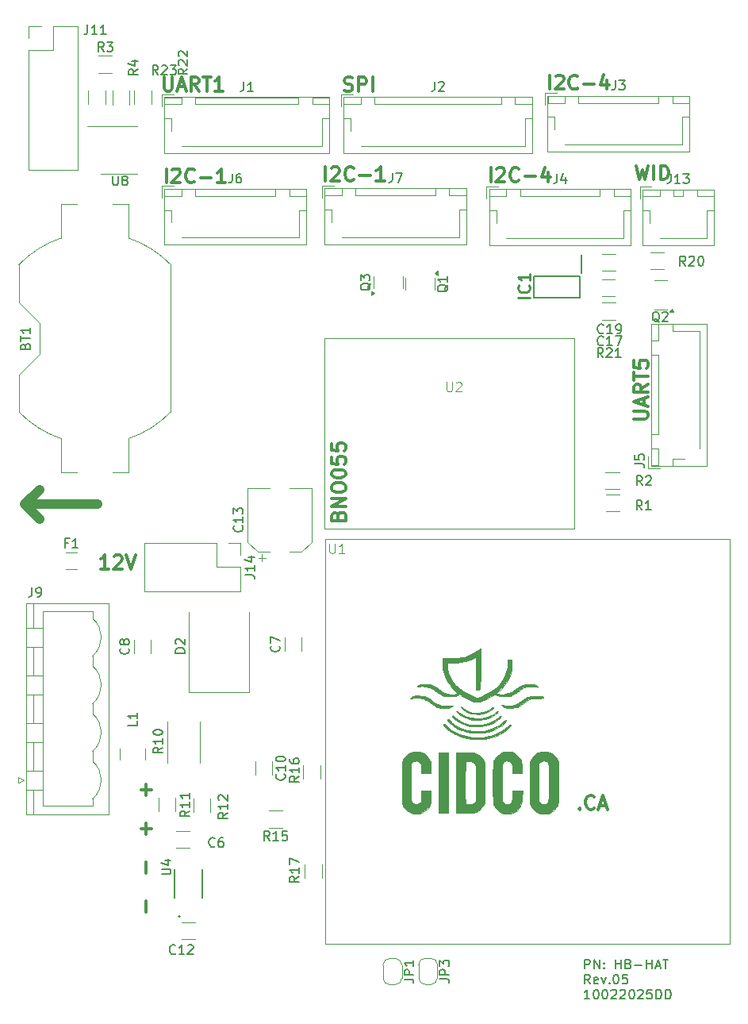
<source format=gbr>
%TF.GenerationSoftware,KiCad,Pcbnew,8.0.6*%
%TF.CreationDate,2025-02-12T15:18:34-05:00*%
%TF.ProjectId,HydroBall,48796472-6f42-4616-9c6c-2e6b69636164,rev?*%
%TF.SameCoordinates,Original*%
%TF.FileFunction,Legend,Top*%
%TF.FilePolarity,Positive*%
%FSLAX46Y46*%
G04 Gerber Fmt 4.6, Leading zero omitted, Abs format (unit mm)*
G04 Created by KiCad (PCBNEW 8.0.6) date 2025-02-12 15:18:34*
%MOMM*%
%LPD*%
G01*
G04 APERTURE LIST*
%ADD10C,1.000000*%
%ADD11C,0.300000*%
%ADD12C,0.150000*%
%ADD13C,0.100000*%
%ADD14C,0.254000*%
%ADD15C,0.010000*%
%ADD16C,0.120000*%
%ADD17C,0.127000*%
%ADD18C,0.200000*%
G04 APERTURE END LIST*
D10*
X102300000Y-92675000D02*
X103875000Y-94250000D01*
X110025000Y-92675000D02*
X102300000Y-92675000D01*
X103875000Y-91100000D02*
X102300000Y-92675000D01*
D11*
X135740114Y-93895489D02*
X135811542Y-93681203D01*
X135811542Y-93681203D02*
X135882971Y-93609774D01*
X135882971Y-93609774D02*
X136025828Y-93538346D01*
X136025828Y-93538346D02*
X136240114Y-93538346D01*
X136240114Y-93538346D02*
X136382971Y-93609774D01*
X136382971Y-93609774D02*
X136454400Y-93681203D01*
X136454400Y-93681203D02*
X136525828Y-93824060D01*
X136525828Y-93824060D02*
X136525828Y-94395489D01*
X136525828Y-94395489D02*
X135025828Y-94395489D01*
X135025828Y-94395489D02*
X135025828Y-93895489D01*
X135025828Y-93895489D02*
X135097257Y-93752632D01*
X135097257Y-93752632D02*
X135168685Y-93681203D01*
X135168685Y-93681203D02*
X135311542Y-93609774D01*
X135311542Y-93609774D02*
X135454400Y-93609774D01*
X135454400Y-93609774D02*
X135597257Y-93681203D01*
X135597257Y-93681203D02*
X135668685Y-93752632D01*
X135668685Y-93752632D02*
X135740114Y-93895489D01*
X135740114Y-93895489D02*
X135740114Y-94395489D01*
X136525828Y-92895489D02*
X135025828Y-92895489D01*
X135025828Y-92895489D02*
X136525828Y-92038346D01*
X136525828Y-92038346D02*
X135025828Y-92038346D01*
X135025828Y-91038345D02*
X135025828Y-90752631D01*
X135025828Y-90752631D02*
X135097257Y-90609774D01*
X135097257Y-90609774D02*
X135240114Y-90466917D01*
X135240114Y-90466917D02*
X135525828Y-90395488D01*
X135525828Y-90395488D02*
X136025828Y-90395488D01*
X136025828Y-90395488D02*
X136311542Y-90466917D01*
X136311542Y-90466917D02*
X136454400Y-90609774D01*
X136454400Y-90609774D02*
X136525828Y-90752631D01*
X136525828Y-90752631D02*
X136525828Y-91038345D01*
X136525828Y-91038345D02*
X136454400Y-91181203D01*
X136454400Y-91181203D02*
X136311542Y-91324060D01*
X136311542Y-91324060D02*
X136025828Y-91395488D01*
X136025828Y-91395488D02*
X135525828Y-91395488D01*
X135525828Y-91395488D02*
X135240114Y-91324060D01*
X135240114Y-91324060D02*
X135097257Y-91181203D01*
X135097257Y-91181203D02*
X135025828Y-91038345D01*
X135025828Y-89466916D02*
X135025828Y-89324059D01*
X135025828Y-89324059D02*
X135097257Y-89181202D01*
X135097257Y-89181202D02*
X135168685Y-89109774D01*
X135168685Y-89109774D02*
X135311542Y-89038345D01*
X135311542Y-89038345D02*
X135597257Y-88966916D01*
X135597257Y-88966916D02*
X135954400Y-88966916D01*
X135954400Y-88966916D02*
X136240114Y-89038345D01*
X136240114Y-89038345D02*
X136382971Y-89109774D01*
X136382971Y-89109774D02*
X136454400Y-89181202D01*
X136454400Y-89181202D02*
X136525828Y-89324059D01*
X136525828Y-89324059D02*
X136525828Y-89466916D01*
X136525828Y-89466916D02*
X136454400Y-89609774D01*
X136454400Y-89609774D02*
X136382971Y-89681202D01*
X136382971Y-89681202D02*
X136240114Y-89752631D01*
X136240114Y-89752631D02*
X135954400Y-89824059D01*
X135954400Y-89824059D02*
X135597257Y-89824059D01*
X135597257Y-89824059D02*
X135311542Y-89752631D01*
X135311542Y-89752631D02*
X135168685Y-89681202D01*
X135168685Y-89681202D02*
X135097257Y-89609774D01*
X135097257Y-89609774D02*
X135025828Y-89466916D01*
X135025828Y-87609774D02*
X135025828Y-88324060D01*
X135025828Y-88324060D02*
X135740114Y-88395488D01*
X135740114Y-88395488D02*
X135668685Y-88324060D01*
X135668685Y-88324060D02*
X135597257Y-88181203D01*
X135597257Y-88181203D02*
X135597257Y-87824060D01*
X135597257Y-87824060D02*
X135668685Y-87681203D01*
X135668685Y-87681203D02*
X135740114Y-87609774D01*
X135740114Y-87609774D02*
X135882971Y-87538345D01*
X135882971Y-87538345D02*
X136240114Y-87538345D01*
X136240114Y-87538345D02*
X136382971Y-87609774D01*
X136382971Y-87609774D02*
X136454400Y-87681203D01*
X136454400Y-87681203D02*
X136525828Y-87824060D01*
X136525828Y-87824060D02*
X136525828Y-88181203D01*
X136525828Y-88181203D02*
X136454400Y-88324060D01*
X136454400Y-88324060D02*
X136382971Y-88395488D01*
X135025828Y-86181203D02*
X135025828Y-86895489D01*
X135025828Y-86895489D02*
X135740114Y-86966917D01*
X135740114Y-86966917D02*
X135668685Y-86895489D01*
X135668685Y-86895489D02*
X135597257Y-86752632D01*
X135597257Y-86752632D02*
X135597257Y-86395489D01*
X135597257Y-86395489D02*
X135668685Y-86252632D01*
X135668685Y-86252632D02*
X135740114Y-86181203D01*
X135740114Y-86181203D02*
X135882971Y-86109774D01*
X135882971Y-86109774D02*
X136240114Y-86109774D01*
X136240114Y-86109774D02*
X136382971Y-86181203D01*
X136382971Y-86181203D02*
X136454400Y-86252632D01*
X136454400Y-86252632D02*
X136525828Y-86395489D01*
X136525828Y-86395489D02*
X136525828Y-86752632D01*
X136525828Y-86752632D02*
X136454400Y-86895489D01*
X136454400Y-86895489D02*
X136382971Y-86966917D01*
X167551653Y-56530828D02*
X167908796Y-58030828D01*
X167908796Y-58030828D02*
X168194510Y-56959400D01*
X168194510Y-56959400D02*
X168480225Y-58030828D01*
X168480225Y-58030828D02*
X168837368Y-56530828D01*
X169408796Y-58030828D02*
X169408796Y-56530828D01*
X170123082Y-58030828D02*
X170123082Y-56530828D01*
X170123082Y-56530828D02*
X170480225Y-56530828D01*
X170480225Y-56530828D02*
X170694511Y-56602257D01*
X170694511Y-56602257D02*
X170837368Y-56745114D01*
X170837368Y-56745114D02*
X170908797Y-56887971D01*
X170908797Y-56887971D02*
X170980225Y-57173685D01*
X170980225Y-57173685D02*
X170980225Y-57387971D01*
X170980225Y-57387971D02*
X170908797Y-57673685D01*
X170908797Y-57673685D02*
X170837368Y-57816542D01*
X170837368Y-57816542D02*
X170694511Y-57959400D01*
X170694511Y-57959400D02*
X170480225Y-58030828D01*
X170480225Y-58030828D02*
X170123082Y-58030828D01*
X167290828Y-83565489D02*
X168505114Y-83565489D01*
X168505114Y-83565489D02*
X168647971Y-83494060D01*
X168647971Y-83494060D02*
X168719400Y-83422632D01*
X168719400Y-83422632D02*
X168790828Y-83279774D01*
X168790828Y-83279774D02*
X168790828Y-82994060D01*
X168790828Y-82994060D02*
X168719400Y-82851203D01*
X168719400Y-82851203D02*
X168647971Y-82779774D01*
X168647971Y-82779774D02*
X168505114Y-82708346D01*
X168505114Y-82708346D02*
X167290828Y-82708346D01*
X168362257Y-82065488D02*
X168362257Y-81351203D01*
X168790828Y-82208345D02*
X167290828Y-81708345D01*
X167290828Y-81708345D02*
X168790828Y-81208345D01*
X168790828Y-79851203D02*
X168076542Y-80351203D01*
X168790828Y-80708346D02*
X167290828Y-80708346D01*
X167290828Y-80708346D02*
X167290828Y-80136917D01*
X167290828Y-80136917D02*
X167362257Y-79994060D01*
X167362257Y-79994060D02*
X167433685Y-79922631D01*
X167433685Y-79922631D02*
X167576542Y-79851203D01*
X167576542Y-79851203D02*
X167790828Y-79851203D01*
X167790828Y-79851203D02*
X167933685Y-79922631D01*
X167933685Y-79922631D02*
X168005114Y-79994060D01*
X168005114Y-79994060D02*
X168076542Y-80136917D01*
X168076542Y-80136917D02*
X168076542Y-80708346D01*
X167290828Y-79422631D02*
X167290828Y-78565489D01*
X168790828Y-78994060D02*
X167290828Y-78994060D01*
X167290828Y-77351203D02*
X167290828Y-78065489D01*
X167290828Y-78065489D02*
X168005114Y-78136917D01*
X168005114Y-78136917D02*
X167933685Y-78065489D01*
X167933685Y-78065489D02*
X167862257Y-77922632D01*
X167862257Y-77922632D02*
X167862257Y-77565489D01*
X167862257Y-77565489D02*
X167933685Y-77422632D01*
X167933685Y-77422632D02*
X168005114Y-77351203D01*
X168005114Y-77351203D02*
X168147971Y-77279774D01*
X168147971Y-77279774D02*
X168505114Y-77279774D01*
X168505114Y-77279774D02*
X168647971Y-77351203D01*
X168647971Y-77351203D02*
X168719400Y-77422632D01*
X168719400Y-77422632D02*
X168790828Y-77565489D01*
X168790828Y-77565489D02*
X168790828Y-77922632D01*
X168790828Y-77922632D02*
X168719400Y-78065489D01*
X168719400Y-78065489D02*
X168647971Y-78136917D01*
X117379510Y-58375828D02*
X117379510Y-56875828D01*
X118022368Y-57018685D02*
X118093796Y-56947257D01*
X118093796Y-56947257D02*
X118236654Y-56875828D01*
X118236654Y-56875828D02*
X118593796Y-56875828D01*
X118593796Y-56875828D02*
X118736654Y-56947257D01*
X118736654Y-56947257D02*
X118808082Y-57018685D01*
X118808082Y-57018685D02*
X118879511Y-57161542D01*
X118879511Y-57161542D02*
X118879511Y-57304400D01*
X118879511Y-57304400D02*
X118808082Y-57518685D01*
X118808082Y-57518685D02*
X117950939Y-58375828D01*
X117950939Y-58375828D02*
X118879511Y-58375828D01*
X120379510Y-58232971D02*
X120308082Y-58304400D01*
X120308082Y-58304400D02*
X120093796Y-58375828D01*
X120093796Y-58375828D02*
X119950939Y-58375828D01*
X119950939Y-58375828D02*
X119736653Y-58304400D01*
X119736653Y-58304400D02*
X119593796Y-58161542D01*
X119593796Y-58161542D02*
X119522367Y-58018685D01*
X119522367Y-58018685D02*
X119450939Y-57732971D01*
X119450939Y-57732971D02*
X119450939Y-57518685D01*
X119450939Y-57518685D02*
X119522367Y-57232971D01*
X119522367Y-57232971D02*
X119593796Y-57090114D01*
X119593796Y-57090114D02*
X119736653Y-56947257D01*
X119736653Y-56947257D02*
X119950939Y-56875828D01*
X119950939Y-56875828D02*
X120093796Y-56875828D01*
X120093796Y-56875828D02*
X120308082Y-56947257D01*
X120308082Y-56947257D02*
X120379510Y-57018685D01*
X121022367Y-57804400D02*
X122165225Y-57804400D01*
X123665225Y-58375828D02*
X122808082Y-58375828D01*
X123236653Y-58375828D02*
X123236653Y-56875828D01*
X123236653Y-56875828D02*
X123093796Y-57090114D01*
X123093796Y-57090114D02*
X122950939Y-57232971D01*
X122950939Y-57232971D02*
X122808082Y-57304400D01*
X158304510Y-48400828D02*
X158304510Y-46900828D01*
X158947368Y-47043685D02*
X159018796Y-46972257D01*
X159018796Y-46972257D02*
X159161654Y-46900828D01*
X159161654Y-46900828D02*
X159518796Y-46900828D01*
X159518796Y-46900828D02*
X159661654Y-46972257D01*
X159661654Y-46972257D02*
X159733082Y-47043685D01*
X159733082Y-47043685D02*
X159804511Y-47186542D01*
X159804511Y-47186542D02*
X159804511Y-47329400D01*
X159804511Y-47329400D02*
X159733082Y-47543685D01*
X159733082Y-47543685D02*
X158875939Y-48400828D01*
X158875939Y-48400828D02*
X159804511Y-48400828D01*
X161304510Y-48257971D02*
X161233082Y-48329400D01*
X161233082Y-48329400D02*
X161018796Y-48400828D01*
X161018796Y-48400828D02*
X160875939Y-48400828D01*
X160875939Y-48400828D02*
X160661653Y-48329400D01*
X160661653Y-48329400D02*
X160518796Y-48186542D01*
X160518796Y-48186542D02*
X160447367Y-48043685D01*
X160447367Y-48043685D02*
X160375939Y-47757971D01*
X160375939Y-47757971D02*
X160375939Y-47543685D01*
X160375939Y-47543685D02*
X160447367Y-47257971D01*
X160447367Y-47257971D02*
X160518796Y-47115114D01*
X160518796Y-47115114D02*
X160661653Y-46972257D01*
X160661653Y-46972257D02*
X160875939Y-46900828D01*
X160875939Y-46900828D02*
X161018796Y-46900828D01*
X161018796Y-46900828D02*
X161233082Y-46972257D01*
X161233082Y-46972257D02*
X161304510Y-47043685D01*
X161947367Y-47829400D02*
X163090225Y-47829400D01*
X164447368Y-47400828D02*
X164447368Y-48400828D01*
X164090225Y-46829400D02*
X163733082Y-47900828D01*
X163733082Y-47900828D02*
X164661653Y-47900828D01*
X152004510Y-58275828D02*
X152004510Y-56775828D01*
X152647368Y-56918685D02*
X152718796Y-56847257D01*
X152718796Y-56847257D02*
X152861654Y-56775828D01*
X152861654Y-56775828D02*
X153218796Y-56775828D01*
X153218796Y-56775828D02*
X153361654Y-56847257D01*
X153361654Y-56847257D02*
X153433082Y-56918685D01*
X153433082Y-56918685D02*
X153504511Y-57061542D01*
X153504511Y-57061542D02*
X153504511Y-57204400D01*
X153504511Y-57204400D02*
X153433082Y-57418685D01*
X153433082Y-57418685D02*
X152575939Y-58275828D01*
X152575939Y-58275828D02*
X153504511Y-58275828D01*
X155004510Y-58132971D02*
X154933082Y-58204400D01*
X154933082Y-58204400D02*
X154718796Y-58275828D01*
X154718796Y-58275828D02*
X154575939Y-58275828D01*
X154575939Y-58275828D02*
X154361653Y-58204400D01*
X154361653Y-58204400D02*
X154218796Y-58061542D01*
X154218796Y-58061542D02*
X154147367Y-57918685D01*
X154147367Y-57918685D02*
X154075939Y-57632971D01*
X154075939Y-57632971D02*
X154075939Y-57418685D01*
X154075939Y-57418685D02*
X154147367Y-57132971D01*
X154147367Y-57132971D02*
X154218796Y-56990114D01*
X154218796Y-56990114D02*
X154361653Y-56847257D01*
X154361653Y-56847257D02*
X154575939Y-56775828D01*
X154575939Y-56775828D02*
X154718796Y-56775828D01*
X154718796Y-56775828D02*
X154933082Y-56847257D01*
X154933082Y-56847257D02*
X155004510Y-56918685D01*
X155647367Y-57704400D02*
X156790225Y-57704400D01*
X158147368Y-57275828D02*
X158147368Y-58275828D01*
X157790225Y-56704400D02*
X157433082Y-57775828D01*
X157433082Y-57775828D02*
X158361653Y-57775828D01*
X117154510Y-47075828D02*
X117154510Y-48290114D01*
X117154510Y-48290114D02*
X117225939Y-48432971D01*
X117225939Y-48432971D02*
X117297368Y-48504400D01*
X117297368Y-48504400D02*
X117440225Y-48575828D01*
X117440225Y-48575828D02*
X117725939Y-48575828D01*
X117725939Y-48575828D02*
X117868796Y-48504400D01*
X117868796Y-48504400D02*
X117940225Y-48432971D01*
X117940225Y-48432971D02*
X118011653Y-48290114D01*
X118011653Y-48290114D02*
X118011653Y-47075828D01*
X118654511Y-48147257D02*
X119368797Y-48147257D01*
X118511654Y-48575828D02*
X119011654Y-47075828D01*
X119011654Y-47075828D02*
X119511654Y-48575828D01*
X120868796Y-48575828D02*
X120368796Y-47861542D01*
X120011653Y-48575828D02*
X120011653Y-47075828D01*
X120011653Y-47075828D02*
X120583082Y-47075828D01*
X120583082Y-47075828D02*
X120725939Y-47147257D01*
X120725939Y-47147257D02*
X120797368Y-47218685D01*
X120797368Y-47218685D02*
X120868796Y-47361542D01*
X120868796Y-47361542D02*
X120868796Y-47575828D01*
X120868796Y-47575828D02*
X120797368Y-47718685D01*
X120797368Y-47718685D02*
X120725939Y-47790114D01*
X120725939Y-47790114D02*
X120583082Y-47861542D01*
X120583082Y-47861542D02*
X120011653Y-47861542D01*
X121297368Y-47075828D02*
X122154511Y-47075828D01*
X121725939Y-48575828D02*
X121725939Y-47075828D01*
X123440225Y-48575828D02*
X122583082Y-48575828D01*
X123011653Y-48575828D02*
X123011653Y-47075828D01*
X123011653Y-47075828D02*
X122868796Y-47290114D01*
X122868796Y-47290114D02*
X122725939Y-47432971D01*
X122725939Y-47432971D02*
X122583082Y-47504400D01*
X161494510Y-125057971D02*
X161565939Y-125129400D01*
X161565939Y-125129400D02*
X161494510Y-125200828D01*
X161494510Y-125200828D02*
X161423082Y-125129400D01*
X161423082Y-125129400D02*
X161494510Y-125057971D01*
X161494510Y-125057971D02*
X161494510Y-125200828D01*
X163065939Y-125057971D02*
X162994511Y-125129400D01*
X162994511Y-125129400D02*
X162780225Y-125200828D01*
X162780225Y-125200828D02*
X162637368Y-125200828D01*
X162637368Y-125200828D02*
X162423082Y-125129400D01*
X162423082Y-125129400D02*
X162280225Y-124986542D01*
X162280225Y-124986542D02*
X162208796Y-124843685D01*
X162208796Y-124843685D02*
X162137368Y-124557971D01*
X162137368Y-124557971D02*
X162137368Y-124343685D01*
X162137368Y-124343685D02*
X162208796Y-124057971D01*
X162208796Y-124057971D02*
X162280225Y-123915114D01*
X162280225Y-123915114D02*
X162423082Y-123772257D01*
X162423082Y-123772257D02*
X162637368Y-123700828D01*
X162637368Y-123700828D02*
X162780225Y-123700828D01*
X162780225Y-123700828D02*
X162994511Y-123772257D01*
X162994511Y-123772257D02*
X163065939Y-123843685D01*
X163637368Y-124772257D02*
X164351654Y-124772257D01*
X163494511Y-125200828D02*
X163994511Y-123700828D01*
X163994511Y-123700828D02*
X164494511Y-125200828D01*
X136408082Y-48529400D02*
X136622368Y-48600828D01*
X136622368Y-48600828D02*
X136979510Y-48600828D01*
X136979510Y-48600828D02*
X137122368Y-48529400D01*
X137122368Y-48529400D02*
X137193796Y-48457971D01*
X137193796Y-48457971D02*
X137265225Y-48315114D01*
X137265225Y-48315114D02*
X137265225Y-48172257D01*
X137265225Y-48172257D02*
X137193796Y-48029400D01*
X137193796Y-48029400D02*
X137122368Y-47957971D01*
X137122368Y-47957971D02*
X136979510Y-47886542D01*
X136979510Y-47886542D02*
X136693796Y-47815114D01*
X136693796Y-47815114D02*
X136550939Y-47743685D01*
X136550939Y-47743685D02*
X136479510Y-47672257D01*
X136479510Y-47672257D02*
X136408082Y-47529400D01*
X136408082Y-47529400D02*
X136408082Y-47386542D01*
X136408082Y-47386542D02*
X136479510Y-47243685D01*
X136479510Y-47243685D02*
X136550939Y-47172257D01*
X136550939Y-47172257D02*
X136693796Y-47100828D01*
X136693796Y-47100828D02*
X137050939Y-47100828D01*
X137050939Y-47100828D02*
X137265225Y-47172257D01*
X137908081Y-48600828D02*
X137908081Y-47100828D01*
X137908081Y-47100828D02*
X138479510Y-47100828D01*
X138479510Y-47100828D02*
X138622367Y-47172257D01*
X138622367Y-47172257D02*
X138693796Y-47243685D01*
X138693796Y-47243685D02*
X138765224Y-47386542D01*
X138765224Y-47386542D02*
X138765224Y-47600828D01*
X138765224Y-47600828D02*
X138693796Y-47743685D01*
X138693796Y-47743685D02*
X138622367Y-47815114D01*
X138622367Y-47815114D02*
X138479510Y-47886542D01*
X138479510Y-47886542D02*
X137908081Y-47886542D01*
X139408081Y-48600828D02*
X139408081Y-47100828D01*
X111240225Y-99580828D02*
X110383082Y-99580828D01*
X110811653Y-99580828D02*
X110811653Y-98080828D01*
X110811653Y-98080828D02*
X110668796Y-98295114D01*
X110668796Y-98295114D02*
X110525939Y-98437971D01*
X110525939Y-98437971D02*
X110383082Y-98509400D01*
X111811653Y-98223685D02*
X111883081Y-98152257D01*
X111883081Y-98152257D02*
X112025939Y-98080828D01*
X112025939Y-98080828D02*
X112383081Y-98080828D01*
X112383081Y-98080828D02*
X112525939Y-98152257D01*
X112525939Y-98152257D02*
X112597367Y-98223685D01*
X112597367Y-98223685D02*
X112668796Y-98366542D01*
X112668796Y-98366542D02*
X112668796Y-98509400D01*
X112668796Y-98509400D02*
X112597367Y-98723685D01*
X112597367Y-98723685D02*
X111740224Y-99580828D01*
X111740224Y-99580828D02*
X112668796Y-99580828D01*
X113097367Y-98080828D02*
X113597367Y-99580828D01*
X113597367Y-99580828D02*
X114097367Y-98080828D01*
D12*
X162061779Y-142199931D02*
X162061779Y-141199931D01*
X162061779Y-141199931D02*
X162442731Y-141199931D01*
X162442731Y-141199931D02*
X162537969Y-141247550D01*
X162537969Y-141247550D02*
X162585588Y-141295169D01*
X162585588Y-141295169D02*
X162633207Y-141390407D01*
X162633207Y-141390407D02*
X162633207Y-141533264D01*
X162633207Y-141533264D02*
X162585588Y-141628502D01*
X162585588Y-141628502D02*
X162537969Y-141676121D01*
X162537969Y-141676121D02*
X162442731Y-141723740D01*
X162442731Y-141723740D02*
X162061779Y-141723740D01*
X163061779Y-142199931D02*
X163061779Y-141199931D01*
X163061779Y-141199931D02*
X163633207Y-142199931D01*
X163633207Y-142199931D02*
X163633207Y-141199931D01*
X164109398Y-142104692D02*
X164157017Y-142152312D01*
X164157017Y-142152312D02*
X164109398Y-142199931D01*
X164109398Y-142199931D02*
X164061779Y-142152312D01*
X164061779Y-142152312D02*
X164109398Y-142104692D01*
X164109398Y-142104692D02*
X164109398Y-142199931D01*
X164109398Y-141580883D02*
X164157017Y-141628502D01*
X164157017Y-141628502D02*
X164109398Y-141676121D01*
X164109398Y-141676121D02*
X164061779Y-141628502D01*
X164061779Y-141628502D02*
X164109398Y-141580883D01*
X164109398Y-141580883D02*
X164109398Y-141676121D01*
X165347493Y-142199931D02*
X165347493Y-141199931D01*
X165347493Y-141676121D02*
X165918921Y-141676121D01*
X165918921Y-142199931D02*
X165918921Y-141199931D01*
X166728445Y-141676121D02*
X166871302Y-141723740D01*
X166871302Y-141723740D02*
X166918921Y-141771359D01*
X166918921Y-141771359D02*
X166966540Y-141866597D01*
X166966540Y-141866597D02*
X166966540Y-142009454D01*
X166966540Y-142009454D02*
X166918921Y-142104692D01*
X166918921Y-142104692D02*
X166871302Y-142152312D01*
X166871302Y-142152312D02*
X166776064Y-142199931D01*
X166776064Y-142199931D02*
X166395112Y-142199931D01*
X166395112Y-142199931D02*
X166395112Y-141199931D01*
X166395112Y-141199931D02*
X166728445Y-141199931D01*
X166728445Y-141199931D02*
X166823683Y-141247550D01*
X166823683Y-141247550D02*
X166871302Y-141295169D01*
X166871302Y-141295169D02*
X166918921Y-141390407D01*
X166918921Y-141390407D02*
X166918921Y-141485645D01*
X166918921Y-141485645D02*
X166871302Y-141580883D01*
X166871302Y-141580883D02*
X166823683Y-141628502D01*
X166823683Y-141628502D02*
X166728445Y-141676121D01*
X166728445Y-141676121D02*
X166395112Y-141676121D01*
X167395112Y-141818978D02*
X168157017Y-141818978D01*
X168633207Y-142199931D02*
X168633207Y-141199931D01*
X168633207Y-141676121D02*
X169204635Y-141676121D01*
X169204635Y-142199931D02*
X169204635Y-141199931D01*
X169633207Y-141914216D02*
X170109397Y-141914216D01*
X169537969Y-142199931D02*
X169871302Y-141199931D01*
X169871302Y-141199931D02*
X170204635Y-142199931D01*
X170395112Y-141199931D02*
X170966540Y-141199931D01*
X170680826Y-142199931D02*
X170680826Y-141199931D01*
X162633207Y-143809875D02*
X162299874Y-143333684D01*
X162061779Y-143809875D02*
X162061779Y-142809875D01*
X162061779Y-142809875D02*
X162442731Y-142809875D01*
X162442731Y-142809875D02*
X162537969Y-142857494D01*
X162537969Y-142857494D02*
X162585588Y-142905113D01*
X162585588Y-142905113D02*
X162633207Y-143000351D01*
X162633207Y-143000351D02*
X162633207Y-143143208D01*
X162633207Y-143143208D02*
X162585588Y-143238446D01*
X162585588Y-143238446D02*
X162537969Y-143286065D01*
X162537969Y-143286065D02*
X162442731Y-143333684D01*
X162442731Y-143333684D02*
X162061779Y-143333684D01*
X163442731Y-143762256D02*
X163347493Y-143809875D01*
X163347493Y-143809875D02*
X163157017Y-143809875D01*
X163157017Y-143809875D02*
X163061779Y-143762256D01*
X163061779Y-143762256D02*
X163014160Y-143667017D01*
X163014160Y-143667017D02*
X163014160Y-143286065D01*
X163014160Y-143286065D02*
X163061779Y-143190827D01*
X163061779Y-143190827D02*
X163157017Y-143143208D01*
X163157017Y-143143208D02*
X163347493Y-143143208D01*
X163347493Y-143143208D02*
X163442731Y-143190827D01*
X163442731Y-143190827D02*
X163490350Y-143286065D01*
X163490350Y-143286065D02*
X163490350Y-143381303D01*
X163490350Y-143381303D02*
X163014160Y-143476541D01*
X163823684Y-143143208D02*
X164061779Y-143809875D01*
X164061779Y-143809875D02*
X164299874Y-143143208D01*
X164680827Y-143714636D02*
X164728446Y-143762256D01*
X164728446Y-143762256D02*
X164680827Y-143809875D01*
X164680827Y-143809875D02*
X164633208Y-143762256D01*
X164633208Y-143762256D02*
X164680827Y-143714636D01*
X164680827Y-143714636D02*
X164680827Y-143809875D01*
X165347493Y-142809875D02*
X165442731Y-142809875D01*
X165442731Y-142809875D02*
X165537969Y-142857494D01*
X165537969Y-142857494D02*
X165585588Y-142905113D01*
X165585588Y-142905113D02*
X165633207Y-143000351D01*
X165633207Y-143000351D02*
X165680826Y-143190827D01*
X165680826Y-143190827D02*
X165680826Y-143428922D01*
X165680826Y-143428922D02*
X165633207Y-143619398D01*
X165633207Y-143619398D02*
X165585588Y-143714636D01*
X165585588Y-143714636D02*
X165537969Y-143762256D01*
X165537969Y-143762256D02*
X165442731Y-143809875D01*
X165442731Y-143809875D02*
X165347493Y-143809875D01*
X165347493Y-143809875D02*
X165252255Y-143762256D01*
X165252255Y-143762256D02*
X165204636Y-143714636D01*
X165204636Y-143714636D02*
X165157017Y-143619398D01*
X165157017Y-143619398D02*
X165109398Y-143428922D01*
X165109398Y-143428922D02*
X165109398Y-143190827D01*
X165109398Y-143190827D02*
X165157017Y-143000351D01*
X165157017Y-143000351D02*
X165204636Y-142905113D01*
X165204636Y-142905113D02*
X165252255Y-142857494D01*
X165252255Y-142857494D02*
X165347493Y-142809875D01*
X166585588Y-142809875D02*
X166109398Y-142809875D01*
X166109398Y-142809875D02*
X166061779Y-143286065D01*
X166061779Y-143286065D02*
X166109398Y-143238446D01*
X166109398Y-143238446D02*
X166204636Y-143190827D01*
X166204636Y-143190827D02*
X166442731Y-143190827D01*
X166442731Y-143190827D02*
X166537969Y-143238446D01*
X166537969Y-143238446D02*
X166585588Y-143286065D01*
X166585588Y-143286065D02*
X166633207Y-143381303D01*
X166633207Y-143381303D02*
X166633207Y-143619398D01*
X166633207Y-143619398D02*
X166585588Y-143714636D01*
X166585588Y-143714636D02*
X166537969Y-143762256D01*
X166537969Y-143762256D02*
X166442731Y-143809875D01*
X166442731Y-143809875D02*
X166204636Y-143809875D01*
X166204636Y-143809875D02*
X166109398Y-143762256D01*
X166109398Y-143762256D02*
X166061779Y-143714636D01*
X162585588Y-145419819D02*
X162014160Y-145419819D01*
X162299874Y-145419819D02*
X162299874Y-144419819D01*
X162299874Y-144419819D02*
X162204636Y-144562676D01*
X162204636Y-144562676D02*
X162109398Y-144657914D01*
X162109398Y-144657914D02*
X162014160Y-144705533D01*
X163204636Y-144419819D02*
X163299874Y-144419819D01*
X163299874Y-144419819D02*
X163395112Y-144467438D01*
X163395112Y-144467438D02*
X163442731Y-144515057D01*
X163442731Y-144515057D02*
X163490350Y-144610295D01*
X163490350Y-144610295D02*
X163537969Y-144800771D01*
X163537969Y-144800771D02*
X163537969Y-145038866D01*
X163537969Y-145038866D02*
X163490350Y-145229342D01*
X163490350Y-145229342D02*
X163442731Y-145324580D01*
X163442731Y-145324580D02*
X163395112Y-145372200D01*
X163395112Y-145372200D02*
X163299874Y-145419819D01*
X163299874Y-145419819D02*
X163204636Y-145419819D01*
X163204636Y-145419819D02*
X163109398Y-145372200D01*
X163109398Y-145372200D02*
X163061779Y-145324580D01*
X163061779Y-145324580D02*
X163014160Y-145229342D01*
X163014160Y-145229342D02*
X162966541Y-145038866D01*
X162966541Y-145038866D02*
X162966541Y-144800771D01*
X162966541Y-144800771D02*
X163014160Y-144610295D01*
X163014160Y-144610295D02*
X163061779Y-144515057D01*
X163061779Y-144515057D02*
X163109398Y-144467438D01*
X163109398Y-144467438D02*
X163204636Y-144419819D01*
X164157017Y-144419819D02*
X164252255Y-144419819D01*
X164252255Y-144419819D02*
X164347493Y-144467438D01*
X164347493Y-144467438D02*
X164395112Y-144515057D01*
X164395112Y-144515057D02*
X164442731Y-144610295D01*
X164442731Y-144610295D02*
X164490350Y-144800771D01*
X164490350Y-144800771D02*
X164490350Y-145038866D01*
X164490350Y-145038866D02*
X164442731Y-145229342D01*
X164442731Y-145229342D02*
X164395112Y-145324580D01*
X164395112Y-145324580D02*
X164347493Y-145372200D01*
X164347493Y-145372200D02*
X164252255Y-145419819D01*
X164252255Y-145419819D02*
X164157017Y-145419819D01*
X164157017Y-145419819D02*
X164061779Y-145372200D01*
X164061779Y-145372200D02*
X164014160Y-145324580D01*
X164014160Y-145324580D02*
X163966541Y-145229342D01*
X163966541Y-145229342D02*
X163918922Y-145038866D01*
X163918922Y-145038866D02*
X163918922Y-144800771D01*
X163918922Y-144800771D02*
X163966541Y-144610295D01*
X163966541Y-144610295D02*
X164014160Y-144515057D01*
X164014160Y-144515057D02*
X164061779Y-144467438D01*
X164061779Y-144467438D02*
X164157017Y-144419819D01*
X164871303Y-144515057D02*
X164918922Y-144467438D01*
X164918922Y-144467438D02*
X165014160Y-144419819D01*
X165014160Y-144419819D02*
X165252255Y-144419819D01*
X165252255Y-144419819D02*
X165347493Y-144467438D01*
X165347493Y-144467438D02*
X165395112Y-144515057D01*
X165395112Y-144515057D02*
X165442731Y-144610295D01*
X165442731Y-144610295D02*
X165442731Y-144705533D01*
X165442731Y-144705533D02*
X165395112Y-144848390D01*
X165395112Y-144848390D02*
X164823684Y-145419819D01*
X164823684Y-145419819D02*
X165442731Y-145419819D01*
X165823684Y-144515057D02*
X165871303Y-144467438D01*
X165871303Y-144467438D02*
X165966541Y-144419819D01*
X165966541Y-144419819D02*
X166204636Y-144419819D01*
X166204636Y-144419819D02*
X166299874Y-144467438D01*
X166299874Y-144467438D02*
X166347493Y-144515057D01*
X166347493Y-144515057D02*
X166395112Y-144610295D01*
X166395112Y-144610295D02*
X166395112Y-144705533D01*
X166395112Y-144705533D02*
X166347493Y-144848390D01*
X166347493Y-144848390D02*
X165776065Y-145419819D01*
X165776065Y-145419819D02*
X166395112Y-145419819D01*
X167014160Y-144419819D02*
X167109398Y-144419819D01*
X167109398Y-144419819D02*
X167204636Y-144467438D01*
X167204636Y-144467438D02*
X167252255Y-144515057D01*
X167252255Y-144515057D02*
X167299874Y-144610295D01*
X167299874Y-144610295D02*
X167347493Y-144800771D01*
X167347493Y-144800771D02*
X167347493Y-145038866D01*
X167347493Y-145038866D02*
X167299874Y-145229342D01*
X167299874Y-145229342D02*
X167252255Y-145324580D01*
X167252255Y-145324580D02*
X167204636Y-145372200D01*
X167204636Y-145372200D02*
X167109398Y-145419819D01*
X167109398Y-145419819D02*
X167014160Y-145419819D01*
X167014160Y-145419819D02*
X166918922Y-145372200D01*
X166918922Y-145372200D02*
X166871303Y-145324580D01*
X166871303Y-145324580D02*
X166823684Y-145229342D01*
X166823684Y-145229342D02*
X166776065Y-145038866D01*
X166776065Y-145038866D02*
X166776065Y-144800771D01*
X166776065Y-144800771D02*
X166823684Y-144610295D01*
X166823684Y-144610295D02*
X166871303Y-144515057D01*
X166871303Y-144515057D02*
X166918922Y-144467438D01*
X166918922Y-144467438D02*
X167014160Y-144419819D01*
X167728446Y-144515057D02*
X167776065Y-144467438D01*
X167776065Y-144467438D02*
X167871303Y-144419819D01*
X167871303Y-144419819D02*
X168109398Y-144419819D01*
X168109398Y-144419819D02*
X168204636Y-144467438D01*
X168204636Y-144467438D02*
X168252255Y-144515057D01*
X168252255Y-144515057D02*
X168299874Y-144610295D01*
X168299874Y-144610295D02*
X168299874Y-144705533D01*
X168299874Y-144705533D02*
X168252255Y-144848390D01*
X168252255Y-144848390D02*
X167680827Y-145419819D01*
X167680827Y-145419819D02*
X168299874Y-145419819D01*
X169204636Y-144419819D02*
X168728446Y-144419819D01*
X168728446Y-144419819D02*
X168680827Y-144896009D01*
X168680827Y-144896009D02*
X168728446Y-144848390D01*
X168728446Y-144848390D02*
X168823684Y-144800771D01*
X168823684Y-144800771D02*
X169061779Y-144800771D01*
X169061779Y-144800771D02*
X169157017Y-144848390D01*
X169157017Y-144848390D02*
X169204636Y-144896009D01*
X169204636Y-144896009D02*
X169252255Y-144991247D01*
X169252255Y-144991247D02*
X169252255Y-145229342D01*
X169252255Y-145229342D02*
X169204636Y-145324580D01*
X169204636Y-145324580D02*
X169157017Y-145372200D01*
X169157017Y-145372200D02*
X169061779Y-145419819D01*
X169061779Y-145419819D02*
X168823684Y-145419819D01*
X168823684Y-145419819D02*
X168728446Y-145372200D01*
X168728446Y-145372200D02*
X168680827Y-145324580D01*
X169680827Y-145419819D02*
X169680827Y-144419819D01*
X169680827Y-144419819D02*
X169918922Y-144419819D01*
X169918922Y-144419819D02*
X170061779Y-144467438D01*
X170061779Y-144467438D02*
X170157017Y-144562676D01*
X170157017Y-144562676D02*
X170204636Y-144657914D01*
X170204636Y-144657914D02*
X170252255Y-144848390D01*
X170252255Y-144848390D02*
X170252255Y-144991247D01*
X170252255Y-144991247D02*
X170204636Y-145181723D01*
X170204636Y-145181723D02*
X170157017Y-145276961D01*
X170157017Y-145276961D02*
X170061779Y-145372200D01*
X170061779Y-145372200D02*
X169918922Y-145419819D01*
X169918922Y-145419819D02*
X169680827Y-145419819D01*
X170680827Y-145419819D02*
X170680827Y-144419819D01*
X170680827Y-144419819D02*
X170918922Y-144419819D01*
X170918922Y-144419819D02*
X171061779Y-144467438D01*
X171061779Y-144467438D02*
X171157017Y-144562676D01*
X171157017Y-144562676D02*
X171204636Y-144657914D01*
X171204636Y-144657914D02*
X171252255Y-144848390D01*
X171252255Y-144848390D02*
X171252255Y-144991247D01*
X171252255Y-144991247D02*
X171204636Y-145181723D01*
X171204636Y-145181723D02*
X171157017Y-145276961D01*
X171157017Y-145276961D02*
X171061779Y-145372200D01*
X171061779Y-145372200D02*
X170918922Y-145419819D01*
X170918922Y-145419819D02*
X170680827Y-145419819D01*
D11*
X115245600Y-122554510D02*
X115245600Y-123697368D01*
X114674171Y-123125939D02*
X115817028Y-123125939D01*
X115245600Y-126697367D02*
X115245600Y-127840225D01*
X114674171Y-127268796D02*
X115817028Y-127268796D01*
X115245600Y-130840224D02*
X115245600Y-131983082D01*
X115245600Y-134983081D02*
X115245600Y-136125939D01*
X134379510Y-58175828D02*
X134379510Y-56675828D01*
X135022368Y-56818685D02*
X135093796Y-56747257D01*
X135093796Y-56747257D02*
X135236654Y-56675828D01*
X135236654Y-56675828D02*
X135593796Y-56675828D01*
X135593796Y-56675828D02*
X135736654Y-56747257D01*
X135736654Y-56747257D02*
X135808082Y-56818685D01*
X135808082Y-56818685D02*
X135879511Y-56961542D01*
X135879511Y-56961542D02*
X135879511Y-57104400D01*
X135879511Y-57104400D02*
X135808082Y-57318685D01*
X135808082Y-57318685D02*
X134950939Y-58175828D01*
X134950939Y-58175828D02*
X135879511Y-58175828D01*
X137379510Y-58032971D02*
X137308082Y-58104400D01*
X137308082Y-58104400D02*
X137093796Y-58175828D01*
X137093796Y-58175828D02*
X136950939Y-58175828D01*
X136950939Y-58175828D02*
X136736653Y-58104400D01*
X136736653Y-58104400D02*
X136593796Y-57961542D01*
X136593796Y-57961542D02*
X136522367Y-57818685D01*
X136522367Y-57818685D02*
X136450939Y-57532971D01*
X136450939Y-57532971D02*
X136450939Y-57318685D01*
X136450939Y-57318685D02*
X136522367Y-57032971D01*
X136522367Y-57032971D02*
X136593796Y-56890114D01*
X136593796Y-56890114D02*
X136736653Y-56747257D01*
X136736653Y-56747257D02*
X136950939Y-56675828D01*
X136950939Y-56675828D02*
X137093796Y-56675828D01*
X137093796Y-56675828D02*
X137308082Y-56747257D01*
X137308082Y-56747257D02*
X137379510Y-56818685D01*
X138022367Y-57604400D02*
X139165225Y-57604400D01*
X140665225Y-58175828D02*
X139808082Y-58175828D01*
X140236653Y-58175828D02*
X140236653Y-56675828D01*
X140236653Y-56675828D02*
X140093796Y-56890114D01*
X140093796Y-56890114D02*
X139950939Y-57032971D01*
X139950939Y-57032971D02*
X139808082Y-57104400D01*
D12*
X119364819Y-108518094D02*
X118364819Y-108518094D01*
X118364819Y-108518094D02*
X118364819Y-108279999D01*
X118364819Y-108279999D02*
X118412438Y-108137142D01*
X118412438Y-108137142D02*
X118507676Y-108041904D01*
X118507676Y-108041904D02*
X118602914Y-107994285D01*
X118602914Y-107994285D02*
X118793390Y-107946666D01*
X118793390Y-107946666D02*
X118936247Y-107946666D01*
X118936247Y-107946666D02*
X119126723Y-107994285D01*
X119126723Y-107994285D02*
X119221961Y-108041904D01*
X119221961Y-108041904D02*
X119317200Y-108137142D01*
X119317200Y-108137142D02*
X119364819Y-108279999D01*
X119364819Y-108279999D02*
X119364819Y-108518094D01*
X118460057Y-107565713D02*
X118412438Y-107518094D01*
X118412438Y-107518094D02*
X118364819Y-107422856D01*
X118364819Y-107422856D02*
X118364819Y-107184761D01*
X118364819Y-107184761D02*
X118412438Y-107089523D01*
X118412438Y-107089523D02*
X118460057Y-107041904D01*
X118460057Y-107041904D02*
X118555295Y-106994285D01*
X118555295Y-106994285D02*
X118650533Y-106994285D01*
X118650533Y-106994285D02*
X118793390Y-107041904D01*
X118793390Y-107041904D02*
X119364819Y-107613332D01*
X119364819Y-107613332D02*
X119364819Y-106994285D01*
X122558333Y-129134580D02*
X122510714Y-129182200D01*
X122510714Y-129182200D02*
X122367857Y-129229819D01*
X122367857Y-129229819D02*
X122272619Y-129229819D01*
X122272619Y-129229819D02*
X122129762Y-129182200D01*
X122129762Y-129182200D02*
X122034524Y-129086961D01*
X122034524Y-129086961D02*
X121986905Y-128991723D01*
X121986905Y-128991723D02*
X121939286Y-128801247D01*
X121939286Y-128801247D02*
X121939286Y-128658390D01*
X121939286Y-128658390D02*
X121986905Y-128467914D01*
X121986905Y-128467914D02*
X122034524Y-128372676D01*
X122034524Y-128372676D02*
X122129762Y-128277438D01*
X122129762Y-128277438D02*
X122272619Y-128229819D01*
X122272619Y-128229819D02*
X122367857Y-128229819D01*
X122367857Y-128229819D02*
X122510714Y-128277438D01*
X122510714Y-128277438D02*
X122558333Y-128325057D01*
X123415476Y-128229819D02*
X123225000Y-128229819D01*
X123225000Y-128229819D02*
X123129762Y-128277438D01*
X123129762Y-128277438D02*
X123082143Y-128325057D01*
X123082143Y-128325057D02*
X122986905Y-128467914D01*
X122986905Y-128467914D02*
X122939286Y-128658390D01*
X122939286Y-128658390D02*
X122939286Y-129039342D01*
X122939286Y-129039342D02*
X122986905Y-129134580D01*
X122986905Y-129134580D02*
X123034524Y-129182200D01*
X123034524Y-129182200D02*
X123129762Y-129229819D01*
X123129762Y-129229819D02*
X123320238Y-129229819D01*
X123320238Y-129229819D02*
X123415476Y-129182200D01*
X123415476Y-129182200D02*
X123463095Y-129134580D01*
X123463095Y-129134580D02*
X123510714Y-129039342D01*
X123510714Y-129039342D02*
X123510714Y-128801247D01*
X123510714Y-128801247D02*
X123463095Y-128706009D01*
X123463095Y-128706009D02*
X123415476Y-128658390D01*
X123415476Y-128658390D02*
X123320238Y-128610771D01*
X123320238Y-128610771D02*
X123129762Y-128610771D01*
X123129762Y-128610771D02*
X123034524Y-128658390D01*
X123034524Y-128658390D02*
X122986905Y-128706009D01*
X122986905Y-128706009D02*
X122939286Y-128801247D01*
D13*
X134813095Y-96882419D02*
X134813095Y-97691942D01*
X134813095Y-97691942D02*
X134860714Y-97787180D01*
X134860714Y-97787180D02*
X134908333Y-97834800D01*
X134908333Y-97834800D02*
X135003571Y-97882419D01*
X135003571Y-97882419D02*
X135194047Y-97882419D01*
X135194047Y-97882419D02*
X135289285Y-97834800D01*
X135289285Y-97834800D02*
X135336904Y-97787180D01*
X135336904Y-97787180D02*
X135384523Y-97691942D01*
X135384523Y-97691942D02*
X135384523Y-96882419D01*
X136384523Y-97882419D02*
X135813095Y-97882419D01*
X136098809Y-97882419D02*
X136098809Y-96882419D01*
X136098809Y-96882419D02*
X136003571Y-97025276D01*
X136003571Y-97025276D02*
X135908333Y-97120514D01*
X135908333Y-97120514D02*
X135813095Y-97168133D01*
D12*
X172807142Y-67214819D02*
X172473809Y-66738628D01*
X172235714Y-67214819D02*
X172235714Y-66214819D01*
X172235714Y-66214819D02*
X172616666Y-66214819D01*
X172616666Y-66214819D02*
X172711904Y-66262438D01*
X172711904Y-66262438D02*
X172759523Y-66310057D01*
X172759523Y-66310057D02*
X172807142Y-66405295D01*
X172807142Y-66405295D02*
X172807142Y-66548152D01*
X172807142Y-66548152D02*
X172759523Y-66643390D01*
X172759523Y-66643390D02*
X172711904Y-66691009D01*
X172711904Y-66691009D02*
X172616666Y-66738628D01*
X172616666Y-66738628D02*
X172235714Y-66738628D01*
X173188095Y-66310057D02*
X173235714Y-66262438D01*
X173235714Y-66262438D02*
X173330952Y-66214819D01*
X173330952Y-66214819D02*
X173569047Y-66214819D01*
X173569047Y-66214819D02*
X173664285Y-66262438D01*
X173664285Y-66262438D02*
X173711904Y-66310057D01*
X173711904Y-66310057D02*
X173759523Y-66405295D01*
X173759523Y-66405295D02*
X173759523Y-66500533D01*
X173759523Y-66500533D02*
X173711904Y-66643390D01*
X173711904Y-66643390D02*
X173140476Y-67214819D01*
X173140476Y-67214819D02*
X173759523Y-67214819D01*
X174378571Y-66214819D02*
X174473809Y-66214819D01*
X174473809Y-66214819D02*
X174569047Y-66262438D01*
X174569047Y-66262438D02*
X174616666Y-66310057D01*
X174616666Y-66310057D02*
X174664285Y-66405295D01*
X174664285Y-66405295D02*
X174711904Y-66595771D01*
X174711904Y-66595771D02*
X174711904Y-66833866D01*
X174711904Y-66833866D02*
X174664285Y-67024342D01*
X174664285Y-67024342D02*
X174616666Y-67119580D01*
X174616666Y-67119580D02*
X174569047Y-67167200D01*
X174569047Y-67167200D02*
X174473809Y-67214819D01*
X174473809Y-67214819D02*
X174378571Y-67214819D01*
X174378571Y-67214819D02*
X174283333Y-67167200D01*
X174283333Y-67167200D02*
X174235714Y-67119580D01*
X174235714Y-67119580D02*
X174188095Y-67024342D01*
X174188095Y-67024342D02*
X174140476Y-66833866D01*
X174140476Y-66833866D02*
X174140476Y-66595771D01*
X174140476Y-66595771D02*
X174188095Y-66405295D01*
X174188095Y-66405295D02*
X174235714Y-66310057D01*
X174235714Y-66310057D02*
X174283333Y-66262438D01*
X174283333Y-66262438D02*
X174378571Y-66214819D01*
X110710833Y-44384819D02*
X110377500Y-43908628D01*
X110139405Y-44384819D02*
X110139405Y-43384819D01*
X110139405Y-43384819D02*
X110520357Y-43384819D01*
X110520357Y-43384819D02*
X110615595Y-43432438D01*
X110615595Y-43432438D02*
X110663214Y-43480057D01*
X110663214Y-43480057D02*
X110710833Y-43575295D01*
X110710833Y-43575295D02*
X110710833Y-43718152D01*
X110710833Y-43718152D02*
X110663214Y-43813390D01*
X110663214Y-43813390D02*
X110615595Y-43861009D01*
X110615595Y-43861009D02*
X110520357Y-43908628D01*
X110520357Y-43908628D02*
X110139405Y-43908628D01*
X111044167Y-43384819D02*
X111663214Y-43384819D01*
X111663214Y-43384819D02*
X111329881Y-43765771D01*
X111329881Y-43765771D02*
X111472738Y-43765771D01*
X111472738Y-43765771D02*
X111567976Y-43813390D01*
X111567976Y-43813390D02*
X111615595Y-43861009D01*
X111615595Y-43861009D02*
X111663214Y-43956247D01*
X111663214Y-43956247D02*
X111663214Y-44194342D01*
X111663214Y-44194342D02*
X111615595Y-44289580D01*
X111615595Y-44289580D02*
X111567976Y-44337200D01*
X111567976Y-44337200D02*
X111472738Y-44384819D01*
X111472738Y-44384819D02*
X111187024Y-44384819D01*
X111187024Y-44384819D02*
X111091786Y-44337200D01*
X111091786Y-44337200D02*
X111044167Y-44289580D01*
X128407142Y-128524819D02*
X128073809Y-128048628D01*
X127835714Y-128524819D02*
X127835714Y-127524819D01*
X127835714Y-127524819D02*
X128216666Y-127524819D01*
X128216666Y-127524819D02*
X128311904Y-127572438D01*
X128311904Y-127572438D02*
X128359523Y-127620057D01*
X128359523Y-127620057D02*
X128407142Y-127715295D01*
X128407142Y-127715295D02*
X128407142Y-127858152D01*
X128407142Y-127858152D02*
X128359523Y-127953390D01*
X128359523Y-127953390D02*
X128311904Y-128001009D01*
X128311904Y-128001009D02*
X128216666Y-128048628D01*
X128216666Y-128048628D02*
X127835714Y-128048628D01*
X129359523Y-128524819D02*
X128788095Y-128524819D01*
X129073809Y-128524819D02*
X129073809Y-127524819D01*
X129073809Y-127524819D02*
X128978571Y-127667676D01*
X128978571Y-127667676D02*
X128883333Y-127762914D01*
X128883333Y-127762914D02*
X128788095Y-127810533D01*
X130264285Y-127524819D02*
X129788095Y-127524819D01*
X129788095Y-127524819D02*
X129740476Y-128001009D01*
X129740476Y-128001009D02*
X129788095Y-127953390D01*
X129788095Y-127953390D02*
X129883333Y-127905771D01*
X129883333Y-127905771D02*
X130121428Y-127905771D01*
X130121428Y-127905771D02*
X130216666Y-127953390D01*
X130216666Y-127953390D02*
X130264285Y-128001009D01*
X130264285Y-128001009D02*
X130311904Y-128096247D01*
X130311904Y-128096247D02*
X130311904Y-128334342D01*
X130311904Y-128334342D02*
X130264285Y-128429580D01*
X130264285Y-128429580D02*
X130216666Y-128477200D01*
X130216666Y-128477200D02*
X130121428Y-128524819D01*
X130121428Y-128524819D02*
X129883333Y-128524819D01*
X129883333Y-128524819D02*
X129788095Y-128477200D01*
X129788095Y-128477200D02*
X129740476Y-128429580D01*
X102351009Y-75795714D02*
X102398628Y-75652857D01*
X102398628Y-75652857D02*
X102446247Y-75605238D01*
X102446247Y-75605238D02*
X102541485Y-75557619D01*
X102541485Y-75557619D02*
X102684342Y-75557619D01*
X102684342Y-75557619D02*
X102779580Y-75605238D01*
X102779580Y-75605238D02*
X102827200Y-75652857D01*
X102827200Y-75652857D02*
X102874819Y-75748095D01*
X102874819Y-75748095D02*
X102874819Y-76129047D01*
X102874819Y-76129047D02*
X101874819Y-76129047D01*
X101874819Y-76129047D02*
X101874819Y-75795714D01*
X101874819Y-75795714D02*
X101922438Y-75700476D01*
X101922438Y-75700476D02*
X101970057Y-75652857D01*
X101970057Y-75652857D02*
X102065295Y-75605238D01*
X102065295Y-75605238D02*
X102160533Y-75605238D01*
X102160533Y-75605238D02*
X102255771Y-75652857D01*
X102255771Y-75652857D02*
X102303390Y-75700476D01*
X102303390Y-75700476D02*
X102351009Y-75795714D01*
X102351009Y-75795714D02*
X102351009Y-76129047D01*
X101874819Y-75271904D02*
X101874819Y-74700476D01*
X102874819Y-74986190D02*
X101874819Y-74986190D01*
X102874819Y-73843333D02*
X102874819Y-74414761D01*
X102874819Y-74129047D02*
X101874819Y-74129047D01*
X101874819Y-74129047D02*
X102017676Y-74224285D01*
X102017676Y-74224285D02*
X102112914Y-74319523D01*
X102112914Y-74319523D02*
X102160533Y-74414761D01*
X116979819Y-118592857D02*
X116503628Y-118926190D01*
X116979819Y-119164285D02*
X115979819Y-119164285D01*
X115979819Y-119164285D02*
X115979819Y-118783333D01*
X115979819Y-118783333D02*
X116027438Y-118688095D01*
X116027438Y-118688095D02*
X116075057Y-118640476D01*
X116075057Y-118640476D02*
X116170295Y-118592857D01*
X116170295Y-118592857D02*
X116313152Y-118592857D01*
X116313152Y-118592857D02*
X116408390Y-118640476D01*
X116408390Y-118640476D02*
X116456009Y-118688095D01*
X116456009Y-118688095D02*
X116503628Y-118783333D01*
X116503628Y-118783333D02*
X116503628Y-119164285D01*
X116979819Y-117640476D02*
X116979819Y-118211904D01*
X116979819Y-117926190D02*
X115979819Y-117926190D01*
X115979819Y-117926190D02*
X116122676Y-118021428D01*
X116122676Y-118021428D02*
X116217914Y-118116666D01*
X116217914Y-118116666D02*
X116265533Y-118211904D01*
X115979819Y-117021428D02*
X115979819Y-116926190D01*
X115979819Y-116926190D02*
X116027438Y-116830952D01*
X116027438Y-116830952D02*
X116075057Y-116783333D01*
X116075057Y-116783333D02*
X116170295Y-116735714D01*
X116170295Y-116735714D02*
X116360771Y-116688095D01*
X116360771Y-116688095D02*
X116598866Y-116688095D01*
X116598866Y-116688095D02*
X116789342Y-116735714D01*
X116789342Y-116735714D02*
X116884580Y-116783333D01*
X116884580Y-116783333D02*
X116932200Y-116830952D01*
X116932200Y-116830952D02*
X116979819Y-116926190D01*
X116979819Y-116926190D02*
X116979819Y-117021428D01*
X116979819Y-117021428D02*
X116932200Y-117116666D01*
X116932200Y-117116666D02*
X116884580Y-117164285D01*
X116884580Y-117164285D02*
X116789342Y-117211904D01*
X116789342Y-117211904D02*
X116598866Y-117259523D01*
X116598866Y-117259523D02*
X116360771Y-117259523D01*
X116360771Y-117259523D02*
X116170295Y-117211904D01*
X116170295Y-117211904D02*
X116075057Y-117164285D01*
X116075057Y-117164285D02*
X116027438Y-117116666D01*
X116027438Y-117116666D02*
X115979819Y-117021428D01*
X129984580Y-121442857D02*
X130032200Y-121490476D01*
X130032200Y-121490476D02*
X130079819Y-121633333D01*
X130079819Y-121633333D02*
X130079819Y-121728571D01*
X130079819Y-121728571D02*
X130032200Y-121871428D01*
X130032200Y-121871428D02*
X129936961Y-121966666D01*
X129936961Y-121966666D02*
X129841723Y-122014285D01*
X129841723Y-122014285D02*
X129651247Y-122061904D01*
X129651247Y-122061904D02*
X129508390Y-122061904D01*
X129508390Y-122061904D02*
X129317914Y-122014285D01*
X129317914Y-122014285D02*
X129222676Y-121966666D01*
X129222676Y-121966666D02*
X129127438Y-121871428D01*
X129127438Y-121871428D02*
X129079819Y-121728571D01*
X129079819Y-121728571D02*
X129079819Y-121633333D01*
X129079819Y-121633333D02*
X129127438Y-121490476D01*
X129127438Y-121490476D02*
X129175057Y-121442857D01*
X130079819Y-120490476D02*
X130079819Y-121061904D01*
X130079819Y-120776190D02*
X129079819Y-120776190D01*
X129079819Y-120776190D02*
X129222676Y-120871428D01*
X129222676Y-120871428D02*
X129317914Y-120966666D01*
X129317914Y-120966666D02*
X129365533Y-121061904D01*
X129079819Y-119871428D02*
X129079819Y-119776190D01*
X129079819Y-119776190D02*
X129127438Y-119680952D01*
X129127438Y-119680952D02*
X129175057Y-119633333D01*
X129175057Y-119633333D02*
X129270295Y-119585714D01*
X129270295Y-119585714D02*
X129460771Y-119538095D01*
X129460771Y-119538095D02*
X129698866Y-119538095D01*
X129698866Y-119538095D02*
X129889342Y-119585714D01*
X129889342Y-119585714D02*
X129984580Y-119633333D01*
X129984580Y-119633333D02*
X130032200Y-119680952D01*
X130032200Y-119680952D02*
X130079819Y-119776190D01*
X130079819Y-119776190D02*
X130079819Y-119871428D01*
X130079819Y-119871428D02*
X130032200Y-119966666D01*
X130032200Y-119966666D02*
X129984580Y-120014285D01*
X129984580Y-120014285D02*
X129889342Y-120061904D01*
X129889342Y-120061904D02*
X129698866Y-120109523D01*
X129698866Y-120109523D02*
X129460771Y-120109523D01*
X129460771Y-120109523D02*
X129270295Y-120061904D01*
X129270295Y-120061904D02*
X129175057Y-120014285D01*
X129175057Y-120014285D02*
X129127438Y-119966666D01*
X129127438Y-119966666D02*
X129079819Y-119871428D01*
X125469580Y-94962857D02*
X125517200Y-95010476D01*
X125517200Y-95010476D02*
X125564819Y-95153333D01*
X125564819Y-95153333D02*
X125564819Y-95248571D01*
X125564819Y-95248571D02*
X125517200Y-95391428D01*
X125517200Y-95391428D02*
X125421961Y-95486666D01*
X125421961Y-95486666D02*
X125326723Y-95534285D01*
X125326723Y-95534285D02*
X125136247Y-95581904D01*
X125136247Y-95581904D02*
X124993390Y-95581904D01*
X124993390Y-95581904D02*
X124802914Y-95534285D01*
X124802914Y-95534285D02*
X124707676Y-95486666D01*
X124707676Y-95486666D02*
X124612438Y-95391428D01*
X124612438Y-95391428D02*
X124564819Y-95248571D01*
X124564819Y-95248571D02*
X124564819Y-95153333D01*
X124564819Y-95153333D02*
X124612438Y-95010476D01*
X124612438Y-95010476D02*
X124660057Y-94962857D01*
X125564819Y-94010476D02*
X125564819Y-94581904D01*
X125564819Y-94296190D02*
X124564819Y-94296190D01*
X124564819Y-94296190D02*
X124707676Y-94391428D01*
X124707676Y-94391428D02*
X124802914Y-94486666D01*
X124802914Y-94486666D02*
X124850533Y-94581904D01*
X124564819Y-93677142D02*
X124564819Y-93058095D01*
X124564819Y-93058095D02*
X124945771Y-93391428D01*
X124945771Y-93391428D02*
X124945771Y-93248571D01*
X124945771Y-93248571D02*
X124993390Y-93153333D01*
X124993390Y-93153333D02*
X125041009Y-93105714D01*
X125041009Y-93105714D02*
X125136247Y-93058095D01*
X125136247Y-93058095D02*
X125374342Y-93058095D01*
X125374342Y-93058095D02*
X125469580Y-93105714D01*
X125469580Y-93105714D02*
X125517200Y-93153333D01*
X125517200Y-93153333D02*
X125564819Y-93248571D01*
X125564819Y-93248571D02*
X125564819Y-93534285D01*
X125564819Y-93534285D02*
X125517200Y-93629523D01*
X125517200Y-93629523D02*
X125469580Y-93677142D01*
X129429580Y-107761666D02*
X129477200Y-107809285D01*
X129477200Y-107809285D02*
X129524819Y-107952142D01*
X129524819Y-107952142D02*
X129524819Y-108047380D01*
X129524819Y-108047380D02*
X129477200Y-108190237D01*
X129477200Y-108190237D02*
X129381961Y-108285475D01*
X129381961Y-108285475D02*
X129286723Y-108333094D01*
X129286723Y-108333094D02*
X129096247Y-108380713D01*
X129096247Y-108380713D02*
X128953390Y-108380713D01*
X128953390Y-108380713D02*
X128762914Y-108333094D01*
X128762914Y-108333094D02*
X128667676Y-108285475D01*
X128667676Y-108285475D02*
X128572438Y-108190237D01*
X128572438Y-108190237D02*
X128524819Y-108047380D01*
X128524819Y-108047380D02*
X128524819Y-107952142D01*
X128524819Y-107952142D02*
X128572438Y-107809285D01*
X128572438Y-107809285D02*
X128620057Y-107761666D01*
X128524819Y-107428332D02*
X128524819Y-106761666D01*
X128524819Y-106761666D02*
X129524819Y-107190237D01*
X125784819Y-100179523D02*
X126499104Y-100179523D01*
X126499104Y-100179523D02*
X126641961Y-100227142D01*
X126641961Y-100227142D02*
X126737200Y-100322380D01*
X126737200Y-100322380D02*
X126784819Y-100465237D01*
X126784819Y-100465237D02*
X126784819Y-100560475D01*
X126784819Y-99179523D02*
X126784819Y-99750951D01*
X126784819Y-99465237D02*
X125784819Y-99465237D01*
X125784819Y-99465237D02*
X125927676Y-99560475D01*
X125927676Y-99560475D02*
X126022914Y-99655713D01*
X126022914Y-99655713D02*
X126070533Y-99750951D01*
X126118152Y-98322380D02*
X126784819Y-98322380D01*
X125737200Y-98560475D02*
X126451485Y-98798570D01*
X126451485Y-98798570D02*
X126451485Y-98179523D01*
X125666666Y-47609819D02*
X125666666Y-48324104D01*
X125666666Y-48324104D02*
X125619047Y-48466961D01*
X125619047Y-48466961D02*
X125523809Y-48562200D01*
X125523809Y-48562200D02*
X125380952Y-48609819D01*
X125380952Y-48609819D02*
X125285714Y-48609819D01*
X126666666Y-48609819D02*
X126095238Y-48609819D01*
X126380952Y-48609819D02*
X126380952Y-47609819D01*
X126380952Y-47609819D02*
X126285714Y-47752676D01*
X126285714Y-47752676D02*
X126190476Y-47847914D01*
X126190476Y-47847914D02*
X126095238Y-47895533D01*
X108990476Y-41529819D02*
X108990476Y-42244104D01*
X108990476Y-42244104D02*
X108942857Y-42386961D01*
X108942857Y-42386961D02*
X108847619Y-42482200D01*
X108847619Y-42482200D02*
X108704762Y-42529819D01*
X108704762Y-42529819D02*
X108609524Y-42529819D01*
X109990476Y-42529819D02*
X109419048Y-42529819D01*
X109704762Y-42529819D02*
X109704762Y-41529819D01*
X109704762Y-41529819D02*
X109609524Y-41672676D01*
X109609524Y-41672676D02*
X109514286Y-41767914D01*
X109514286Y-41767914D02*
X109419048Y-41815533D01*
X110942857Y-42529819D02*
X110371429Y-42529819D01*
X110657143Y-42529819D02*
X110657143Y-41529819D01*
X110657143Y-41529819D02*
X110561905Y-41672676D01*
X110561905Y-41672676D02*
X110466667Y-41767914D01*
X110466667Y-41767914D02*
X110371429Y-41815533D01*
X103054166Y-101529819D02*
X103054166Y-102244104D01*
X103054166Y-102244104D02*
X103006547Y-102386961D01*
X103006547Y-102386961D02*
X102911309Y-102482200D01*
X102911309Y-102482200D02*
X102768452Y-102529819D01*
X102768452Y-102529819D02*
X102673214Y-102529819D01*
X103577976Y-102529819D02*
X103768452Y-102529819D01*
X103768452Y-102529819D02*
X103863690Y-102482200D01*
X103863690Y-102482200D02*
X103911309Y-102434580D01*
X103911309Y-102434580D02*
X104006547Y-102291723D01*
X104006547Y-102291723D02*
X104054166Y-102101247D01*
X104054166Y-102101247D02*
X104054166Y-101720295D01*
X104054166Y-101720295D02*
X104006547Y-101625057D01*
X104006547Y-101625057D02*
X103958928Y-101577438D01*
X103958928Y-101577438D02*
X103863690Y-101529819D01*
X103863690Y-101529819D02*
X103673214Y-101529819D01*
X103673214Y-101529819D02*
X103577976Y-101577438D01*
X103577976Y-101577438D02*
X103530357Y-101625057D01*
X103530357Y-101625057D02*
X103482738Y-101720295D01*
X103482738Y-101720295D02*
X103482738Y-101958390D01*
X103482738Y-101958390D02*
X103530357Y-102053628D01*
X103530357Y-102053628D02*
X103577976Y-102101247D01*
X103577976Y-102101247D02*
X103673214Y-102148866D01*
X103673214Y-102148866D02*
X103863690Y-102148866D01*
X103863690Y-102148866D02*
X103958928Y-102101247D01*
X103958928Y-102101247D02*
X104006547Y-102053628D01*
X104006547Y-102053628D02*
X104054166Y-101958390D01*
X106906666Y-96791009D02*
X106573333Y-96791009D01*
X106573333Y-97314819D02*
X106573333Y-96314819D01*
X106573333Y-96314819D02*
X107049523Y-96314819D01*
X107954285Y-97314819D02*
X107382857Y-97314819D01*
X107668571Y-97314819D02*
X107668571Y-96314819D01*
X107668571Y-96314819D02*
X107573333Y-96457676D01*
X107573333Y-96457676D02*
X107478095Y-96552914D01*
X107478095Y-96552914D02*
X107382857Y-96600533D01*
X170024761Y-73240057D02*
X169929523Y-73192438D01*
X169929523Y-73192438D02*
X169834285Y-73097200D01*
X169834285Y-73097200D02*
X169691428Y-72954342D01*
X169691428Y-72954342D02*
X169596190Y-72906723D01*
X169596190Y-72906723D02*
X169500952Y-72906723D01*
X169548571Y-73144819D02*
X169453333Y-73097200D01*
X169453333Y-73097200D02*
X169358095Y-73001961D01*
X169358095Y-73001961D02*
X169310476Y-72811485D01*
X169310476Y-72811485D02*
X169310476Y-72478152D01*
X169310476Y-72478152D02*
X169358095Y-72287676D01*
X169358095Y-72287676D02*
X169453333Y-72192438D01*
X169453333Y-72192438D02*
X169548571Y-72144819D01*
X169548571Y-72144819D02*
X169739047Y-72144819D01*
X169739047Y-72144819D02*
X169834285Y-72192438D01*
X169834285Y-72192438D02*
X169929523Y-72287676D01*
X169929523Y-72287676D02*
X169977142Y-72478152D01*
X169977142Y-72478152D02*
X169977142Y-72811485D01*
X169977142Y-72811485D02*
X169929523Y-73001961D01*
X169929523Y-73001961D02*
X169834285Y-73097200D01*
X169834285Y-73097200D02*
X169739047Y-73144819D01*
X169739047Y-73144819D02*
X169548571Y-73144819D01*
X170358095Y-72240057D02*
X170405714Y-72192438D01*
X170405714Y-72192438D02*
X170500952Y-72144819D01*
X170500952Y-72144819D02*
X170739047Y-72144819D01*
X170739047Y-72144819D02*
X170834285Y-72192438D01*
X170834285Y-72192438D02*
X170881904Y-72240057D01*
X170881904Y-72240057D02*
X170929523Y-72335295D01*
X170929523Y-72335295D02*
X170929523Y-72430533D01*
X170929523Y-72430533D02*
X170881904Y-72573390D01*
X170881904Y-72573390D02*
X170310476Y-73144819D01*
X170310476Y-73144819D02*
X170929523Y-73144819D01*
X165316666Y-47459819D02*
X165316666Y-48174104D01*
X165316666Y-48174104D02*
X165269047Y-48316961D01*
X165269047Y-48316961D02*
X165173809Y-48412200D01*
X165173809Y-48412200D02*
X165030952Y-48459819D01*
X165030952Y-48459819D02*
X164935714Y-48459819D01*
X165697619Y-47459819D02*
X166316666Y-47459819D01*
X166316666Y-47459819D02*
X165983333Y-47840771D01*
X165983333Y-47840771D02*
X166126190Y-47840771D01*
X166126190Y-47840771D02*
X166221428Y-47888390D01*
X166221428Y-47888390D02*
X166269047Y-47936009D01*
X166269047Y-47936009D02*
X166316666Y-48031247D01*
X166316666Y-48031247D02*
X166316666Y-48269342D01*
X166316666Y-48269342D02*
X166269047Y-48364580D01*
X166269047Y-48364580D02*
X166221428Y-48412200D01*
X166221428Y-48412200D02*
X166126190Y-48459819D01*
X166126190Y-48459819D02*
X165840476Y-48459819D01*
X165840476Y-48459819D02*
X165745238Y-48412200D01*
X165745238Y-48412200D02*
X165697619Y-48364580D01*
X131554819Y-121667857D02*
X131078628Y-122001190D01*
X131554819Y-122239285D02*
X130554819Y-122239285D01*
X130554819Y-122239285D02*
X130554819Y-121858333D01*
X130554819Y-121858333D02*
X130602438Y-121763095D01*
X130602438Y-121763095D02*
X130650057Y-121715476D01*
X130650057Y-121715476D02*
X130745295Y-121667857D01*
X130745295Y-121667857D02*
X130888152Y-121667857D01*
X130888152Y-121667857D02*
X130983390Y-121715476D01*
X130983390Y-121715476D02*
X131031009Y-121763095D01*
X131031009Y-121763095D02*
X131078628Y-121858333D01*
X131078628Y-121858333D02*
X131078628Y-122239285D01*
X131554819Y-120715476D02*
X131554819Y-121286904D01*
X131554819Y-121001190D02*
X130554819Y-121001190D01*
X130554819Y-121001190D02*
X130697676Y-121096428D01*
X130697676Y-121096428D02*
X130792914Y-121191666D01*
X130792914Y-121191666D02*
X130840533Y-121286904D01*
X130554819Y-119858333D02*
X130554819Y-120048809D01*
X130554819Y-120048809D02*
X130602438Y-120144047D01*
X130602438Y-120144047D02*
X130650057Y-120191666D01*
X130650057Y-120191666D02*
X130792914Y-120286904D01*
X130792914Y-120286904D02*
X130983390Y-120334523D01*
X130983390Y-120334523D02*
X131364342Y-120334523D01*
X131364342Y-120334523D02*
X131459580Y-120286904D01*
X131459580Y-120286904D02*
X131507200Y-120239285D01*
X131507200Y-120239285D02*
X131554819Y-120144047D01*
X131554819Y-120144047D02*
X131554819Y-119953571D01*
X131554819Y-119953571D02*
X131507200Y-119858333D01*
X131507200Y-119858333D02*
X131459580Y-119810714D01*
X131459580Y-119810714D02*
X131364342Y-119763095D01*
X131364342Y-119763095D02*
X131126247Y-119763095D01*
X131126247Y-119763095D02*
X131031009Y-119810714D01*
X131031009Y-119810714D02*
X130983390Y-119858333D01*
X130983390Y-119858333D02*
X130935771Y-119953571D01*
X130935771Y-119953571D02*
X130935771Y-120144047D01*
X130935771Y-120144047D02*
X130983390Y-120239285D01*
X130983390Y-120239285D02*
X131031009Y-120286904D01*
X131031009Y-120286904D02*
X131126247Y-120334523D01*
X123929819Y-125567857D02*
X123453628Y-125901190D01*
X123929819Y-126139285D02*
X122929819Y-126139285D01*
X122929819Y-126139285D02*
X122929819Y-125758333D01*
X122929819Y-125758333D02*
X122977438Y-125663095D01*
X122977438Y-125663095D02*
X123025057Y-125615476D01*
X123025057Y-125615476D02*
X123120295Y-125567857D01*
X123120295Y-125567857D02*
X123263152Y-125567857D01*
X123263152Y-125567857D02*
X123358390Y-125615476D01*
X123358390Y-125615476D02*
X123406009Y-125663095D01*
X123406009Y-125663095D02*
X123453628Y-125758333D01*
X123453628Y-125758333D02*
X123453628Y-126139285D01*
X123929819Y-124615476D02*
X123929819Y-125186904D01*
X123929819Y-124901190D02*
X122929819Y-124901190D01*
X122929819Y-124901190D02*
X123072676Y-124996428D01*
X123072676Y-124996428D02*
X123167914Y-125091666D01*
X123167914Y-125091666D02*
X123215533Y-125186904D01*
X123025057Y-124234523D02*
X122977438Y-124186904D01*
X122977438Y-124186904D02*
X122929819Y-124091666D01*
X122929819Y-124091666D02*
X122929819Y-123853571D01*
X122929819Y-123853571D02*
X122977438Y-123758333D01*
X122977438Y-123758333D02*
X123025057Y-123710714D01*
X123025057Y-123710714D02*
X123120295Y-123663095D01*
X123120295Y-123663095D02*
X123215533Y-123663095D01*
X123215533Y-123663095D02*
X123358390Y-123710714D01*
X123358390Y-123710714D02*
X123929819Y-124282142D01*
X123929819Y-124282142D02*
X123929819Y-123663095D01*
X116879819Y-132131904D02*
X117689342Y-132131904D01*
X117689342Y-132131904D02*
X117784580Y-132084285D01*
X117784580Y-132084285D02*
X117832200Y-132036666D01*
X117832200Y-132036666D02*
X117879819Y-131941428D01*
X117879819Y-131941428D02*
X117879819Y-131750952D01*
X117879819Y-131750952D02*
X117832200Y-131655714D01*
X117832200Y-131655714D02*
X117784580Y-131608095D01*
X117784580Y-131608095D02*
X117689342Y-131560476D01*
X117689342Y-131560476D02*
X116879819Y-131560476D01*
X117213152Y-130655714D02*
X117879819Y-130655714D01*
X116832200Y-130893809D02*
X117546485Y-131131904D01*
X117546485Y-131131904D02*
X117546485Y-130512857D01*
X119854819Y-125367857D02*
X119378628Y-125701190D01*
X119854819Y-125939285D02*
X118854819Y-125939285D01*
X118854819Y-125939285D02*
X118854819Y-125558333D01*
X118854819Y-125558333D02*
X118902438Y-125463095D01*
X118902438Y-125463095D02*
X118950057Y-125415476D01*
X118950057Y-125415476D02*
X119045295Y-125367857D01*
X119045295Y-125367857D02*
X119188152Y-125367857D01*
X119188152Y-125367857D02*
X119283390Y-125415476D01*
X119283390Y-125415476D02*
X119331009Y-125463095D01*
X119331009Y-125463095D02*
X119378628Y-125558333D01*
X119378628Y-125558333D02*
X119378628Y-125939285D01*
X119854819Y-124415476D02*
X119854819Y-124986904D01*
X119854819Y-124701190D02*
X118854819Y-124701190D01*
X118854819Y-124701190D02*
X118997676Y-124796428D01*
X118997676Y-124796428D02*
X119092914Y-124891666D01*
X119092914Y-124891666D02*
X119140533Y-124986904D01*
X119854819Y-123463095D02*
X119854819Y-124034523D01*
X119854819Y-123748809D02*
X118854819Y-123748809D01*
X118854819Y-123748809D02*
X118997676Y-123844047D01*
X118997676Y-123844047D02*
X119092914Y-123939285D01*
X119092914Y-123939285D02*
X119140533Y-124034523D01*
X168158333Y-93254819D02*
X167825000Y-92778628D01*
X167586905Y-93254819D02*
X167586905Y-92254819D01*
X167586905Y-92254819D02*
X167967857Y-92254819D01*
X167967857Y-92254819D02*
X168063095Y-92302438D01*
X168063095Y-92302438D02*
X168110714Y-92350057D01*
X168110714Y-92350057D02*
X168158333Y-92445295D01*
X168158333Y-92445295D02*
X168158333Y-92588152D01*
X168158333Y-92588152D02*
X168110714Y-92683390D01*
X168110714Y-92683390D02*
X168063095Y-92731009D01*
X168063095Y-92731009D02*
X167967857Y-92778628D01*
X167967857Y-92778628D02*
X167586905Y-92778628D01*
X169110714Y-93254819D02*
X168539286Y-93254819D01*
X168825000Y-93254819D02*
X168825000Y-92254819D01*
X168825000Y-92254819D02*
X168729762Y-92397676D01*
X168729762Y-92397676D02*
X168634524Y-92492914D01*
X168634524Y-92492914D02*
X168539286Y-92540533D01*
D14*
X156194318Y-70619762D02*
X154924318Y-70619762D01*
X156073365Y-69289285D02*
X156133842Y-69349761D01*
X156133842Y-69349761D02*
X156194318Y-69531190D01*
X156194318Y-69531190D02*
X156194318Y-69652142D01*
X156194318Y-69652142D02*
X156133842Y-69833571D01*
X156133842Y-69833571D02*
X156012889Y-69954523D01*
X156012889Y-69954523D02*
X155891937Y-70015000D01*
X155891937Y-70015000D02*
X155650032Y-70075476D01*
X155650032Y-70075476D02*
X155468603Y-70075476D01*
X155468603Y-70075476D02*
X155226699Y-70015000D01*
X155226699Y-70015000D02*
X155105746Y-69954523D01*
X155105746Y-69954523D02*
X154984794Y-69833571D01*
X154984794Y-69833571D02*
X154924318Y-69652142D01*
X154924318Y-69652142D02*
X154924318Y-69531190D01*
X154924318Y-69531190D02*
X154984794Y-69349761D01*
X154984794Y-69349761D02*
X155045270Y-69289285D01*
X156194318Y-68079761D02*
X156194318Y-68805476D01*
X156194318Y-68442619D02*
X154924318Y-68442619D01*
X154924318Y-68442619D02*
X155105746Y-68563571D01*
X155105746Y-68563571D02*
X155226699Y-68684523D01*
X155226699Y-68684523D02*
X155287175Y-68805476D01*
D12*
X146579819Y-143308333D02*
X147294104Y-143308333D01*
X147294104Y-143308333D02*
X147436961Y-143355952D01*
X147436961Y-143355952D02*
X147532200Y-143451190D01*
X147532200Y-143451190D02*
X147579819Y-143594047D01*
X147579819Y-143594047D02*
X147579819Y-143689285D01*
X147579819Y-142832142D02*
X146579819Y-142832142D01*
X146579819Y-142832142D02*
X146579819Y-142451190D01*
X146579819Y-142451190D02*
X146627438Y-142355952D01*
X146627438Y-142355952D02*
X146675057Y-142308333D01*
X146675057Y-142308333D02*
X146770295Y-142260714D01*
X146770295Y-142260714D02*
X146913152Y-142260714D01*
X146913152Y-142260714D02*
X147008390Y-142308333D01*
X147008390Y-142308333D02*
X147056009Y-142355952D01*
X147056009Y-142355952D02*
X147103628Y-142451190D01*
X147103628Y-142451190D02*
X147103628Y-142832142D01*
X146579819Y-141927380D02*
X146579819Y-141308333D01*
X146579819Y-141308333D02*
X146960771Y-141641666D01*
X146960771Y-141641666D02*
X146960771Y-141498809D01*
X146960771Y-141498809D02*
X147008390Y-141403571D01*
X147008390Y-141403571D02*
X147056009Y-141355952D01*
X147056009Y-141355952D02*
X147151247Y-141308333D01*
X147151247Y-141308333D02*
X147389342Y-141308333D01*
X147389342Y-141308333D02*
X147484580Y-141355952D01*
X147484580Y-141355952D02*
X147532200Y-141403571D01*
X147532200Y-141403571D02*
X147579819Y-141498809D01*
X147579819Y-141498809D02*
X147579819Y-141784523D01*
X147579819Y-141784523D02*
X147532200Y-141879761D01*
X147532200Y-141879761D02*
X147484580Y-141927380D01*
X167404819Y-88333333D02*
X168119104Y-88333333D01*
X168119104Y-88333333D02*
X168261961Y-88380952D01*
X168261961Y-88380952D02*
X168357200Y-88476190D01*
X168357200Y-88476190D02*
X168404819Y-88619047D01*
X168404819Y-88619047D02*
X168404819Y-88714285D01*
X167404819Y-87380952D02*
X167404819Y-87857142D01*
X167404819Y-87857142D02*
X167881009Y-87904761D01*
X167881009Y-87904761D02*
X167833390Y-87857142D01*
X167833390Y-87857142D02*
X167785771Y-87761904D01*
X167785771Y-87761904D02*
X167785771Y-87523809D01*
X167785771Y-87523809D02*
X167833390Y-87428571D01*
X167833390Y-87428571D02*
X167881009Y-87380952D01*
X167881009Y-87380952D02*
X167976247Y-87333333D01*
X167976247Y-87333333D02*
X168214342Y-87333333D01*
X168214342Y-87333333D02*
X168309580Y-87380952D01*
X168309580Y-87380952D02*
X168357200Y-87428571D01*
X168357200Y-87428571D02*
X168404819Y-87523809D01*
X168404819Y-87523809D02*
X168404819Y-87761904D01*
X168404819Y-87761904D02*
X168357200Y-87857142D01*
X168357200Y-87857142D02*
X168309580Y-87904761D01*
X164007142Y-76994819D02*
X163673809Y-76518628D01*
X163435714Y-76994819D02*
X163435714Y-75994819D01*
X163435714Y-75994819D02*
X163816666Y-75994819D01*
X163816666Y-75994819D02*
X163911904Y-76042438D01*
X163911904Y-76042438D02*
X163959523Y-76090057D01*
X163959523Y-76090057D02*
X164007142Y-76185295D01*
X164007142Y-76185295D02*
X164007142Y-76328152D01*
X164007142Y-76328152D02*
X163959523Y-76423390D01*
X163959523Y-76423390D02*
X163911904Y-76471009D01*
X163911904Y-76471009D02*
X163816666Y-76518628D01*
X163816666Y-76518628D02*
X163435714Y-76518628D01*
X164388095Y-76090057D02*
X164435714Y-76042438D01*
X164435714Y-76042438D02*
X164530952Y-75994819D01*
X164530952Y-75994819D02*
X164769047Y-75994819D01*
X164769047Y-75994819D02*
X164864285Y-76042438D01*
X164864285Y-76042438D02*
X164911904Y-76090057D01*
X164911904Y-76090057D02*
X164959523Y-76185295D01*
X164959523Y-76185295D02*
X164959523Y-76280533D01*
X164959523Y-76280533D02*
X164911904Y-76423390D01*
X164911904Y-76423390D02*
X164340476Y-76994819D01*
X164340476Y-76994819D02*
X164959523Y-76994819D01*
X165911904Y-76994819D02*
X165340476Y-76994819D01*
X165626190Y-76994819D02*
X165626190Y-75994819D01*
X165626190Y-75994819D02*
X165530952Y-76137676D01*
X165530952Y-76137676D02*
X165435714Y-76232914D01*
X165435714Y-76232914D02*
X165340476Y-76280533D01*
X168183333Y-90629819D02*
X167850000Y-90153628D01*
X167611905Y-90629819D02*
X167611905Y-89629819D01*
X167611905Y-89629819D02*
X167992857Y-89629819D01*
X167992857Y-89629819D02*
X168088095Y-89677438D01*
X168088095Y-89677438D02*
X168135714Y-89725057D01*
X168135714Y-89725057D02*
X168183333Y-89820295D01*
X168183333Y-89820295D02*
X168183333Y-89963152D01*
X168183333Y-89963152D02*
X168135714Y-90058390D01*
X168135714Y-90058390D02*
X168088095Y-90106009D01*
X168088095Y-90106009D02*
X167992857Y-90153628D01*
X167992857Y-90153628D02*
X167611905Y-90153628D01*
X168564286Y-89725057D02*
X168611905Y-89677438D01*
X168611905Y-89677438D02*
X168707143Y-89629819D01*
X168707143Y-89629819D02*
X168945238Y-89629819D01*
X168945238Y-89629819D02*
X169040476Y-89677438D01*
X169040476Y-89677438D02*
X169088095Y-89725057D01*
X169088095Y-89725057D02*
X169135714Y-89820295D01*
X169135714Y-89820295D02*
X169135714Y-89915533D01*
X169135714Y-89915533D02*
X169088095Y-90058390D01*
X169088095Y-90058390D02*
X168516667Y-90629819D01*
X168516667Y-90629819D02*
X169135714Y-90629819D01*
X139220057Y-69082738D02*
X139172438Y-69177976D01*
X139172438Y-69177976D02*
X139077200Y-69273214D01*
X139077200Y-69273214D02*
X138934342Y-69416071D01*
X138934342Y-69416071D02*
X138886723Y-69511309D01*
X138886723Y-69511309D02*
X138886723Y-69606547D01*
X139124819Y-69558928D02*
X139077200Y-69654166D01*
X139077200Y-69654166D02*
X138981961Y-69749404D01*
X138981961Y-69749404D02*
X138791485Y-69797023D01*
X138791485Y-69797023D02*
X138458152Y-69797023D01*
X138458152Y-69797023D02*
X138267676Y-69749404D01*
X138267676Y-69749404D02*
X138172438Y-69654166D01*
X138172438Y-69654166D02*
X138124819Y-69558928D01*
X138124819Y-69558928D02*
X138124819Y-69368452D01*
X138124819Y-69368452D02*
X138172438Y-69273214D01*
X138172438Y-69273214D02*
X138267676Y-69177976D01*
X138267676Y-69177976D02*
X138458152Y-69130357D01*
X138458152Y-69130357D02*
X138791485Y-69130357D01*
X138791485Y-69130357D02*
X138981961Y-69177976D01*
X138981961Y-69177976D02*
X139077200Y-69273214D01*
X139077200Y-69273214D02*
X139124819Y-69368452D01*
X139124819Y-69368452D02*
X139124819Y-69558928D01*
X138124819Y-68797023D02*
X138124819Y-68177976D01*
X138124819Y-68177976D02*
X138505771Y-68511309D01*
X138505771Y-68511309D02*
X138505771Y-68368452D01*
X138505771Y-68368452D02*
X138553390Y-68273214D01*
X138553390Y-68273214D02*
X138601009Y-68225595D01*
X138601009Y-68225595D02*
X138696247Y-68177976D01*
X138696247Y-68177976D02*
X138934342Y-68177976D01*
X138934342Y-68177976D02*
X139029580Y-68225595D01*
X139029580Y-68225595D02*
X139077200Y-68273214D01*
X139077200Y-68273214D02*
X139124819Y-68368452D01*
X139124819Y-68368452D02*
X139124819Y-68654166D01*
X139124819Y-68654166D02*
X139077200Y-68749404D01*
X139077200Y-68749404D02*
X139029580Y-68797023D01*
X118357142Y-140559580D02*
X118309523Y-140607200D01*
X118309523Y-140607200D02*
X118166666Y-140654819D01*
X118166666Y-140654819D02*
X118071428Y-140654819D01*
X118071428Y-140654819D02*
X117928571Y-140607200D01*
X117928571Y-140607200D02*
X117833333Y-140511961D01*
X117833333Y-140511961D02*
X117785714Y-140416723D01*
X117785714Y-140416723D02*
X117738095Y-140226247D01*
X117738095Y-140226247D02*
X117738095Y-140083390D01*
X117738095Y-140083390D02*
X117785714Y-139892914D01*
X117785714Y-139892914D02*
X117833333Y-139797676D01*
X117833333Y-139797676D02*
X117928571Y-139702438D01*
X117928571Y-139702438D02*
X118071428Y-139654819D01*
X118071428Y-139654819D02*
X118166666Y-139654819D01*
X118166666Y-139654819D02*
X118309523Y-139702438D01*
X118309523Y-139702438D02*
X118357142Y-139750057D01*
X119309523Y-140654819D02*
X118738095Y-140654819D01*
X119023809Y-140654819D02*
X119023809Y-139654819D01*
X119023809Y-139654819D02*
X118928571Y-139797676D01*
X118928571Y-139797676D02*
X118833333Y-139892914D01*
X118833333Y-139892914D02*
X118738095Y-139940533D01*
X119690476Y-139750057D02*
X119738095Y-139702438D01*
X119738095Y-139702438D02*
X119833333Y-139654819D01*
X119833333Y-139654819D02*
X120071428Y-139654819D01*
X120071428Y-139654819D02*
X120166666Y-139702438D01*
X120166666Y-139702438D02*
X120214285Y-139750057D01*
X120214285Y-139750057D02*
X120261904Y-139845295D01*
X120261904Y-139845295D02*
X120261904Y-139940533D01*
X120261904Y-139940533D02*
X120214285Y-140083390D01*
X120214285Y-140083390D02*
X119642857Y-140654819D01*
X119642857Y-140654819D02*
X120261904Y-140654819D01*
X171230476Y-57434819D02*
X171230476Y-58149104D01*
X171230476Y-58149104D02*
X171182857Y-58291961D01*
X171182857Y-58291961D02*
X171087619Y-58387200D01*
X171087619Y-58387200D02*
X170944762Y-58434819D01*
X170944762Y-58434819D02*
X170849524Y-58434819D01*
X172230476Y-58434819D02*
X171659048Y-58434819D01*
X171944762Y-58434819D02*
X171944762Y-57434819D01*
X171944762Y-57434819D02*
X171849524Y-57577676D01*
X171849524Y-57577676D02*
X171754286Y-57672914D01*
X171754286Y-57672914D02*
X171659048Y-57720533D01*
X172563810Y-57434819D02*
X173182857Y-57434819D01*
X173182857Y-57434819D02*
X172849524Y-57815771D01*
X172849524Y-57815771D02*
X172992381Y-57815771D01*
X172992381Y-57815771D02*
X173087619Y-57863390D01*
X173087619Y-57863390D02*
X173135238Y-57911009D01*
X173135238Y-57911009D02*
X173182857Y-58006247D01*
X173182857Y-58006247D02*
X173182857Y-58244342D01*
X173182857Y-58244342D02*
X173135238Y-58339580D01*
X173135238Y-58339580D02*
X173087619Y-58387200D01*
X173087619Y-58387200D02*
X172992381Y-58434819D01*
X172992381Y-58434819D02*
X172706667Y-58434819D01*
X172706667Y-58434819D02*
X172611429Y-58387200D01*
X172611429Y-58387200D02*
X172563810Y-58339580D01*
X113329580Y-108021666D02*
X113377200Y-108069285D01*
X113377200Y-108069285D02*
X113424819Y-108212142D01*
X113424819Y-108212142D02*
X113424819Y-108307380D01*
X113424819Y-108307380D02*
X113377200Y-108450237D01*
X113377200Y-108450237D02*
X113281961Y-108545475D01*
X113281961Y-108545475D02*
X113186723Y-108593094D01*
X113186723Y-108593094D02*
X112996247Y-108640713D01*
X112996247Y-108640713D02*
X112853390Y-108640713D01*
X112853390Y-108640713D02*
X112662914Y-108593094D01*
X112662914Y-108593094D02*
X112567676Y-108545475D01*
X112567676Y-108545475D02*
X112472438Y-108450237D01*
X112472438Y-108450237D02*
X112424819Y-108307380D01*
X112424819Y-108307380D02*
X112424819Y-108212142D01*
X112424819Y-108212142D02*
X112472438Y-108069285D01*
X112472438Y-108069285D02*
X112520057Y-108021666D01*
X112853390Y-107450237D02*
X112805771Y-107545475D01*
X112805771Y-107545475D02*
X112758152Y-107593094D01*
X112758152Y-107593094D02*
X112662914Y-107640713D01*
X112662914Y-107640713D02*
X112615295Y-107640713D01*
X112615295Y-107640713D02*
X112520057Y-107593094D01*
X112520057Y-107593094D02*
X112472438Y-107545475D01*
X112472438Y-107545475D02*
X112424819Y-107450237D01*
X112424819Y-107450237D02*
X112424819Y-107259761D01*
X112424819Y-107259761D02*
X112472438Y-107164523D01*
X112472438Y-107164523D02*
X112520057Y-107116904D01*
X112520057Y-107116904D02*
X112615295Y-107069285D01*
X112615295Y-107069285D02*
X112662914Y-107069285D01*
X112662914Y-107069285D02*
X112758152Y-107116904D01*
X112758152Y-107116904D02*
X112805771Y-107164523D01*
X112805771Y-107164523D02*
X112853390Y-107259761D01*
X112853390Y-107259761D02*
X112853390Y-107450237D01*
X112853390Y-107450237D02*
X112901009Y-107545475D01*
X112901009Y-107545475D02*
X112948628Y-107593094D01*
X112948628Y-107593094D02*
X113043866Y-107640713D01*
X113043866Y-107640713D02*
X113234342Y-107640713D01*
X113234342Y-107640713D02*
X113329580Y-107593094D01*
X113329580Y-107593094D02*
X113377200Y-107545475D01*
X113377200Y-107545475D02*
X113424819Y-107450237D01*
X113424819Y-107450237D02*
X113424819Y-107259761D01*
X113424819Y-107259761D02*
X113377200Y-107164523D01*
X113377200Y-107164523D02*
X113329580Y-107116904D01*
X113329580Y-107116904D02*
X113234342Y-107069285D01*
X113234342Y-107069285D02*
X113043866Y-107069285D01*
X113043866Y-107069285D02*
X112948628Y-107116904D01*
X112948628Y-107116904D02*
X112901009Y-107164523D01*
X112901009Y-107164523D02*
X112853390Y-107259761D01*
X142779819Y-143333333D02*
X143494104Y-143333333D01*
X143494104Y-143333333D02*
X143636961Y-143380952D01*
X143636961Y-143380952D02*
X143732200Y-143476190D01*
X143732200Y-143476190D02*
X143779819Y-143619047D01*
X143779819Y-143619047D02*
X143779819Y-143714285D01*
X143779819Y-142857142D02*
X142779819Y-142857142D01*
X142779819Y-142857142D02*
X142779819Y-142476190D01*
X142779819Y-142476190D02*
X142827438Y-142380952D01*
X142827438Y-142380952D02*
X142875057Y-142333333D01*
X142875057Y-142333333D02*
X142970295Y-142285714D01*
X142970295Y-142285714D02*
X143113152Y-142285714D01*
X143113152Y-142285714D02*
X143208390Y-142333333D01*
X143208390Y-142333333D02*
X143256009Y-142380952D01*
X143256009Y-142380952D02*
X143303628Y-142476190D01*
X143303628Y-142476190D02*
X143303628Y-142857142D01*
X143779819Y-141333333D02*
X143779819Y-141904761D01*
X143779819Y-141619047D02*
X142779819Y-141619047D01*
X142779819Y-141619047D02*
X142922676Y-141714285D01*
X142922676Y-141714285D02*
X143017914Y-141809523D01*
X143017914Y-141809523D02*
X143065533Y-141904761D01*
X111668095Y-57644819D02*
X111668095Y-58454342D01*
X111668095Y-58454342D02*
X111715714Y-58549580D01*
X111715714Y-58549580D02*
X111763333Y-58597200D01*
X111763333Y-58597200D02*
X111858571Y-58644819D01*
X111858571Y-58644819D02*
X112049047Y-58644819D01*
X112049047Y-58644819D02*
X112144285Y-58597200D01*
X112144285Y-58597200D02*
X112191904Y-58549580D01*
X112191904Y-58549580D02*
X112239523Y-58454342D01*
X112239523Y-58454342D02*
X112239523Y-57644819D01*
X112858571Y-58073390D02*
X112763333Y-58025771D01*
X112763333Y-58025771D02*
X112715714Y-57978152D01*
X112715714Y-57978152D02*
X112668095Y-57882914D01*
X112668095Y-57882914D02*
X112668095Y-57835295D01*
X112668095Y-57835295D02*
X112715714Y-57740057D01*
X112715714Y-57740057D02*
X112763333Y-57692438D01*
X112763333Y-57692438D02*
X112858571Y-57644819D01*
X112858571Y-57644819D02*
X113049047Y-57644819D01*
X113049047Y-57644819D02*
X113144285Y-57692438D01*
X113144285Y-57692438D02*
X113191904Y-57740057D01*
X113191904Y-57740057D02*
X113239523Y-57835295D01*
X113239523Y-57835295D02*
X113239523Y-57882914D01*
X113239523Y-57882914D02*
X113191904Y-57978152D01*
X113191904Y-57978152D02*
X113144285Y-58025771D01*
X113144285Y-58025771D02*
X113049047Y-58073390D01*
X113049047Y-58073390D02*
X112858571Y-58073390D01*
X112858571Y-58073390D02*
X112763333Y-58121009D01*
X112763333Y-58121009D02*
X112715714Y-58168628D01*
X112715714Y-58168628D02*
X112668095Y-58263866D01*
X112668095Y-58263866D02*
X112668095Y-58454342D01*
X112668095Y-58454342D02*
X112715714Y-58549580D01*
X112715714Y-58549580D02*
X112763333Y-58597200D01*
X112763333Y-58597200D02*
X112858571Y-58644819D01*
X112858571Y-58644819D02*
X113049047Y-58644819D01*
X113049047Y-58644819D02*
X113144285Y-58597200D01*
X113144285Y-58597200D02*
X113191904Y-58549580D01*
X113191904Y-58549580D02*
X113239523Y-58454342D01*
X113239523Y-58454342D02*
X113239523Y-58263866D01*
X113239523Y-58263866D02*
X113191904Y-58168628D01*
X113191904Y-58168628D02*
X113144285Y-58121009D01*
X113144285Y-58121009D02*
X113049047Y-58073390D01*
X124416666Y-57384819D02*
X124416666Y-58099104D01*
X124416666Y-58099104D02*
X124369047Y-58241961D01*
X124369047Y-58241961D02*
X124273809Y-58337200D01*
X124273809Y-58337200D02*
X124130952Y-58384819D01*
X124130952Y-58384819D02*
X124035714Y-58384819D01*
X125321428Y-57384819D02*
X125130952Y-57384819D01*
X125130952Y-57384819D02*
X125035714Y-57432438D01*
X125035714Y-57432438D02*
X124988095Y-57480057D01*
X124988095Y-57480057D02*
X124892857Y-57622914D01*
X124892857Y-57622914D02*
X124845238Y-57813390D01*
X124845238Y-57813390D02*
X124845238Y-58194342D01*
X124845238Y-58194342D02*
X124892857Y-58289580D01*
X124892857Y-58289580D02*
X124940476Y-58337200D01*
X124940476Y-58337200D02*
X125035714Y-58384819D01*
X125035714Y-58384819D02*
X125226190Y-58384819D01*
X125226190Y-58384819D02*
X125321428Y-58337200D01*
X125321428Y-58337200D02*
X125369047Y-58289580D01*
X125369047Y-58289580D02*
X125416666Y-58194342D01*
X125416666Y-58194342D02*
X125416666Y-57956247D01*
X125416666Y-57956247D02*
X125369047Y-57861009D01*
X125369047Y-57861009D02*
X125321428Y-57813390D01*
X125321428Y-57813390D02*
X125226190Y-57765771D01*
X125226190Y-57765771D02*
X125035714Y-57765771D01*
X125035714Y-57765771D02*
X124940476Y-57813390D01*
X124940476Y-57813390D02*
X124892857Y-57861009D01*
X124892857Y-57861009D02*
X124845238Y-57956247D01*
X114279819Y-115791666D02*
X114279819Y-116267856D01*
X114279819Y-116267856D02*
X113279819Y-116267856D01*
X114279819Y-114934523D02*
X114279819Y-115505951D01*
X114279819Y-115220237D02*
X113279819Y-115220237D01*
X113279819Y-115220237D02*
X113422676Y-115315475D01*
X113422676Y-115315475D02*
X113517914Y-115410713D01*
X113517914Y-115410713D02*
X113565533Y-115505951D01*
X116517142Y-46844819D02*
X116183809Y-46368628D01*
X115945714Y-46844819D02*
X115945714Y-45844819D01*
X115945714Y-45844819D02*
X116326666Y-45844819D01*
X116326666Y-45844819D02*
X116421904Y-45892438D01*
X116421904Y-45892438D02*
X116469523Y-45940057D01*
X116469523Y-45940057D02*
X116517142Y-46035295D01*
X116517142Y-46035295D02*
X116517142Y-46178152D01*
X116517142Y-46178152D02*
X116469523Y-46273390D01*
X116469523Y-46273390D02*
X116421904Y-46321009D01*
X116421904Y-46321009D02*
X116326666Y-46368628D01*
X116326666Y-46368628D02*
X115945714Y-46368628D01*
X116898095Y-45940057D02*
X116945714Y-45892438D01*
X116945714Y-45892438D02*
X117040952Y-45844819D01*
X117040952Y-45844819D02*
X117279047Y-45844819D01*
X117279047Y-45844819D02*
X117374285Y-45892438D01*
X117374285Y-45892438D02*
X117421904Y-45940057D01*
X117421904Y-45940057D02*
X117469523Y-46035295D01*
X117469523Y-46035295D02*
X117469523Y-46130533D01*
X117469523Y-46130533D02*
X117421904Y-46273390D01*
X117421904Y-46273390D02*
X116850476Y-46844819D01*
X116850476Y-46844819D02*
X117469523Y-46844819D01*
X117802857Y-45844819D02*
X118421904Y-45844819D01*
X118421904Y-45844819D02*
X118088571Y-46225771D01*
X118088571Y-46225771D02*
X118231428Y-46225771D01*
X118231428Y-46225771D02*
X118326666Y-46273390D01*
X118326666Y-46273390D02*
X118374285Y-46321009D01*
X118374285Y-46321009D02*
X118421904Y-46416247D01*
X118421904Y-46416247D02*
X118421904Y-46654342D01*
X118421904Y-46654342D02*
X118374285Y-46749580D01*
X118374285Y-46749580D02*
X118326666Y-46797200D01*
X118326666Y-46797200D02*
X118231428Y-46844819D01*
X118231428Y-46844819D02*
X117945714Y-46844819D01*
X117945714Y-46844819D02*
X117850476Y-46797200D01*
X117850476Y-46797200D02*
X117802857Y-46749580D01*
X164047142Y-74359580D02*
X163999523Y-74407200D01*
X163999523Y-74407200D02*
X163856666Y-74454819D01*
X163856666Y-74454819D02*
X163761428Y-74454819D01*
X163761428Y-74454819D02*
X163618571Y-74407200D01*
X163618571Y-74407200D02*
X163523333Y-74311961D01*
X163523333Y-74311961D02*
X163475714Y-74216723D01*
X163475714Y-74216723D02*
X163428095Y-74026247D01*
X163428095Y-74026247D02*
X163428095Y-73883390D01*
X163428095Y-73883390D02*
X163475714Y-73692914D01*
X163475714Y-73692914D02*
X163523333Y-73597676D01*
X163523333Y-73597676D02*
X163618571Y-73502438D01*
X163618571Y-73502438D02*
X163761428Y-73454819D01*
X163761428Y-73454819D02*
X163856666Y-73454819D01*
X163856666Y-73454819D02*
X163999523Y-73502438D01*
X163999523Y-73502438D02*
X164047142Y-73550057D01*
X164999523Y-74454819D02*
X164428095Y-74454819D01*
X164713809Y-74454819D02*
X164713809Y-73454819D01*
X164713809Y-73454819D02*
X164618571Y-73597676D01*
X164618571Y-73597676D02*
X164523333Y-73692914D01*
X164523333Y-73692914D02*
X164428095Y-73740533D01*
X165475714Y-74454819D02*
X165666190Y-74454819D01*
X165666190Y-74454819D02*
X165761428Y-74407200D01*
X165761428Y-74407200D02*
X165809047Y-74359580D01*
X165809047Y-74359580D02*
X165904285Y-74216723D01*
X165904285Y-74216723D02*
X165951904Y-74026247D01*
X165951904Y-74026247D02*
X165951904Y-73645295D01*
X165951904Y-73645295D02*
X165904285Y-73550057D01*
X165904285Y-73550057D02*
X165856666Y-73502438D01*
X165856666Y-73502438D02*
X165761428Y-73454819D01*
X165761428Y-73454819D02*
X165570952Y-73454819D01*
X165570952Y-73454819D02*
X165475714Y-73502438D01*
X165475714Y-73502438D02*
X165428095Y-73550057D01*
X165428095Y-73550057D02*
X165380476Y-73645295D01*
X165380476Y-73645295D02*
X165380476Y-73883390D01*
X165380476Y-73883390D02*
X165428095Y-73978628D01*
X165428095Y-73978628D02*
X165475714Y-74026247D01*
X165475714Y-74026247D02*
X165570952Y-74073866D01*
X165570952Y-74073866D02*
X165761428Y-74073866D01*
X165761428Y-74073866D02*
X165856666Y-74026247D01*
X165856666Y-74026247D02*
X165904285Y-73978628D01*
X165904285Y-73978628D02*
X165951904Y-73883390D01*
X131554819Y-132367857D02*
X131078628Y-132701190D01*
X131554819Y-132939285D02*
X130554819Y-132939285D01*
X130554819Y-132939285D02*
X130554819Y-132558333D01*
X130554819Y-132558333D02*
X130602438Y-132463095D01*
X130602438Y-132463095D02*
X130650057Y-132415476D01*
X130650057Y-132415476D02*
X130745295Y-132367857D01*
X130745295Y-132367857D02*
X130888152Y-132367857D01*
X130888152Y-132367857D02*
X130983390Y-132415476D01*
X130983390Y-132415476D02*
X131031009Y-132463095D01*
X131031009Y-132463095D02*
X131078628Y-132558333D01*
X131078628Y-132558333D02*
X131078628Y-132939285D01*
X131554819Y-131415476D02*
X131554819Y-131986904D01*
X131554819Y-131701190D02*
X130554819Y-131701190D01*
X130554819Y-131701190D02*
X130697676Y-131796428D01*
X130697676Y-131796428D02*
X130792914Y-131891666D01*
X130792914Y-131891666D02*
X130840533Y-131986904D01*
X130554819Y-131082142D02*
X130554819Y-130415476D01*
X130554819Y-130415476D02*
X131554819Y-130844047D01*
X159091666Y-57409819D02*
X159091666Y-58124104D01*
X159091666Y-58124104D02*
X159044047Y-58266961D01*
X159044047Y-58266961D02*
X158948809Y-58362200D01*
X158948809Y-58362200D02*
X158805952Y-58409819D01*
X158805952Y-58409819D02*
X158710714Y-58409819D01*
X159996428Y-57743152D02*
X159996428Y-58409819D01*
X159758333Y-57362200D02*
X159520238Y-58076485D01*
X159520238Y-58076485D02*
X160139285Y-58076485D01*
X146041666Y-47584819D02*
X146041666Y-48299104D01*
X146041666Y-48299104D02*
X145994047Y-48441961D01*
X145994047Y-48441961D02*
X145898809Y-48537200D01*
X145898809Y-48537200D02*
X145755952Y-48584819D01*
X145755952Y-48584819D02*
X145660714Y-48584819D01*
X146470238Y-47680057D02*
X146517857Y-47632438D01*
X146517857Y-47632438D02*
X146613095Y-47584819D01*
X146613095Y-47584819D02*
X146851190Y-47584819D01*
X146851190Y-47584819D02*
X146946428Y-47632438D01*
X146946428Y-47632438D02*
X146994047Y-47680057D01*
X146994047Y-47680057D02*
X147041666Y-47775295D01*
X147041666Y-47775295D02*
X147041666Y-47870533D01*
X147041666Y-47870533D02*
X146994047Y-48013390D01*
X146994047Y-48013390D02*
X146422619Y-48584819D01*
X146422619Y-48584819D02*
X147041666Y-48584819D01*
D13*
X147316095Y-79624419D02*
X147316095Y-80433942D01*
X147316095Y-80433942D02*
X147363714Y-80529180D01*
X147363714Y-80529180D02*
X147411333Y-80576800D01*
X147411333Y-80576800D02*
X147506571Y-80624419D01*
X147506571Y-80624419D02*
X147697047Y-80624419D01*
X147697047Y-80624419D02*
X147792285Y-80576800D01*
X147792285Y-80576800D02*
X147839904Y-80529180D01*
X147839904Y-80529180D02*
X147887523Y-80433942D01*
X147887523Y-80433942D02*
X147887523Y-79624419D01*
X148316095Y-79719657D02*
X148363714Y-79672038D01*
X148363714Y-79672038D02*
X148458952Y-79624419D01*
X148458952Y-79624419D02*
X148697047Y-79624419D01*
X148697047Y-79624419D02*
X148792285Y-79672038D01*
X148792285Y-79672038D02*
X148839904Y-79719657D01*
X148839904Y-79719657D02*
X148887523Y-79814895D01*
X148887523Y-79814895D02*
X148887523Y-79910133D01*
X148887523Y-79910133D02*
X148839904Y-80052990D01*
X148839904Y-80052990D02*
X148268476Y-80624419D01*
X148268476Y-80624419D02*
X148887523Y-80624419D01*
D12*
X141516666Y-57334819D02*
X141516666Y-58049104D01*
X141516666Y-58049104D02*
X141469047Y-58191961D01*
X141469047Y-58191961D02*
X141373809Y-58287200D01*
X141373809Y-58287200D02*
X141230952Y-58334819D01*
X141230952Y-58334819D02*
X141135714Y-58334819D01*
X141897619Y-57334819D02*
X142564285Y-57334819D01*
X142564285Y-57334819D02*
X142135714Y-58334819D01*
X119654819Y-46212857D02*
X119178628Y-46546190D01*
X119654819Y-46784285D02*
X118654819Y-46784285D01*
X118654819Y-46784285D02*
X118654819Y-46403333D01*
X118654819Y-46403333D02*
X118702438Y-46308095D01*
X118702438Y-46308095D02*
X118750057Y-46260476D01*
X118750057Y-46260476D02*
X118845295Y-46212857D01*
X118845295Y-46212857D02*
X118988152Y-46212857D01*
X118988152Y-46212857D02*
X119083390Y-46260476D01*
X119083390Y-46260476D02*
X119131009Y-46308095D01*
X119131009Y-46308095D02*
X119178628Y-46403333D01*
X119178628Y-46403333D02*
X119178628Y-46784285D01*
X118750057Y-45831904D02*
X118702438Y-45784285D01*
X118702438Y-45784285D02*
X118654819Y-45689047D01*
X118654819Y-45689047D02*
X118654819Y-45450952D01*
X118654819Y-45450952D02*
X118702438Y-45355714D01*
X118702438Y-45355714D02*
X118750057Y-45308095D01*
X118750057Y-45308095D02*
X118845295Y-45260476D01*
X118845295Y-45260476D02*
X118940533Y-45260476D01*
X118940533Y-45260476D02*
X119083390Y-45308095D01*
X119083390Y-45308095D02*
X119654819Y-45879523D01*
X119654819Y-45879523D02*
X119654819Y-45260476D01*
X118750057Y-44879523D02*
X118702438Y-44831904D01*
X118702438Y-44831904D02*
X118654819Y-44736666D01*
X118654819Y-44736666D02*
X118654819Y-44498571D01*
X118654819Y-44498571D02*
X118702438Y-44403333D01*
X118702438Y-44403333D02*
X118750057Y-44355714D01*
X118750057Y-44355714D02*
X118845295Y-44308095D01*
X118845295Y-44308095D02*
X118940533Y-44308095D01*
X118940533Y-44308095D02*
X119083390Y-44355714D01*
X119083390Y-44355714D02*
X119654819Y-44927142D01*
X119654819Y-44927142D02*
X119654819Y-44308095D01*
X147452557Y-69265238D02*
X147404938Y-69360476D01*
X147404938Y-69360476D02*
X147309700Y-69455714D01*
X147309700Y-69455714D02*
X147166842Y-69598571D01*
X147166842Y-69598571D02*
X147119223Y-69693809D01*
X147119223Y-69693809D02*
X147119223Y-69789047D01*
X147357319Y-69741428D02*
X147309700Y-69836666D01*
X147309700Y-69836666D02*
X147214461Y-69931904D01*
X147214461Y-69931904D02*
X147023985Y-69979523D01*
X147023985Y-69979523D02*
X146690652Y-69979523D01*
X146690652Y-69979523D02*
X146500176Y-69931904D01*
X146500176Y-69931904D02*
X146404938Y-69836666D01*
X146404938Y-69836666D02*
X146357319Y-69741428D01*
X146357319Y-69741428D02*
X146357319Y-69550952D01*
X146357319Y-69550952D02*
X146404938Y-69455714D01*
X146404938Y-69455714D02*
X146500176Y-69360476D01*
X146500176Y-69360476D02*
X146690652Y-69312857D01*
X146690652Y-69312857D02*
X147023985Y-69312857D01*
X147023985Y-69312857D02*
X147214461Y-69360476D01*
X147214461Y-69360476D02*
X147309700Y-69455714D01*
X147309700Y-69455714D02*
X147357319Y-69550952D01*
X147357319Y-69550952D02*
X147357319Y-69741428D01*
X147357319Y-68360476D02*
X147357319Y-68931904D01*
X147357319Y-68646190D02*
X146357319Y-68646190D01*
X146357319Y-68646190D02*
X146500176Y-68741428D01*
X146500176Y-68741428D02*
X146595414Y-68836666D01*
X146595414Y-68836666D02*
X146643033Y-68931904D01*
X164037142Y-75629580D02*
X163989523Y-75677200D01*
X163989523Y-75677200D02*
X163846666Y-75724819D01*
X163846666Y-75724819D02*
X163751428Y-75724819D01*
X163751428Y-75724819D02*
X163608571Y-75677200D01*
X163608571Y-75677200D02*
X163513333Y-75581961D01*
X163513333Y-75581961D02*
X163465714Y-75486723D01*
X163465714Y-75486723D02*
X163418095Y-75296247D01*
X163418095Y-75296247D02*
X163418095Y-75153390D01*
X163418095Y-75153390D02*
X163465714Y-74962914D01*
X163465714Y-74962914D02*
X163513333Y-74867676D01*
X163513333Y-74867676D02*
X163608571Y-74772438D01*
X163608571Y-74772438D02*
X163751428Y-74724819D01*
X163751428Y-74724819D02*
X163846666Y-74724819D01*
X163846666Y-74724819D02*
X163989523Y-74772438D01*
X163989523Y-74772438D02*
X164037142Y-74820057D01*
X164989523Y-75724819D02*
X164418095Y-75724819D01*
X164703809Y-75724819D02*
X164703809Y-74724819D01*
X164703809Y-74724819D02*
X164608571Y-74867676D01*
X164608571Y-74867676D02*
X164513333Y-74962914D01*
X164513333Y-74962914D02*
X164418095Y-75010533D01*
X165322857Y-74724819D02*
X165989523Y-74724819D01*
X165989523Y-74724819D02*
X165560952Y-75724819D01*
X114354819Y-46266666D02*
X113878628Y-46599999D01*
X114354819Y-46838094D02*
X113354819Y-46838094D01*
X113354819Y-46838094D02*
X113354819Y-46457142D01*
X113354819Y-46457142D02*
X113402438Y-46361904D01*
X113402438Y-46361904D02*
X113450057Y-46314285D01*
X113450057Y-46314285D02*
X113545295Y-46266666D01*
X113545295Y-46266666D02*
X113688152Y-46266666D01*
X113688152Y-46266666D02*
X113783390Y-46314285D01*
X113783390Y-46314285D02*
X113831009Y-46361904D01*
X113831009Y-46361904D02*
X113878628Y-46457142D01*
X113878628Y-46457142D02*
X113878628Y-46838094D01*
X113688152Y-45409523D02*
X114354819Y-45409523D01*
X113307200Y-45647618D02*
X114021485Y-45885713D01*
X114021485Y-45885713D02*
X114021485Y-45266666D01*
D15*
%TO.C,logo1*%
X147452400Y-125613200D02*
X146436400Y-125613200D01*
X146436400Y-119110800D01*
X147452400Y-119110800D01*
X147452400Y-125613200D01*
G36*
X147452400Y-125613200D02*
G01*
X146436400Y-125613200D01*
X146436400Y-119110800D01*
X147452400Y-119110800D01*
X147452400Y-125613200D01*
G37*
X148520234Y-114776364D02*
X148589798Y-114831867D01*
X148978862Y-115108741D01*
X149425716Y-115316353D01*
X149912257Y-115452986D01*
X150420380Y-115516927D01*
X150931983Y-115506458D01*
X151428962Y-115419866D01*
X151893212Y-115255435D01*
X152075200Y-115162116D01*
X152259694Y-115046757D01*
X152452833Y-114910395D01*
X152516314Y-114861149D01*
X152664696Y-114759280D01*
X152752620Y-114731492D01*
X152775176Y-114766799D01*
X152727456Y-114854213D01*
X152604553Y-114982747D01*
X152580197Y-115004147D01*
X152211817Y-115260274D01*
X151776550Y-115460155D01*
X151295582Y-115598197D01*
X150790099Y-115668811D01*
X150281284Y-115666406D01*
X150130733Y-115650555D01*
X149725833Y-115569700D01*
X149325570Y-115438473D01*
X148955528Y-115268243D01*
X148641294Y-115070378D01*
X148451534Y-114904327D01*
X148364410Y-114789706D01*
X148355756Y-114725489D01*
X148412166Y-114718700D01*
X148520234Y-114776364D01*
G36*
X148520234Y-114776364D02*
G01*
X148589798Y-114831867D01*
X148978862Y-115108741D01*
X149425716Y-115316353D01*
X149912257Y-115452986D01*
X150420380Y-115516927D01*
X150931983Y-115506458D01*
X151428962Y-115419866D01*
X151893212Y-115255435D01*
X152075200Y-115162116D01*
X152259694Y-115046757D01*
X152452833Y-114910395D01*
X152516314Y-114861149D01*
X152664696Y-114759280D01*
X152752620Y-114731492D01*
X152775176Y-114766799D01*
X152727456Y-114854213D01*
X152604553Y-114982747D01*
X152580197Y-115004147D01*
X152211817Y-115260274D01*
X151776550Y-115460155D01*
X151295582Y-115598197D01*
X150790099Y-115668811D01*
X150281284Y-115666406D01*
X150130733Y-115650555D01*
X149725833Y-115569700D01*
X149325570Y-115438473D01*
X148955528Y-115268243D01*
X148641294Y-115070378D01*
X148451534Y-114904327D01*
X148364410Y-114789706D01*
X148355756Y-114725489D01*
X148412166Y-114718700D01*
X148520234Y-114776364D01*
G37*
X148946006Y-114284050D02*
X149065319Y-114367829D01*
X149420449Y-114615131D01*
X149772669Y-114783675D01*
X150157749Y-114888648D01*
X150369065Y-114921456D01*
X150742585Y-114924862D01*
X151142269Y-114853941D01*
X151536854Y-114718177D01*
X151895076Y-114527055D01*
X152055565Y-114409794D01*
X152184396Y-114317024D01*
X152274947Y-114276809D01*
X152303412Y-114284173D01*
X152319236Y-114334412D01*
X152293447Y-114389792D01*
X152213001Y-114463997D01*
X152064851Y-114570711D01*
X151967834Y-114636180D01*
X151541789Y-114866018D01*
X151090884Y-115000042D01*
X150602778Y-115041869D01*
X150583948Y-115041697D01*
X150359497Y-115033517D01*
X150148517Y-115016628D01*
X149992198Y-114994461D01*
X149977082Y-114991147D01*
X149667278Y-114886377D01*
X149347724Y-114725061D01*
X149068061Y-114533085D01*
X149019589Y-114491783D01*
X148893701Y-114364148D01*
X148841922Y-114280348D01*
X148860581Y-114250332D01*
X148946006Y-114284050D01*
G36*
X148946006Y-114284050D02*
G01*
X149065319Y-114367829D01*
X149420449Y-114615131D01*
X149772669Y-114783675D01*
X150157749Y-114888648D01*
X150369065Y-114921456D01*
X150742585Y-114924862D01*
X151142269Y-114853941D01*
X151536854Y-114718177D01*
X151895076Y-114527055D01*
X152055565Y-114409794D01*
X152184396Y-114317024D01*
X152274947Y-114276809D01*
X152303412Y-114284173D01*
X152319236Y-114334412D01*
X152293447Y-114389792D01*
X152213001Y-114463997D01*
X152064851Y-114570711D01*
X151967834Y-114636180D01*
X151541789Y-114866018D01*
X151090884Y-115000042D01*
X150602778Y-115041869D01*
X150583948Y-115041697D01*
X150359497Y-115033517D01*
X150148517Y-115016628D01*
X149992198Y-114994461D01*
X149977082Y-114991147D01*
X149667278Y-114886377D01*
X149347724Y-114725061D01*
X149068061Y-114533085D01*
X149019589Y-114491783D01*
X148893701Y-114364148D01*
X148841922Y-114280348D01*
X148860581Y-114250332D01*
X148946006Y-114284050D01*
G37*
X148032338Y-115231758D02*
X148144364Y-115316920D01*
X148273301Y-115430462D01*
X148519452Y-115620625D01*
X148834263Y-115804579D01*
X149185249Y-115966534D01*
X149539925Y-116090699D01*
X149729021Y-116138042D01*
X150173002Y-116199092D01*
X150648547Y-116210930D01*
X151111775Y-116174186D01*
X151431066Y-116113536D01*
X151780861Y-116001601D01*
X152140527Y-115845258D01*
X152476810Y-115661389D01*
X152756455Y-115466872D01*
X152830920Y-115402967D01*
X152985331Y-115269883D01*
X153082310Y-115209386D01*
X153131210Y-115217499D01*
X153142000Y-115270692D01*
X153100699Y-115356893D01*
X152989057Y-115477670D01*
X152825461Y-115618107D01*
X152628300Y-115763286D01*
X152415960Y-115898290D01*
X152270861Y-115977386D01*
X151823353Y-116169236D01*
X151368633Y-116292770D01*
X150876512Y-116354611D01*
X150504973Y-116364802D01*
X150091597Y-116350288D01*
X149749824Y-116309202D01*
X149542393Y-116264099D01*
X149124597Y-116127668D01*
X148725375Y-115946963D01*
X148375245Y-115737268D01*
X148170848Y-115577069D01*
X148014581Y-115421780D01*
X147926658Y-115301320D01*
X147911704Y-115224299D01*
X147967831Y-115199200D01*
X148032338Y-115231758D01*
G36*
X148032338Y-115231758D02*
G01*
X148144364Y-115316920D01*
X148273301Y-115430462D01*
X148519452Y-115620625D01*
X148834263Y-115804579D01*
X149185249Y-115966534D01*
X149539925Y-116090699D01*
X149729021Y-116138042D01*
X150173002Y-116199092D01*
X150648547Y-116210930D01*
X151111775Y-116174186D01*
X151431066Y-116113536D01*
X151780861Y-116001601D01*
X152140527Y-115845258D01*
X152476810Y-115661389D01*
X152756455Y-115466872D01*
X152830920Y-115402967D01*
X152985331Y-115269883D01*
X153082310Y-115209386D01*
X153131210Y-115217499D01*
X153142000Y-115270692D01*
X153100699Y-115356893D01*
X152989057Y-115477670D01*
X152825461Y-115618107D01*
X152628300Y-115763286D01*
X152415960Y-115898290D01*
X152270861Y-115977386D01*
X151823353Y-116169236D01*
X151368633Y-116292770D01*
X150876512Y-116354611D01*
X150504973Y-116364802D01*
X150091597Y-116350288D01*
X149749824Y-116309202D01*
X149542393Y-116264099D01*
X149124597Y-116127668D01*
X148725375Y-115946963D01*
X148375245Y-115737268D01*
X148170848Y-115577069D01*
X148014581Y-115421780D01*
X147926658Y-115301320D01*
X147911704Y-115224299D01*
X147967831Y-115199200D01*
X148032338Y-115231758D01*
G37*
X144601566Y-113093776D02*
X144921769Y-113152190D01*
X145220937Y-113243551D01*
X145476603Y-113365540D01*
X145591851Y-113445919D01*
X145898833Y-113689695D01*
X146152665Y-113871587D01*
X146373281Y-114000287D01*
X146580617Y-114084490D01*
X146794607Y-114132888D01*
X147035184Y-114154175D01*
X147223800Y-114157600D01*
X147447003Y-114153394D01*
X147646408Y-114142005D01*
X147789136Y-114125576D01*
X147820700Y-114118732D01*
X147929208Y-114105458D01*
X147956330Y-114140646D01*
X147901876Y-114211687D01*
X147822982Y-114270897D01*
X147684232Y-114323727D01*
X147472151Y-114359936D01*
X147213710Y-114379098D01*
X146935879Y-114380784D01*
X146665630Y-114364568D01*
X146429932Y-114330022D01*
X146300788Y-114295007D01*
X146119657Y-114212312D01*
X145911724Y-114090838D01*
X145748372Y-113976490D01*
X145514897Y-113796999D01*
X145338990Y-113668381D01*
X145199189Y-113577663D01*
X145074029Y-113511872D01*
X144942045Y-113458034D01*
X144821666Y-113416363D01*
X144645549Y-113364596D01*
X144478004Y-113334569D01*
X144285066Y-113322794D01*
X144032770Y-113325778D01*
X143963474Y-113328159D01*
X143429710Y-113347917D01*
X143559797Y-113236021D01*
X143739446Y-113139433D01*
X143987936Y-113085077D01*
X144282799Y-113070631D01*
X144601566Y-113093776D01*
G36*
X144601566Y-113093776D02*
G01*
X144921769Y-113152190D01*
X145220937Y-113243551D01*
X145476603Y-113365540D01*
X145591851Y-113445919D01*
X145898833Y-113689695D01*
X146152665Y-113871587D01*
X146373281Y-114000287D01*
X146580617Y-114084490D01*
X146794607Y-114132888D01*
X147035184Y-114154175D01*
X147223800Y-114157600D01*
X147447003Y-114153394D01*
X147646408Y-114142005D01*
X147789136Y-114125576D01*
X147820700Y-114118732D01*
X147929208Y-114105458D01*
X147956330Y-114140646D01*
X147901876Y-114211687D01*
X147822982Y-114270897D01*
X147684232Y-114323727D01*
X147472151Y-114359936D01*
X147213710Y-114379098D01*
X146935879Y-114380784D01*
X146665630Y-114364568D01*
X146429932Y-114330022D01*
X146300788Y-114295007D01*
X146119657Y-114212312D01*
X145911724Y-114090838D01*
X145748372Y-113976490D01*
X145514897Y-113796999D01*
X145338990Y-113668381D01*
X145199189Y-113577663D01*
X145074029Y-113511872D01*
X144942045Y-113458034D01*
X144821666Y-113416363D01*
X144645549Y-113364596D01*
X144478004Y-113334569D01*
X144285066Y-113322794D01*
X144032770Y-113325778D01*
X143963474Y-113328159D01*
X143429710Y-113347917D01*
X143559797Y-113236021D01*
X143739446Y-113139433D01*
X143987936Y-113085077D01*
X144282799Y-113070631D01*
X144601566Y-113093776D01*
G37*
X157102108Y-113096541D02*
X157325430Y-113121629D01*
X157478557Y-113165644D01*
X157481648Y-113167200D01*
X157594935Y-113232980D01*
X157636114Y-113280976D01*
X157599021Y-113313672D01*
X157477493Y-113333556D01*
X157265368Y-113343113D01*
X157040846Y-113345000D01*
X156774540Y-113346436D01*
X156583179Y-113353710D01*
X156440114Y-113371270D01*
X156318699Y-113403563D01*
X156192288Y-113455038D01*
X156088400Y-113503977D01*
X155866731Y-113627674D01*
X155632649Y-113784321D01*
X155478919Y-113904875D01*
X155249972Y-114088593D01*
X155040733Y-114216194D01*
X154822205Y-114298037D01*
X154565393Y-114344478D01*
X154241301Y-114365872D01*
X154183400Y-114367607D01*
X153938145Y-114369425D01*
X153715481Y-114362634D01*
X153544262Y-114348573D01*
X153468068Y-114334404D01*
X153322216Y-114263834D01*
X153214068Y-114175992D01*
X153149780Y-114098883D01*
X153159719Y-114080095D01*
X153243600Y-114099921D01*
X153539619Y-114152430D01*
X153879116Y-114170300D01*
X154209480Y-114151893D01*
X154328941Y-114133694D01*
X154529301Y-114084431D01*
X154724139Y-114008638D01*
X154933233Y-113895592D01*
X155176361Y-113734573D01*
X155473301Y-113514861D01*
X155479969Y-113509760D01*
X155695562Y-113364653D01*
X155923630Y-113242844D01*
X156081749Y-113180141D01*
X156298412Y-113132180D01*
X156559855Y-113102082D01*
X156837335Y-113090114D01*
X157102108Y-113096541D01*
G36*
X157102108Y-113096541D02*
G01*
X157325430Y-113121629D01*
X157478557Y-113165644D01*
X157481648Y-113167200D01*
X157594935Y-113232980D01*
X157636114Y-113280976D01*
X157599021Y-113313672D01*
X157477493Y-113333556D01*
X157265368Y-113343113D01*
X157040846Y-113345000D01*
X156774540Y-113346436D01*
X156583179Y-113353710D01*
X156440114Y-113371270D01*
X156318699Y-113403563D01*
X156192288Y-113455038D01*
X156088400Y-113503977D01*
X155866731Y-113627674D01*
X155632649Y-113784321D01*
X155478919Y-113904875D01*
X155249972Y-114088593D01*
X155040733Y-114216194D01*
X154822205Y-114298037D01*
X154565393Y-114344478D01*
X154241301Y-114365872D01*
X154183400Y-114367607D01*
X153938145Y-114369425D01*
X153715481Y-114362634D01*
X153544262Y-114348573D01*
X153468068Y-114334404D01*
X153322216Y-114263834D01*
X153214068Y-114175992D01*
X153149780Y-114098883D01*
X153159719Y-114080095D01*
X153243600Y-114099921D01*
X153539619Y-114152430D01*
X153879116Y-114170300D01*
X154209480Y-114151893D01*
X154328941Y-114133694D01*
X154529301Y-114084431D01*
X154724139Y-114008638D01*
X154933233Y-113895592D01*
X155176361Y-113734573D01*
X155473301Y-113514861D01*
X155479969Y-113509760D01*
X155695562Y-113364653D01*
X155923630Y-113242844D01*
X156081749Y-113180141D01*
X156298412Y-113132180D01*
X156559855Y-113102082D01*
X156837335Y-113090114D01*
X157102108Y-113096541D01*
G37*
X147038548Y-116074801D02*
X147126832Y-116134664D01*
X147262482Y-116251542D01*
X147375502Y-116355345D01*
X147759955Y-116679658D01*
X148149507Y-116935117D01*
X148585067Y-117147949D01*
X148661137Y-117179545D01*
X149005251Y-117307467D01*
X149331628Y-117399531D01*
X149667709Y-117460294D01*
X150040934Y-117494312D01*
X150478743Y-117506141D01*
X150627400Y-117506040D01*
X150958478Y-117502107D01*
X151214793Y-117492675D01*
X151423145Y-117474949D01*
X151610336Y-117446133D01*
X151803166Y-117403431D01*
X151933466Y-117369782D01*
X152459212Y-117194218D01*
X152957456Y-116960090D01*
X153402617Y-116680951D01*
X153708722Y-116429274D01*
X153902186Y-116258138D01*
X154038205Y-116165514D01*
X154121365Y-116149450D01*
X154156255Y-116207995D01*
X154158000Y-116238126D01*
X154119397Y-116313375D01*
X154015545Y-116431124D01*
X153864375Y-116575534D01*
X153683817Y-116730768D01*
X153491803Y-116880985D01*
X153306265Y-117010348D01*
X153231643Y-117056378D01*
X152665472Y-117334206D01*
X152042898Y-117543191D01*
X151385156Y-117680023D01*
X150713483Y-117741394D01*
X150049114Y-117723994D01*
X149484400Y-117640265D01*
X148817316Y-117455614D01*
X148211635Y-117199579D01*
X147673916Y-116875459D01*
X147232106Y-116507579D01*
X147068577Y-116343903D01*
X146970835Y-116232616D01*
X146928585Y-116158768D01*
X146931533Y-116107413D01*
X146943797Y-116088925D01*
X146982559Y-116062655D01*
X147038548Y-116074801D01*
G36*
X147038548Y-116074801D02*
G01*
X147126832Y-116134664D01*
X147262482Y-116251542D01*
X147375502Y-116355345D01*
X147759955Y-116679658D01*
X148149507Y-116935117D01*
X148585067Y-117147949D01*
X148661137Y-117179545D01*
X149005251Y-117307467D01*
X149331628Y-117399531D01*
X149667709Y-117460294D01*
X150040934Y-117494312D01*
X150478743Y-117506141D01*
X150627400Y-117506040D01*
X150958478Y-117502107D01*
X151214793Y-117492675D01*
X151423145Y-117474949D01*
X151610336Y-117446133D01*
X151803166Y-117403431D01*
X151933466Y-117369782D01*
X152459212Y-117194218D01*
X152957456Y-116960090D01*
X153402617Y-116680951D01*
X153708722Y-116429274D01*
X153902186Y-116258138D01*
X154038205Y-116165514D01*
X154121365Y-116149450D01*
X154156255Y-116207995D01*
X154158000Y-116238126D01*
X154119397Y-116313375D01*
X154015545Y-116431124D01*
X153864375Y-116575534D01*
X153683817Y-116730768D01*
X153491803Y-116880985D01*
X153306265Y-117010348D01*
X153231643Y-117056378D01*
X152665472Y-117334206D01*
X152042898Y-117543191D01*
X151385156Y-117680023D01*
X150713483Y-117741394D01*
X150049114Y-117723994D01*
X149484400Y-117640265D01*
X148817316Y-117455614D01*
X148211635Y-117199579D01*
X147673916Y-116875459D01*
X147232106Y-116507579D01*
X147068577Y-116343903D01*
X146970835Y-116232616D01*
X146928585Y-116158768D01*
X146931533Y-116107413D01*
X146943797Y-116088925D01*
X146982559Y-116062655D01*
X147038548Y-116074801D01*
G37*
X147486294Y-115622820D02*
X147602067Y-115700024D01*
X147775594Y-115849463D01*
X147840976Y-115909923D01*
X148192834Y-116189585D01*
X148614425Y-116430366D01*
X148634849Y-116440282D01*
X148945560Y-116584065D01*
X149213518Y-116690210D01*
X149464771Y-116764094D01*
X149725368Y-116811090D01*
X150021357Y-116836574D01*
X150378785Y-116845919D01*
X150602000Y-116846167D01*
X150917351Y-116843929D01*
X151154579Y-116838292D01*
X151337159Y-116826296D01*
X151488564Y-116804982D01*
X151632271Y-116771391D01*
X151791755Y-116722563D01*
X151917870Y-116680276D01*
X152430268Y-116473017D01*
X152871137Y-116219765D01*
X153265614Y-115905796D01*
X153308342Y-115865890D01*
X153471133Y-115720167D01*
X153579580Y-115645478D01*
X153644529Y-115634932D01*
X153657779Y-115643859D01*
X153670354Y-115721682D01*
X153606725Y-115838155D01*
X153479296Y-115982220D01*
X153300474Y-116142821D01*
X153082665Y-116308902D01*
X152838275Y-116469404D01*
X152579709Y-116613273D01*
X152557800Y-116624219D01*
X152123271Y-116812918D01*
X151689900Y-116942628D01*
X151225626Y-117020794D01*
X150703600Y-117054723D01*
X150448059Y-117059275D01*
X150219569Y-117059475D01*
X150042818Y-117055555D01*
X149942495Y-117047747D01*
X149941600Y-117047583D01*
X149415489Y-116934008D01*
X148969692Y-116802256D01*
X148583487Y-116644840D01*
X148236153Y-116454273D01*
X148155431Y-116402213D01*
X147978907Y-116273493D01*
X147798729Y-116122976D01*
X147633139Y-115968361D01*
X147500377Y-115827349D01*
X147418683Y-115717638D01*
X147401600Y-115670741D01*
X147421673Y-115614257D01*
X147486294Y-115622820D01*
G36*
X147486294Y-115622820D02*
G01*
X147602067Y-115700024D01*
X147775594Y-115849463D01*
X147840976Y-115909923D01*
X148192834Y-116189585D01*
X148614425Y-116430366D01*
X148634849Y-116440282D01*
X148945560Y-116584065D01*
X149213518Y-116690210D01*
X149464771Y-116764094D01*
X149725368Y-116811090D01*
X150021357Y-116836574D01*
X150378785Y-116845919D01*
X150602000Y-116846167D01*
X150917351Y-116843929D01*
X151154579Y-116838292D01*
X151337159Y-116826296D01*
X151488564Y-116804982D01*
X151632271Y-116771391D01*
X151791755Y-116722563D01*
X151917870Y-116680276D01*
X152430268Y-116473017D01*
X152871137Y-116219765D01*
X153265614Y-115905796D01*
X153308342Y-115865890D01*
X153471133Y-115720167D01*
X153579580Y-115645478D01*
X153644529Y-115634932D01*
X153657779Y-115643859D01*
X153670354Y-115721682D01*
X153606725Y-115838155D01*
X153479296Y-115982220D01*
X153300474Y-116142821D01*
X153082665Y-116308902D01*
X152838275Y-116469404D01*
X152579709Y-116613273D01*
X152557800Y-116624219D01*
X152123271Y-116812918D01*
X151689900Y-116942628D01*
X151225626Y-117020794D01*
X150703600Y-117054723D01*
X150448059Y-117059275D01*
X150219569Y-117059475D01*
X150042818Y-117055555D01*
X149942495Y-117047747D01*
X149941600Y-117047583D01*
X149415489Y-116934008D01*
X148969692Y-116802256D01*
X148583487Y-116644840D01*
X148236153Y-116454273D01*
X148155431Y-116402213D01*
X147978907Y-116273493D01*
X147798729Y-116122976D01*
X147633139Y-115968361D01*
X147500377Y-115827349D01*
X147418683Y-115717638D01*
X147401600Y-115670741D01*
X147421673Y-115614257D01*
X147486294Y-115622820D01*
G37*
X150564415Y-119274342D02*
X150847315Y-119468152D01*
X151091351Y-119717519D01*
X151271009Y-119994175D01*
X151321721Y-120113374D01*
X151339717Y-120188032D01*
X151354485Y-120306284D01*
X151366277Y-120476491D01*
X151375345Y-120707012D01*
X151381938Y-121006205D01*
X151386311Y-121382429D01*
X151388713Y-121844045D01*
X151389400Y-122362000D01*
X151389400Y-124419400D01*
X151249081Y-124705126D01*
X151129982Y-124901955D01*
X150972182Y-125105658D01*
X150861653Y-125221996D01*
X150713755Y-125348706D01*
X150564890Y-125445331D01*
X150398509Y-125515756D01*
X150198064Y-125563868D01*
X149947009Y-125593553D01*
X149628794Y-125608696D01*
X149226872Y-125613184D01*
X149195779Y-125613200D01*
X148316000Y-125613200D01*
X148316000Y-123212699D01*
X149290258Y-123212699D01*
X149290603Y-123607277D01*
X149292123Y-123950081D01*
X149294755Y-124230366D01*
X149298439Y-124437386D01*
X149303110Y-124560397D01*
X149306571Y-124590025D01*
X149348656Y-124626408D01*
X149450621Y-124643521D01*
X149629800Y-124643486D01*
X149713536Y-124639838D01*
X149915126Y-124625992D01*
X150047462Y-124602117D01*
X150142890Y-124557291D01*
X150233751Y-124480591D01*
X150259110Y-124455587D01*
X150424200Y-124290551D01*
X150438658Y-122421996D01*
X150453116Y-120553442D01*
X150335200Y-120378221D01*
X150162298Y-120210389D01*
X149919191Y-120111573D01*
X149612468Y-120084258D01*
X149562352Y-120086424D01*
X149306600Y-120101400D01*
X149293345Y-122311200D01*
X149291151Y-122777091D01*
X149290258Y-123212699D01*
X148316000Y-123212699D01*
X148316000Y-119110800D01*
X150257578Y-119110800D01*
X150564415Y-119274342D01*
G36*
X150564415Y-119274342D02*
G01*
X150847315Y-119468152D01*
X151091351Y-119717519D01*
X151271009Y-119994175D01*
X151321721Y-120113374D01*
X151339717Y-120188032D01*
X151354485Y-120306284D01*
X151366277Y-120476491D01*
X151375345Y-120707012D01*
X151381938Y-121006205D01*
X151386311Y-121382429D01*
X151388713Y-121844045D01*
X151389400Y-122362000D01*
X151389400Y-124419400D01*
X151249081Y-124705126D01*
X151129982Y-124901955D01*
X150972182Y-125105658D01*
X150861653Y-125221996D01*
X150713755Y-125348706D01*
X150564890Y-125445331D01*
X150398509Y-125515756D01*
X150198064Y-125563868D01*
X149947009Y-125593553D01*
X149628794Y-125608696D01*
X149226872Y-125613184D01*
X149195779Y-125613200D01*
X148316000Y-125613200D01*
X148316000Y-123212699D01*
X149290258Y-123212699D01*
X149290603Y-123607277D01*
X149292123Y-123950081D01*
X149294755Y-124230366D01*
X149298439Y-124437386D01*
X149303110Y-124560397D01*
X149306571Y-124590025D01*
X149348656Y-124626408D01*
X149450621Y-124643521D01*
X149629800Y-124643486D01*
X149713536Y-124639838D01*
X149915126Y-124625992D01*
X150047462Y-124602117D01*
X150142890Y-124557291D01*
X150233751Y-124480591D01*
X150259110Y-124455587D01*
X150424200Y-124290551D01*
X150438658Y-122421996D01*
X150453116Y-120553442D01*
X150335200Y-120378221D01*
X150162298Y-120210389D01*
X149919191Y-120111573D01*
X149612468Y-120084258D01*
X149562352Y-120086424D01*
X149306600Y-120101400D01*
X149293345Y-122311200D01*
X149291151Y-122777091D01*
X149290258Y-123212699D01*
X148316000Y-123212699D01*
X148316000Y-119110800D01*
X150257578Y-119110800D01*
X150564415Y-119274342D01*
G37*
X154224694Y-119085734D02*
X154568793Y-119226545D01*
X154869500Y-119446293D01*
X154946579Y-119525194D01*
X155114168Y-119732971D01*
X155229690Y-119938833D01*
X155301659Y-120168947D01*
X155338588Y-120449482D01*
X155348876Y-120761800D01*
X155351800Y-121320600D01*
X154862636Y-121335065D01*
X154373473Y-121349531D01*
X154352315Y-120865782D01*
X154328251Y-120567518D01*
X154280389Y-120352229D01*
X154199887Y-120202392D01*
X154077897Y-120100489D01*
X153934574Y-120038335D01*
X153710056Y-120012415D01*
X153501145Y-120079343D01*
X153331550Y-120230688D01*
X153311051Y-120260022D01*
X153287393Y-120302197D01*
X153268111Y-120356097D01*
X153252762Y-120431805D01*
X153240902Y-120539403D01*
X153232090Y-120688974D01*
X153225879Y-120890600D01*
X153221829Y-121154363D01*
X153219495Y-121490346D01*
X153218433Y-121908630D01*
X153218200Y-122371488D01*
X153218200Y-124341246D01*
X153384276Y-124507323D01*
X153514996Y-124617637D01*
X153644197Y-124665208D01*
X153773884Y-124673400D01*
X153984607Y-124642318D01*
X154144634Y-124544616D01*
X154257780Y-124373607D01*
X154327861Y-124122608D01*
X154358692Y-123784931D01*
X154360916Y-123644700D01*
X154361200Y-123225600D01*
X155390685Y-123225600D01*
X155366436Y-123873300D01*
X155341677Y-124258332D01*
X155295139Y-124562832D01*
X155219915Y-124806775D01*
X155109098Y-125010133D01*
X154955781Y-125192881D01*
X154887306Y-125258899D01*
X154565339Y-125489779D01*
X154200799Y-125636592D01*
X153813569Y-125693741D01*
X153454255Y-125662291D01*
X153116401Y-125542908D01*
X152807600Y-125337589D01*
X152545976Y-125061408D01*
X152359967Y-124752180D01*
X152333929Y-124692608D01*
X152312496Y-124630368D01*
X152295222Y-124555463D01*
X152281657Y-124457891D01*
X152271355Y-124327654D01*
X152263868Y-124154751D01*
X152258749Y-123929184D01*
X152255551Y-123640952D01*
X152253825Y-123280055D01*
X152253124Y-122836495D01*
X152253000Y-122362000D01*
X152253152Y-121836342D01*
X152253911Y-121402272D01*
X152255732Y-121049778D01*
X152259069Y-120768848D01*
X152264375Y-120549469D01*
X152272105Y-120381629D01*
X152282712Y-120255316D01*
X152296652Y-120160519D01*
X152314378Y-120087224D01*
X152336344Y-120025420D01*
X152361576Y-119968181D01*
X152569462Y-119633923D01*
X152851120Y-119354454D01*
X153133844Y-119175812D01*
X153487039Y-119056478D01*
X153857383Y-119027748D01*
X154224694Y-119085734D01*
G36*
X154224694Y-119085734D02*
G01*
X154568793Y-119226545D01*
X154869500Y-119446293D01*
X154946579Y-119525194D01*
X155114168Y-119732971D01*
X155229690Y-119938833D01*
X155301659Y-120168947D01*
X155338588Y-120449482D01*
X155348876Y-120761800D01*
X155351800Y-121320600D01*
X154862636Y-121335065D01*
X154373473Y-121349531D01*
X154352315Y-120865782D01*
X154328251Y-120567518D01*
X154280389Y-120352229D01*
X154199887Y-120202392D01*
X154077897Y-120100489D01*
X153934574Y-120038335D01*
X153710056Y-120012415D01*
X153501145Y-120079343D01*
X153331550Y-120230688D01*
X153311051Y-120260022D01*
X153287393Y-120302197D01*
X153268111Y-120356097D01*
X153252762Y-120431805D01*
X153240902Y-120539403D01*
X153232090Y-120688974D01*
X153225879Y-120890600D01*
X153221829Y-121154363D01*
X153219495Y-121490346D01*
X153218433Y-121908630D01*
X153218200Y-122371488D01*
X153218200Y-124341246D01*
X153384276Y-124507323D01*
X153514996Y-124617637D01*
X153644197Y-124665208D01*
X153773884Y-124673400D01*
X153984607Y-124642318D01*
X154144634Y-124544616D01*
X154257780Y-124373607D01*
X154327861Y-124122608D01*
X154358692Y-123784931D01*
X154360916Y-123644700D01*
X154361200Y-123225600D01*
X155390685Y-123225600D01*
X155366436Y-123873300D01*
X155341677Y-124258332D01*
X155295139Y-124562832D01*
X155219915Y-124806775D01*
X155109098Y-125010133D01*
X154955781Y-125192881D01*
X154887306Y-125258899D01*
X154565339Y-125489779D01*
X154200799Y-125636592D01*
X153813569Y-125693741D01*
X153454255Y-125662291D01*
X153116401Y-125542908D01*
X152807600Y-125337589D01*
X152545976Y-125061408D01*
X152359967Y-124752180D01*
X152333929Y-124692608D01*
X152312496Y-124630368D01*
X152295222Y-124555463D01*
X152281657Y-124457891D01*
X152271355Y-124327654D01*
X152263868Y-124154751D01*
X152258749Y-123929184D01*
X152255551Y-123640952D01*
X152253825Y-123280055D01*
X152253124Y-122836495D01*
X152253000Y-122362000D01*
X152253152Y-121836342D01*
X152253911Y-121402272D01*
X152255732Y-121049778D01*
X152259069Y-120768848D01*
X152264375Y-120549469D01*
X152272105Y-120381629D01*
X152282712Y-120255316D01*
X152296652Y-120160519D01*
X152314378Y-120087224D01*
X152336344Y-120025420D01*
X152361576Y-119968181D01*
X152569462Y-119633923D01*
X152851120Y-119354454D01*
X153133844Y-119175812D01*
X153487039Y-119056478D01*
X153857383Y-119027748D01*
X154224694Y-119085734D01*
G37*
X144287730Y-119046856D02*
X144489860Y-119072596D01*
X144621025Y-119103703D01*
X144909039Y-119250773D01*
X145175737Y-119474901D01*
X145394488Y-119751683D01*
X145465622Y-119877686D01*
X145534903Y-120022796D01*
X145580310Y-120145248D01*
X145606855Y-120273348D01*
X145619551Y-120435404D01*
X145623408Y-120659721D01*
X145623600Y-120769913D01*
X145623600Y-121346000D01*
X144607600Y-121346000D01*
X144607600Y-120865167D01*
X144605960Y-120638928D01*
X144596800Y-120487633D01*
X144573756Y-120384631D01*
X144530467Y-120303274D01*
X144460571Y-120216910D01*
X144449937Y-120204767D01*
X144335894Y-120090900D01*
X144227569Y-120038683D01*
X144074495Y-120025284D01*
X144053041Y-120025200D01*
X143885431Y-120037678D01*
X143767313Y-120088599D01*
X143664604Y-120180884D01*
X143515400Y-120336569D01*
X143501922Y-122301784D01*
X143498702Y-122801632D01*
X143496849Y-123210120D01*
X143496780Y-123537484D01*
X143498909Y-123793961D01*
X143503654Y-123989786D01*
X143511430Y-124135195D01*
X143522653Y-124240424D01*
X143537740Y-124315709D01*
X143557106Y-124371286D01*
X143581167Y-124417392D01*
X143588392Y-124429332D01*
X143738639Y-124587130D01*
X143931579Y-124668592D01*
X144142018Y-124672977D01*
X144344762Y-124599539D01*
X144507721Y-124456472D01*
X144553159Y-124384810D01*
X144582585Y-124293681D01*
X144599262Y-124160892D01*
X144606457Y-123964248D01*
X144607600Y-123777549D01*
X144607600Y-123225600D01*
X145623600Y-123225600D01*
X145623103Y-123873300D01*
X145620866Y-124153197D01*
X145612493Y-124355909D01*
X145594745Y-124505810D01*
X145564382Y-124627275D01*
X145518162Y-124744675D01*
X145502785Y-124778322D01*
X145305882Y-125111030D01*
X145058263Y-125363055D01*
X144799722Y-125523309D01*
X144515925Y-125626311D01*
X144200666Y-125683088D01*
X143896835Y-125688073D01*
X143730510Y-125662094D01*
X143384013Y-125532338D01*
X143080504Y-125321321D01*
X142920819Y-125161975D01*
X142828495Y-125057040D01*
X142751553Y-124959028D01*
X142688665Y-124857930D01*
X142638504Y-124743737D01*
X142599742Y-124606438D01*
X142571050Y-124436026D01*
X142551103Y-124222490D01*
X142538571Y-123955821D01*
X142532127Y-123626011D01*
X142530444Y-123223049D01*
X142532195Y-122736927D01*
X142535354Y-122255910D01*
X142539155Y-121737905D01*
X142542923Y-121311361D01*
X142547213Y-120966142D01*
X142552579Y-120692111D01*
X142559576Y-120479132D01*
X142568759Y-120317067D01*
X142580682Y-120195781D01*
X142595899Y-120105136D01*
X142614966Y-120034995D01*
X142638437Y-119975223D01*
X142662952Y-119923600D01*
X142880728Y-119589449D01*
X143163261Y-119327023D01*
X143497959Y-119144233D01*
X143872231Y-119048994D01*
X144074200Y-119036682D01*
X144287730Y-119046856D01*
G36*
X144287730Y-119046856D02*
G01*
X144489860Y-119072596D01*
X144621025Y-119103703D01*
X144909039Y-119250773D01*
X145175737Y-119474901D01*
X145394488Y-119751683D01*
X145465622Y-119877686D01*
X145534903Y-120022796D01*
X145580310Y-120145248D01*
X145606855Y-120273348D01*
X145619551Y-120435404D01*
X145623408Y-120659721D01*
X145623600Y-120769913D01*
X145623600Y-121346000D01*
X144607600Y-121346000D01*
X144607600Y-120865167D01*
X144605960Y-120638928D01*
X144596800Y-120487633D01*
X144573756Y-120384631D01*
X144530467Y-120303274D01*
X144460571Y-120216910D01*
X144449937Y-120204767D01*
X144335894Y-120090900D01*
X144227569Y-120038683D01*
X144074495Y-120025284D01*
X144053041Y-120025200D01*
X143885431Y-120037678D01*
X143767313Y-120088599D01*
X143664604Y-120180884D01*
X143515400Y-120336569D01*
X143501922Y-122301784D01*
X143498702Y-122801632D01*
X143496849Y-123210120D01*
X143496780Y-123537484D01*
X143498909Y-123793961D01*
X143503654Y-123989786D01*
X143511430Y-124135195D01*
X143522653Y-124240424D01*
X143537740Y-124315709D01*
X143557106Y-124371286D01*
X143581167Y-124417392D01*
X143588392Y-124429332D01*
X143738639Y-124587130D01*
X143931579Y-124668592D01*
X144142018Y-124672977D01*
X144344762Y-124599539D01*
X144507721Y-124456472D01*
X144553159Y-124384810D01*
X144582585Y-124293681D01*
X144599262Y-124160892D01*
X144606457Y-123964248D01*
X144607600Y-123777549D01*
X144607600Y-123225600D01*
X145623600Y-123225600D01*
X145623103Y-123873300D01*
X145620866Y-124153197D01*
X145612493Y-124355909D01*
X145594745Y-124505810D01*
X145564382Y-124627275D01*
X145518162Y-124744675D01*
X145502785Y-124778322D01*
X145305882Y-125111030D01*
X145058263Y-125363055D01*
X144799722Y-125523309D01*
X144515925Y-125626311D01*
X144200666Y-125683088D01*
X143896835Y-125688073D01*
X143730510Y-125662094D01*
X143384013Y-125532338D01*
X143080504Y-125321321D01*
X142920819Y-125161975D01*
X142828495Y-125057040D01*
X142751553Y-124959028D01*
X142688665Y-124857930D01*
X142638504Y-124743737D01*
X142599742Y-124606438D01*
X142571050Y-124436026D01*
X142551103Y-124222490D01*
X142538571Y-123955821D01*
X142532127Y-123626011D01*
X142530444Y-123223049D01*
X142532195Y-122736927D01*
X142535354Y-122255910D01*
X142539155Y-121737905D01*
X142542923Y-121311361D01*
X142547213Y-120966142D01*
X142552579Y-120692111D01*
X142559576Y-120479132D01*
X142568759Y-120317067D01*
X142580682Y-120195781D01*
X142595899Y-120105136D01*
X142614966Y-120034995D01*
X142638437Y-119975223D01*
X142662952Y-119923600D01*
X142880728Y-119589449D01*
X143163261Y-119327023D01*
X143497959Y-119144233D01*
X143872231Y-119048994D01*
X144074200Y-119036682D01*
X144287730Y-119046856D01*
G37*
X157946893Y-119040919D02*
X158115153Y-119060397D01*
X158255475Y-119101650D01*
X158403023Y-119171066D01*
X158701002Y-119377483D01*
X158961442Y-119653464D01*
X159154396Y-119967258D01*
X159154823Y-119968181D01*
X159181533Y-120029062D01*
X159203463Y-120091928D01*
X159221083Y-120166938D01*
X159234865Y-120264251D01*
X159245279Y-120394023D01*
X159252795Y-120566415D01*
X159257886Y-120791583D01*
X159261020Y-121079687D01*
X159262670Y-121440884D01*
X159263305Y-121885332D01*
X159263400Y-122311200D01*
X159263136Y-122854825D01*
X159261662Y-123307158D01*
X159257949Y-123678508D01*
X159250973Y-123979182D01*
X159239706Y-124219489D01*
X159223122Y-124409736D01*
X159200195Y-124560231D01*
X159169897Y-124681284D01*
X159131203Y-124783200D01*
X159083086Y-124876290D01*
X159024520Y-124970860D01*
X158993903Y-125017522D01*
X158763471Y-125278885D01*
X158466013Y-125483541D01*
X158124232Y-125622441D01*
X157760831Y-125686535D01*
X157398512Y-125666777D01*
X157375862Y-125662439D01*
X157021863Y-125540980D01*
X156704074Y-125330829D01*
X156435415Y-125042190D01*
X156284286Y-124800400D01*
X156164600Y-124571800D01*
X156164600Y-124351534D01*
X157129800Y-124351534D01*
X157295701Y-124499767D01*
X157486529Y-124611725D01*
X157707654Y-124653259D01*
X157919957Y-124618809D01*
X157970813Y-124595694D01*
X158031915Y-124559243D01*
X158082225Y-124515066D01*
X158122788Y-124453598D01*
X158154652Y-124365276D01*
X158178863Y-124240537D01*
X158196466Y-124069817D01*
X158208508Y-123843553D01*
X158216035Y-123552180D01*
X158220094Y-123186135D01*
X158221731Y-122735854D01*
X158222000Y-122299626D01*
X158221909Y-121781409D01*
X158220696Y-121355128D01*
X158216942Y-121011122D01*
X158209234Y-120739727D01*
X158196155Y-120531281D01*
X158176289Y-120376120D01*
X158148222Y-120264582D01*
X158110537Y-120187005D01*
X158061819Y-120133724D01*
X158000651Y-120095078D01*
X157925620Y-120061404D01*
X157892044Y-120047428D01*
X157676845Y-120009239D01*
X157458471Y-120060575D01*
X157265237Y-120194365D01*
X157253027Y-120207015D01*
X157129800Y-120338185D01*
X157129800Y-124351534D01*
X156164600Y-124351534D01*
X156164600Y-122362000D01*
X156164882Y-121825531D01*
X156165974Y-121381004D01*
X156168240Y-121018760D01*
X156172046Y-120729144D01*
X156177759Y-120502497D01*
X156185327Y-120338185D01*
X156185743Y-120329161D01*
X156196364Y-120199479D01*
X156209989Y-120103794D01*
X156226982Y-120032448D01*
X156247709Y-119975784D01*
X156255614Y-119958271D01*
X156407589Y-119715197D01*
X156623241Y-119473715D01*
X156869791Y-119267338D01*
X157026160Y-119170466D01*
X157174595Y-119100814D01*
X157315081Y-119059964D01*
X157484251Y-119040754D01*
X157714000Y-119036025D01*
X157946893Y-119040919D01*
G36*
X157946893Y-119040919D02*
G01*
X158115153Y-119060397D01*
X158255475Y-119101650D01*
X158403023Y-119171066D01*
X158701002Y-119377483D01*
X158961442Y-119653464D01*
X159154396Y-119967258D01*
X159154823Y-119968181D01*
X159181533Y-120029062D01*
X159203463Y-120091928D01*
X159221083Y-120166938D01*
X159234865Y-120264251D01*
X159245279Y-120394023D01*
X159252795Y-120566415D01*
X159257886Y-120791583D01*
X159261020Y-121079687D01*
X159262670Y-121440884D01*
X159263305Y-121885332D01*
X159263400Y-122311200D01*
X159263136Y-122854825D01*
X159261662Y-123307158D01*
X159257949Y-123678508D01*
X159250973Y-123979182D01*
X159239706Y-124219489D01*
X159223122Y-124409736D01*
X159200195Y-124560231D01*
X159169897Y-124681284D01*
X159131203Y-124783200D01*
X159083086Y-124876290D01*
X159024520Y-124970860D01*
X158993903Y-125017522D01*
X158763471Y-125278885D01*
X158466013Y-125483541D01*
X158124232Y-125622441D01*
X157760831Y-125686535D01*
X157398512Y-125666777D01*
X157375862Y-125662439D01*
X157021863Y-125540980D01*
X156704074Y-125330829D01*
X156435415Y-125042190D01*
X156284286Y-124800400D01*
X156164600Y-124571800D01*
X156164600Y-124351534D01*
X157129800Y-124351534D01*
X157295701Y-124499767D01*
X157486529Y-124611725D01*
X157707654Y-124653259D01*
X157919957Y-124618809D01*
X157970813Y-124595694D01*
X158031915Y-124559243D01*
X158082225Y-124515066D01*
X158122788Y-124453598D01*
X158154652Y-124365276D01*
X158178863Y-124240537D01*
X158196466Y-124069817D01*
X158208508Y-123843553D01*
X158216035Y-123552180D01*
X158220094Y-123186135D01*
X158221731Y-122735854D01*
X158222000Y-122299626D01*
X158221909Y-121781409D01*
X158220696Y-121355128D01*
X158216942Y-121011122D01*
X158209234Y-120739727D01*
X158196155Y-120531281D01*
X158176289Y-120376120D01*
X158148222Y-120264582D01*
X158110537Y-120187005D01*
X158061819Y-120133724D01*
X158000651Y-120095078D01*
X157925620Y-120061404D01*
X157892044Y-120047428D01*
X157676845Y-120009239D01*
X157458471Y-120060575D01*
X157265237Y-120194365D01*
X157253027Y-120207015D01*
X157129800Y-120338185D01*
X157129800Y-124351534D01*
X156164600Y-124351534D01*
X156164600Y-122362000D01*
X156164882Y-121825531D01*
X156165974Y-121381004D01*
X156168240Y-121018760D01*
X156172046Y-120729144D01*
X156177759Y-120502497D01*
X156185327Y-120338185D01*
X156185743Y-120329161D01*
X156196364Y-120199479D01*
X156209989Y-120103794D01*
X156226982Y-120032448D01*
X156247709Y-119975784D01*
X156255614Y-119958271D01*
X156407589Y-119715197D01*
X156623241Y-119473715D01*
X156869791Y-119267338D01*
X157026160Y-119170466D01*
X157174595Y-119100814D01*
X157315081Y-119059964D01*
X157484251Y-119040754D01*
X157714000Y-119036025D01*
X157946893Y-119040919D01*
G37*
X150911086Y-108085052D02*
X150915221Y-108222660D01*
X150918151Y-108436535D01*
X150919951Y-108714016D01*
X150920691Y-109042439D01*
X150920446Y-109409144D01*
X150919289Y-109801469D01*
X150917291Y-110206751D01*
X150914526Y-110612328D01*
X150911067Y-111005539D01*
X150906986Y-111373721D01*
X150902357Y-111704213D01*
X150897251Y-111984353D01*
X150891743Y-112201479D01*
X150885905Y-112342928D01*
X150880604Y-112394604D01*
X150813194Y-112439269D01*
X150663100Y-112448689D01*
X150653586Y-112448172D01*
X150449600Y-112436136D01*
X150449600Y-110693468D01*
X150449067Y-110284164D01*
X150447553Y-109909049D01*
X150445184Y-109579737D01*
X150442088Y-109307838D01*
X150438390Y-109104964D01*
X150434217Y-108982728D01*
X150430598Y-108950800D01*
X150379256Y-108973433D01*
X150268847Y-109031297D01*
X150186738Y-109076475D01*
X149881415Y-109228379D01*
X149563547Y-109345361D01*
X149213096Y-109431954D01*
X148810025Y-109492687D01*
X148334296Y-109532094D01*
X148125500Y-109542628D01*
X147350800Y-109576147D01*
X147350800Y-109837000D01*
X147386667Y-110192725D01*
X147487535Y-110588241D01*
X147643303Y-110994914D01*
X147843869Y-111384108D01*
X147961699Y-111568888D01*
X148259137Y-111932548D01*
X148638567Y-112287203D01*
X149080536Y-112618266D01*
X149565590Y-112911147D01*
X150069095Y-113149153D01*
X150264582Y-113226163D01*
X150421580Y-113274543D01*
X150561620Y-113291731D01*
X150706232Y-113275164D01*
X150876946Y-113222280D01*
X151095294Y-113130517D01*
X151382806Y-112997312D01*
X151395628Y-112991284D01*
X152009269Y-112658355D01*
X152535282Y-112278414D01*
X152972597Y-111852807D01*
X153320140Y-111382877D01*
X153576838Y-110869972D01*
X153741619Y-110315436D01*
X153793783Y-109983262D01*
X153812191Y-109762704D01*
X153819745Y-109554601D01*
X153815000Y-109401280D01*
X153814000Y-109392275D01*
X153790578Y-109198750D01*
X154285000Y-109230200D01*
X154277267Y-109675291D01*
X154217299Y-110298515D01*
X154061202Y-110892336D01*
X153811534Y-111451509D01*
X153470853Y-111970791D01*
X153041717Y-112444938D01*
X152837110Y-112628186D01*
X152712657Y-112737412D01*
X152629809Y-112818516D01*
X152606949Y-112852282D01*
X152683264Y-112880463D01*
X152832686Y-112903283D01*
X153026785Y-112919017D01*
X153237133Y-112925939D01*
X153435303Y-112922323D01*
X153566886Y-112910554D01*
X153938101Y-112829614D01*
X154256546Y-112691182D01*
X154561376Y-112477375D01*
X154615319Y-112431675D01*
X154817649Y-112276478D01*
X155054071Y-112123643D01*
X155224800Y-112030777D01*
X155370306Y-111963440D01*
X155492433Y-111918392D01*
X155617877Y-111891170D01*
X155773339Y-111877313D01*
X155985515Y-111872359D01*
X156176077Y-111871800D01*
X156436835Y-111872591D01*
X156616659Y-111877547D01*
X156736214Y-111890540D01*
X156816165Y-111915444D01*
X156877177Y-111956133D01*
X156938077Y-112014613D01*
X157079000Y-112157427D01*
X156926600Y-112116213D01*
X156804483Y-112097692D01*
X156616480Y-112085333D01*
X156398222Y-112081240D01*
X156342400Y-112081765D01*
X155892655Y-112123086D01*
X155499573Y-112237764D01*
X155141293Y-112434681D01*
X154818400Y-112701092D01*
X154707285Y-112785341D01*
X154540153Y-112887744D01*
X154361200Y-112982092D01*
X154212028Y-113051253D01*
X154087065Y-113096927D01*
X153958311Y-113123962D01*
X153797766Y-113137203D01*
X153577429Y-113141495D01*
X153438356Y-113141800D01*
X153178296Y-113140009D01*
X152997558Y-113132368D01*
X152873895Y-113115475D01*
X152785060Y-113085925D01*
X152708802Y-113040316D01*
X152691113Y-113027500D01*
X152576487Y-112948134D01*
X152493587Y-112922588D01*
X152404349Y-112952125D01*
X152270710Y-113038010D01*
X152265373Y-113041636D01*
X152073767Y-113158652D01*
X151820342Y-113295452D01*
X151538248Y-113435721D01*
X151260639Y-113563147D01*
X151020666Y-113661415D01*
X150965904Y-113681081D01*
X150676575Y-113755848D01*
X150417176Y-113760084D01*
X150144859Y-113692512D01*
X150043200Y-113653560D01*
X149494861Y-113402343D01*
X148941849Y-113098942D01*
X148914501Y-113082561D01*
X148624003Y-112907789D01*
X148473603Y-113018985D01*
X148378091Y-113075542D01*
X148257673Y-113113450D01*
X148086705Y-113138249D01*
X147842545Y-113155322D01*
X147425308Y-113153832D01*
X147069748Y-113095757D01*
X146747970Y-112972455D01*
X146432076Y-112775289D01*
X146309400Y-112680513D01*
X145881487Y-112381676D01*
X145456887Y-112181500D01*
X145028184Y-112077615D01*
X144587965Y-112067650D01*
X144443303Y-112083932D01*
X144267525Y-112107550D01*
X144173862Y-112112290D01*
X144144080Y-112095137D01*
X144159940Y-112053079D01*
X144168749Y-112038562D01*
X144284476Y-111944213D01*
X144490527Y-111882510D01*
X144780605Y-111854680D01*
X145090200Y-111858662D01*
X145459643Y-111896592D01*
X145775504Y-111977653D01*
X146070253Y-112114581D01*
X146376364Y-112320113D01*
X146487152Y-112406563D01*
X146691188Y-112557177D01*
X146905267Y-112694082D01*
X147092952Y-112794593D01*
X147147552Y-112817693D01*
X147402570Y-112884971D01*
X147712952Y-112924094D01*
X148035684Y-112932296D01*
X148327753Y-112906813D01*
X148380877Y-112896983D01*
X148572755Y-112857279D01*
X148272169Y-112606115D01*
X147925857Y-112269176D01*
X147604178Y-111866347D01*
X147326618Y-111426901D01*
X147112663Y-110980109D01*
X147027516Y-110736336D01*
X146960536Y-110462207D01*
X146906932Y-110150053D01*
X146870708Y-109834247D01*
X146855866Y-109549162D01*
X146864939Y-109340301D01*
X146897737Y-109077800D01*
X147771968Y-109074124D01*
X148231051Y-109066329D01*
X148609286Y-109045324D01*
X148926891Y-109008296D01*
X149204084Y-108952431D01*
X149461084Y-108874915D01*
X149610457Y-108818280D01*
X149917301Y-108675524D01*
X150244504Y-108492864D01*
X150547110Y-108296587D01*
X150702474Y-108179735D01*
X150814401Y-108093304D01*
X150890938Y-108042251D01*
X150905674Y-108036373D01*
X150911086Y-108085052D01*
G36*
X150911086Y-108085052D02*
G01*
X150915221Y-108222660D01*
X150918151Y-108436535D01*
X150919951Y-108714016D01*
X150920691Y-109042439D01*
X150920446Y-109409144D01*
X150919289Y-109801469D01*
X150917291Y-110206751D01*
X150914526Y-110612328D01*
X150911067Y-111005539D01*
X150906986Y-111373721D01*
X150902357Y-111704213D01*
X150897251Y-111984353D01*
X150891743Y-112201479D01*
X150885905Y-112342928D01*
X150880604Y-112394604D01*
X150813194Y-112439269D01*
X150663100Y-112448689D01*
X150653586Y-112448172D01*
X150449600Y-112436136D01*
X150449600Y-110693468D01*
X150449067Y-110284164D01*
X150447553Y-109909049D01*
X150445184Y-109579737D01*
X150442088Y-109307838D01*
X150438390Y-109104964D01*
X150434217Y-108982728D01*
X150430598Y-108950800D01*
X150379256Y-108973433D01*
X150268847Y-109031297D01*
X150186738Y-109076475D01*
X149881415Y-109228379D01*
X149563547Y-109345361D01*
X149213096Y-109431954D01*
X148810025Y-109492687D01*
X148334296Y-109532094D01*
X148125500Y-109542628D01*
X147350800Y-109576147D01*
X147350800Y-109837000D01*
X147386667Y-110192725D01*
X147487535Y-110588241D01*
X147643303Y-110994914D01*
X147843869Y-111384108D01*
X147961699Y-111568888D01*
X148259137Y-111932548D01*
X148638567Y-112287203D01*
X149080536Y-112618266D01*
X149565590Y-112911147D01*
X150069095Y-113149153D01*
X150264582Y-113226163D01*
X150421580Y-113274543D01*
X150561620Y-113291731D01*
X150706232Y-113275164D01*
X150876946Y-113222280D01*
X151095294Y-113130517D01*
X151382806Y-112997312D01*
X151395628Y-112991284D01*
X152009269Y-112658355D01*
X152535282Y-112278414D01*
X152972597Y-111852807D01*
X153320140Y-111382877D01*
X153576838Y-110869972D01*
X153741619Y-110315436D01*
X153793783Y-109983262D01*
X153812191Y-109762704D01*
X153819745Y-109554601D01*
X153815000Y-109401280D01*
X153814000Y-109392275D01*
X153790578Y-109198750D01*
X154285000Y-109230200D01*
X154277267Y-109675291D01*
X154217299Y-110298515D01*
X154061202Y-110892336D01*
X153811534Y-111451509D01*
X153470853Y-111970791D01*
X153041717Y-112444938D01*
X152837110Y-112628186D01*
X152712657Y-112737412D01*
X152629809Y-112818516D01*
X152606949Y-112852282D01*
X152683264Y-112880463D01*
X152832686Y-112903283D01*
X153026785Y-112919017D01*
X153237133Y-112925939D01*
X153435303Y-112922323D01*
X153566886Y-112910554D01*
X153938101Y-112829614D01*
X154256546Y-112691182D01*
X154561376Y-112477375D01*
X154615319Y-112431675D01*
X154817649Y-112276478D01*
X155054071Y-112123643D01*
X155224800Y-112030777D01*
X155370306Y-111963440D01*
X155492433Y-111918392D01*
X155617877Y-111891170D01*
X155773339Y-111877313D01*
X155985515Y-111872359D01*
X156176077Y-111871800D01*
X156436835Y-111872591D01*
X156616659Y-111877547D01*
X156736214Y-111890540D01*
X156816165Y-111915444D01*
X156877177Y-111956133D01*
X156938077Y-112014613D01*
X157079000Y-112157427D01*
X156926600Y-112116213D01*
X156804483Y-112097692D01*
X156616480Y-112085333D01*
X156398222Y-112081240D01*
X156342400Y-112081765D01*
X155892655Y-112123086D01*
X155499573Y-112237764D01*
X155141293Y-112434681D01*
X154818400Y-112701092D01*
X154707285Y-112785341D01*
X154540153Y-112887744D01*
X154361200Y-112982092D01*
X154212028Y-113051253D01*
X154087065Y-113096927D01*
X153958311Y-113123962D01*
X153797766Y-113137203D01*
X153577429Y-113141495D01*
X153438356Y-113141800D01*
X153178296Y-113140009D01*
X152997558Y-113132368D01*
X152873895Y-113115475D01*
X152785060Y-113085925D01*
X152708802Y-113040316D01*
X152691113Y-113027500D01*
X152576487Y-112948134D01*
X152493587Y-112922588D01*
X152404349Y-112952125D01*
X152270710Y-113038010D01*
X152265373Y-113041636D01*
X152073767Y-113158652D01*
X151820342Y-113295452D01*
X151538248Y-113435721D01*
X151260639Y-113563147D01*
X151020666Y-113661415D01*
X150965904Y-113681081D01*
X150676575Y-113755848D01*
X150417176Y-113760084D01*
X150144859Y-113692512D01*
X150043200Y-113653560D01*
X149494861Y-113402343D01*
X148941849Y-113098942D01*
X148914501Y-113082561D01*
X148624003Y-112907789D01*
X148473603Y-113018985D01*
X148378091Y-113075542D01*
X148257673Y-113113450D01*
X148086705Y-113138249D01*
X147842545Y-113155322D01*
X147425308Y-113153832D01*
X147069748Y-113095757D01*
X146747970Y-112972455D01*
X146432076Y-112775289D01*
X146309400Y-112680513D01*
X145881487Y-112381676D01*
X145456887Y-112181500D01*
X145028184Y-112077615D01*
X144587965Y-112067650D01*
X144443303Y-112083932D01*
X144267525Y-112107550D01*
X144173862Y-112112290D01*
X144144080Y-112095137D01*
X144159940Y-112053079D01*
X144168749Y-112038562D01*
X144284476Y-111944213D01*
X144490527Y-111882510D01*
X144780605Y-111854680D01*
X145090200Y-111858662D01*
X145459643Y-111896592D01*
X145775504Y-111977653D01*
X146070253Y-112114581D01*
X146376364Y-112320113D01*
X146487152Y-112406563D01*
X146691188Y-112557177D01*
X146905267Y-112694082D01*
X147092952Y-112794593D01*
X147147552Y-112817693D01*
X147402570Y-112884971D01*
X147712952Y-112924094D01*
X148035684Y-112932296D01*
X148327753Y-112906813D01*
X148380877Y-112896983D01*
X148572755Y-112857279D01*
X148272169Y-112606115D01*
X147925857Y-112269176D01*
X147604178Y-111866347D01*
X147326618Y-111426901D01*
X147112663Y-110980109D01*
X147027516Y-110736336D01*
X146960536Y-110462207D01*
X146906932Y-110150053D01*
X146870708Y-109834247D01*
X146855866Y-109549162D01*
X146864939Y-109340301D01*
X146897737Y-109077800D01*
X147771968Y-109074124D01*
X148231051Y-109066329D01*
X148609286Y-109045324D01*
X148926891Y-109008296D01*
X149204084Y-108952431D01*
X149461084Y-108874915D01*
X149610457Y-108818280D01*
X149917301Y-108675524D01*
X150244504Y-108492864D01*
X150547110Y-108296587D01*
X150702474Y-108179735D01*
X150814401Y-108093304D01*
X150890938Y-108042251D01*
X150905674Y-108036373D01*
X150911086Y-108085052D01*
G37*
D16*
%TO.C,D2*%
X119760000Y-112690000D02*
X119760000Y-104180000D01*
X126260000Y-112690000D02*
X119760000Y-112690000D01*
X126260000Y-112690000D02*
X126260000Y-104180000D01*
%TO.C,C6*%
X118438748Y-127490000D02*
X119861252Y-127490000D01*
X118438748Y-129310000D02*
X119861252Y-129310000D01*
%TO.C,U1*%
D13*
X134385000Y-96335000D02*
X177565000Y-96335000D01*
X177565000Y-139515000D01*
X134385000Y-139515000D01*
X134385000Y-96335000D01*
D16*
%TO.C,R20*%
X170537064Y-65780000D02*
X169082936Y-65780000D01*
X170537064Y-67600000D02*
X169082936Y-67600000D01*
%TO.C,R3*%
X110150436Y-44840000D02*
X111604564Y-44840000D01*
X110150436Y-46660000D02*
X111604564Y-46660000D01*
%TO.C,R15*%
X129777064Y-125340000D02*
X128322936Y-125340000D01*
X129777064Y-127160000D02*
X128322936Y-127160000D01*
%TO.C,BT1*%
X101650000Y-71100000D02*
X101650000Y-67112700D01*
X101650000Y-82807300D02*
X101650000Y-78820000D01*
X103850000Y-73300000D02*
X101650000Y-71100000D01*
X103850000Y-76620000D02*
X101650000Y-78820000D01*
X103850000Y-76620000D02*
X103850000Y-73300000D01*
X106150000Y-64268000D02*
X106150000Y-60650000D01*
X106150000Y-89270000D02*
X106150000Y-85652000D01*
X107860000Y-60650000D02*
X106150000Y-60650000D01*
X107860000Y-89270000D02*
X106150000Y-89270000D01*
X111660000Y-60650000D02*
X113370000Y-60650000D01*
X111660000Y-89270000D02*
X113370000Y-89270000D01*
X113370000Y-60650000D02*
X113370000Y-64268000D01*
X113370000Y-85652000D02*
X113370000Y-89270000D01*
X117870000Y-67112700D02*
X117870000Y-82807300D01*
X101648211Y-67114629D02*
G75*
G02*
X106150000Y-64268000I8111785J-7845366D01*
G01*
X106150000Y-85652000D02*
G75*
G02*
X101648211Y-82805371I3610012J10692020D01*
G01*
X113370000Y-64268000D02*
G75*
G02*
X117871790Y-67114628I-3610010J-10692020D01*
G01*
X117871789Y-82805371D02*
G75*
G02*
X113370000Y-85652000I-8111789J7845371D01*
G01*
%TO.C,R10*%
X117515000Y-115847936D02*
X117515000Y-120202064D01*
X120935000Y-115847936D02*
X120935000Y-120202064D01*
%TO.C,C10*%
X126865000Y-120088748D02*
X126865000Y-121511252D01*
X128685000Y-120088748D02*
X128685000Y-121511252D01*
%TO.C,C13*%
X126050000Y-90910000D02*
X128400000Y-90910000D01*
X126050000Y-96665563D02*
X126050000Y-90910000D01*
X127114437Y-97730000D02*
X126050000Y-96665563D01*
X127114437Y-97730000D02*
X128400000Y-97730000D01*
X127218750Y-98363750D02*
X128006250Y-98363750D01*
X127612500Y-98757500D02*
X127612500Y-97970000D01*
X131805563Y-97730000D02*
X130520000Y-97730000D01*
X131805563Y-97730000D02*
X132870000Y-96665563D01*
X132870000Y-90910000D02*
X130520000Y-90910000D01*
X132870000Y-96665563D02*
X132870000Y-90910000D01*
%TO.C,C7*%
X130010000Y-108306252D02*
X130010000Y-106883748D01*
X131830000Y-108306252D02*
X131830000Y-106883748D01*
%TO.C,J14*%
X115050000Y-96770000D02*
X115050000Y-101970000D01*
X122730000Y-96770000D02*
X115050000Y-96770000D01*
X122730000Y-96770000D02*
X122730000Y-99370000D01*
X122730000Y-99370000D02*
X125330000Y-99370000D01*
X124000000Y-96770000D02*
X125330000Y-96770000D01*
X125330000Y-96770000D02*
X125330000Y-98100000D01*
X125330000Y-99370000D02*
X125330000Y-101970000D01*
X125330000Y-101970000D02*
X115050000Y-101970000D01*
%TO.C,J1*%
X116900000Y-48955000D02*
X116900000Y-50205000D01*
X117190000Y-49245000D02*
X117190000Y-55215000D01*
X117190000Y-55215000D02*
X134810000Y-55215000D01*
X117200000Y-49255000D02*
X117200000Y-50005000D01*
X117200000Y-50005000D02*
X119000000Y-50005000D01*
X117200000Y-51505000D02*
X117950000Y-51505000D01*
X117950000Y-51505000D02*
X117950000Y-52845000D01*
X118150000Y-48955000D02*
X116900000Y-48955000D01*
X119000000Y-49255000D02*
X117200000Y-49255000D01*
X119000000Y-50005000D02*
X119000000Y-49255000D01*
X120500000Y-49255000D02*
X120500000Y-50005000D01*
X120500000Y-50005000D02*
X131500000Y-50005000D01*
X126000000Y-54455000D02*
X119010000Y-54455000D01*
X131500000Y-49255000D02*
X120500000Y-49255000D01*
X131500000Y-50005000D02*
X131500000Y-49255000D01*
X133000000Y-49255000D02*
X133000000Y-50005000D01*
X133000000Y-50005000D02*
X134800000Y-50005000D01*
X134050000Y-51505000D02*
X134050000Y-54455000D01*
X134050000Y-54455000D02*
X126000000Y-54455000D01*
X134800000Y-49255000D02*
X133000000Y-49255000D01*
X134800000Y-50005000D02*
X134800000Y-49255000D01*
X134800000Y-51505000D02*
X134050000Y-51505000D01*
X134810000Y-49245000D02*
X117190000Y-49245000D01*
X134810000Y-55215000D02*
X134810000Y-49245000D01*
%TO.C,J11*%
X102720000Y-41645000D02*
X104050000Y-41645000D01*
X102720000Y-42975000D02*
X102720000Y-41645000D01*
X102720000Y-44245000D02*
X102720000Y-57005000D01*
X102720000Y-44245000D02*
X105320000Y-44245000D01*
X102720000Y-57005000D02*
X107920000Y-57005000D01*
X105320000Y-41645000D02*
X107920000Y-41645000D01*
X105320000Y-44245000D02*
X105320000Y-41645000D01*
X107920000Y-41645000D02*
X107920000Y-57005000D01*
%TO.C,J9*%
X101600000Y-121780000D02*
X102200000Y-122080000D01*
X101600000Y-122380000D02*
X101600000Y-121780000D01*
X102200000Y-122080000D02*
X101600000Y-122380000D01*
X102400000Y-103190000D02*
X102400000Y-125730000D01*
X102400000Y-105840000D02*
X104210000Y-105840000D01*
X102400000Y-107840000D02*
X102400000Y-105840000D01*
X102400000Y-110920000D02*
X104210000Y-110920000D01*
X102400000Y-112920000D02*
X102400000Y-110920000D01*
X102400000Y-116000000D02*
X104210000Y-116000000D01*
X102400000Y-118000000D02*
X102400000Y-116000000D01*
X102400000Y-121080000D02*
X104210000Y-121080000D01*
X102400000Y-123080000D02*
X102400000Y-121080000D01*
X102400000Y-125730000D02*
X111220000Y-125730000D01*
X103210000Y-103190000D02*
X103210000Y-105730000D01*
X103210000Y-110920000D02*
X103210000Y-107840000D01*
X103210000Y-116000000D02*
X103210000Y-112920000D01*
X103210000Y-121080000D02*
X103210000Y-118000000D01*
X103210000Y-125730000D02*
X103210000Y-123190000D01*
X104210000Y-104100000D02*
X109510000Y-104100000D01*
X104210000Y-105840000D02*
X104210000Y-107840000D01*
X104210000Y-107840000D02*
X102400000Y-107840000D01*
X104210000Y-110920000D02*
X104210000Y-112920000D01*
X104210000Y-112920000D02*
X102400000Y-112920000D01*
X104210000Y-116000000D02*
X104210000Y-118000000D01*
X104210000Y-118000000D02*
X102400000Y-118000000D01*
X104210000Y-121080000D02*
X104210000Y-123080000D01*
X104210000Y-123080000D02*
X102400000Y-123080000D01*
X104210000Y-124820000D02*
X104210000Y-104100000D01*
X109510000Y-104100000D02*
X109510000Y-104840000D01*
X109510000Y-109920000D02*
X109510000Y-108840000D01*
X109510000Y-115000000D02*
X109510000Y-113920000D01*
X109510000Y-120080000D02*
X109510000Y-119000000D01*
X109510000Y-124080000D02*
X109510000Y-124820000D01*
X109510000Y-124820000D02*
X104210000Y-124820000D01*
X111220000Y-103190000D02*
X102400000Y-103190000D01*
X111220000Y-125730000D02*
X111220000Y-103190000D01*
X109525821Y-104853158D02*
G75*
G02*
X109510000Y-108840000I-1665821J-1986842D01*
G01*
X109525821Y-109933158D02*
G75*
G02*
X109510000Y-113920000I-1665821J-1986842D01*
G01*
X109525821Y-115013158D02*
G75*
G02*
X109510000Y-119000000I-1665821J-1986842D01*
G01*
X109525821Y-120093158D02*
G75*
G02*
X109510000Y-124080000I-1665821J-1986842D01*
G01*
%TO.C,F1*%
X106637936Y-97770000D02*
X107842064Y-97770000D01*
X106637936Y-99590000D02*
X107842064Y-99590000D01*
%TO.C,Q2*%
X170150000Y-68782500D02*
X169500000Y-68782500D01*
X170150000Y-68782500D02*
X170800000Y-68782500D01*
X170150000Y-71902500D02*
X169500000Y-71902500D01*
X170150000Y-71902500D02*
X170800000Y-71902500D01*
X171552500Y-72182500D02*
X171072500Y-72182500D01*
X171312500Y-71852500D01*
X171552500Y-72182500D01*
G36*
X171552500Y-72182500D02*
G01*
X171072500Y-72182500D01*
X171312500Y-71852500D01*
X171552500Y-72182500D01*
G37*
%TO.C,J3*%
X157800000Y-48805000D02*
X157800000Y-50055000D01*
X158090000Y-49095000D02*
X158090000Y-55065000D01*
X158090000Y-55065000D02*
X173210000Y-55065000D01*
X158100000Y-49105000D02*
X158100000Y-49855000D01*
X158100000Y-49855000D02*
X159900000Y-49855000D01*
X158100000Y-51355000D02*
X158850000Y-51355000D01*
X158850000Y-51355000D02*
X158850000Y-52695000D01*
X159050000Y-48805000D02*
X157800000Y-48805000D01*
X159900000Y-49105000D02*
X158100000Y-49105000D01*
X159900000Y-49855000D02*
X159900000Y-49105000D01*
X161400000Y-49105000D02*
X161400000Y-49855000D01*
X161400000Y-49855000D02*
X169900000Y-49855000D01*
X165650000Y-54305000D02*
X159910000Y-54305000D01*
X169900000Y-49105000D02*
X161400000Y-49105000D01*
X169900000Y-49855000D02*
X169900000Y-49105000D01*
X171400000Y-49105000D02*
X171400000Y-49855000D01*
X171400000Y-49855000D02*
X173200000Y-49855000D01*
X172450000Y-51355000D02*
X172450000Y-54305000D01*
X172450000Y-54305000D02*
X165650000Y-54305000D01*
X173200000Y-49105000D02*
X171400000Y-49105000D01*
X173200000Y-49855000D02*
X173200000Y-49105000D01*
X173200000Y-51355000D02*
X172450000Y-51355000D01*
X173210000Y-49095000D02*
X158090000Y-49095000D01*
X173210000Y-55065000D02*
X173210000Y-49095000D01*
%TO.C,R16*%
X132015000Y-120472936D02*
X132015000Y-121927064D01*
X133835000Y-120472936D02*
X133835000Y-121927064D01*
%TO.C,R12*%
X120265000Y-125477064D02*
X120265000Y-124022936D01*
X122085000Y-125477064D02*
X122085000Y-124022936D01*
D17*
%TO.C,U4*%
X118250000Y-134625000D02*
X118250000Y-131625000D01*
X121250000Y-131625000D02*
X121250000Y-134625000D01*
D18*
X118850000Y-136625000D02*
G75*
G02*
X118650000Y-136625000I-100000J0D01*
G01*
X118650000Y-136625000D02*
G75*
G02*
X118850000Y-136625000I100000J0D01*
G01*
D16*
%TO.C,R11*%
X116565000Y-123935436D02*
X116565000Y-125389564D01*
X118385000Y-123935436D02*
X118385000Y-125389564D01*
%TO.C,R1*%
X164322936Y-91615000D02*
X165777064Y-91615000D01*
X164322936Y-93435000D02*
X165777064Y-93435000D01*
D18*
%TO.C,IC1*%
X156660000Y-68320000D02*
X161560000Y-68320000D01*
X156660000Y-70620000D02*
X156660000Y-68320000D01*
X161560000Y-68320000D02*
X161560000Y-70620000D01*
X161560000Y-70620000D02*
X156660000Y-70620000D01*
X161715000Y-66020000D02*
X161715000Y-67970000D01*
D16*
%TO.C,JP3*%
X144325000Y-143175000D02*
X144325000Y-141775000D01*
X145025000Y-141075000D02*
X145625000Y-141075000D01*
X145625000Y-143875000D02*
X145025000Y-143875000D01*
X146325000Y-141775000D02*
X146325000Y-143175000D01*
X144325000Y-141775000D02*
G75*
G02*
X145025000Y-141075000I699999J1D01*
G01*
X145025000Y-143875000D02*
G75*
G02*
X144325000Y-143175000I0J700000D01*
G01*
X145625000Y-141075000D02*
G75*
G02*
X146325000Y-141775000I1J-699999D01*
G01*
X146325000Y-143175000D02*
G75*
G02*
X145625000Y-143875000I-700000J0D01*
G01*
%TO.C,J5*%
X168850000Y-87580000D02*
X168850000Y-88830000D01*
X168850000Y-88830000D02*
X170100000Y-88830000D01*
X169140000Y-73420000D02*
X169140000Y-88540000D01*
X169140000Y-88540000D02*
X175110000Y-88540000D01*
X169150000Y-73430000D02*
X169150000Y-75230000D01*
X169150000Y-75230000D02*
X169900000Y-75230000D01*
X169150000Y-76730000D02*
X169150000Y-85230000D01*
X169150000Y-85230000D02*
X169900000Y-85230000D01*
X169150000Y-86730000D02*
X169150000Y-88530000D01*
X169150000Y-88530000D02*
X169900000Y-88530000D01*
X169900000Y-73430000D02*
X169150000Y-73430000D01*
X169900000Y-75230000D02*
X169900000Y-73430000D01*
X169900000Y-76730000D02*
X169150000Y-76730000D01*
X169900000Y-85230000D02*
X169900000Y-76730000D01*
X169900000Y-86730000D02*
X169150000Y-86730000D01*
X169900000Y-88530000D02*
X169900000Y-86730000D01*
X171400000Y-73430000D02*
X171400000Y-74180000D01*
X171400000Y-74180000D02*
X174350000Y-74180000D01*
X171400000Y-87780000D02*
X172740000Y-87780000D01*
X171400000Y-88530000D02*
X171400000Y-87780000D01*
X174350000Y-74180000D02*
X174350000Y-80980000D01*
X174350000Y-80980000D02*
X174350000Y-86720000D01*
X175110000Y-73420000D02*
X169140000Y-73420000D01*
X175110000Y-88540000D02*
X175110000Y-73420000D01*
%TO.C,R21*%
X165349564Y-71160000D02*
X163895436Y-71160000D01*
X165349564Y-72980000D02*
X163895436Y-72980000D01*
%TO.C,R2*%
X164272936Y-89215000D02*
X165727064Y-89215000D01*
X164272936Y-91035000D02*
X165727064Y-91035000D01*
%TO.C,Q3*%
X139510000Y-68987500D02*
X139510000Y-68337500D01*
X139510000Y-68987500D02*
X139510000Y-69637500D01*
X142630000Y-68987500D02*
X142630000Y-68337500D01*
X142630000Y-68987500D02*
X142630000Y-69637500D01*
X139560000Y-70150000D02*
X139230000Y-70390000D01*
X139230000Y-69910000D01*
X139560000Y-70150000D01*
G36*
X139560000Y-70150000D02*
G01*
X139230000Y-70390000D01*
X139230000Y-69910000D01*
X139560000Y-70150000D01*
G37*
%TO.C,C12*%
X119013748Y-137240000D02*
X120436252Y-137240000D01*
X119013748Y-139060000D02*
X120436252Y-139060000D01*
%TO.C,J13*%
X167940000Y-58780000D02*
X167940000Y-60030000D01*
X168230000Y-59070000D02*
X168230000Y-65040000D01*
X168230000Y-65040000D02*
X175850000Y-65040000D01*
X168240000Y-59080000D02*
X168240000Y-59830000D01*
X168240000Y-59830000D02*
X170040000Y-59830000D01*
X168240000Y-61330000D02*
X168990000Y-61330000D01*
X168990000Y-61330000D02*
X168990000Y-62670000D01*
X169190000Y-58780000D02*
X167940000Y-58780000D01*
X170040000Y-59080000D02*
X168240000Y-59080000D01*
X170040000Y-59830000D02*
X170040000Y-59080000D01*
X171540000Y-59080000D02*
X171540000Y-59830000D01*
X171540000Y-59830000D02*
X172540000Y-59830000D01*
X172040000Y-64280000D02*
X170050000Y-64280000D01*
X172540000Y-59080000D02*
X171540000Y-59080000D01*
X172540000Y-59830000D02*
X172540000Y-59080000D01*
X174040000Y-59080000D02*
X174040000Y-59830000D01*
X174040000Y-59830000D02*
X175840000Y-59830000D01*
X175090000Y-61330000D02*
X175090000Y-64280000D01*
X175090000Y-64280000D02*
X172040000Y-64280000D01*
X175840000Y-59080000D02*
X174040000Y-59080000D01*
X175840000Y-59830000D02*
X175840000Y-59080000D01*
X175840000Y-61330000D02*
X175090000Y-61330000D01*
X175850000Y-59070000D02*
X168230000Y-59070000D01*
X175850000Y-65040000D02*
X175850000Y-59070000D01*
%TO.C,C8*%
X113910000Y-108566252D02*
X113910000Y-107143748D01*
X115730000Y-108566252D02*
X115730000Y-107143748D01*
%TO.C,JP1*%
X140525000Y-143200000D02*
X140525000Y-141800000D01*
X141225000Y-141100000D02*
X141825000Y-141100000D01*
X141825000Y-143900000D02*
X141225000Y-143900000D01*
X142525000Y-141800000D02*
X142525000Y-143200000D01*
X140525000Y-141800000D02*
G75*
G02*
X141225000Y-141100000I699999J1D01*
G01*
X141225000Y-143900000D02*
G75*
G02*
X140525000Y-143200000I0J700000D01*
G01*
X141825000Y-141100000D02*
G75*
G02*
X142525000Y-141800000I1J-699999D01*
G01*
X142525000Y-143200000D02*
G75*
G02*
X141825000Y-143900000I-700000J0D01*
G01*
%TO.C,U8*%
X112375000Y-52305000D02*
X108925000Y-52305000D01*
X112375000Y-52305000D02*
X114325000Y-52305000D01*
X112375000Y-57425000D02*
X110425000Y-57425000D01*
X112375000Y-57425000D02*
X114325000Y-57425000D01*
%TO.C,J6*%
X116900000Y-58730000D02*
X116900000Y-59980000D01*
X117190000Y-59020000D02*
X117190000Y-64990000D01*
X117190000Y-64990000D02*
X132310000Y-64990000D01*
X117200000Y-59030000D02*
X117200000Y-59780000D01*
X117200000Y-59780000D02*
X119000000Y-59780000D01*
X117200000Y-61280000D02*
X117950000Y-61280000D01*
X117950000Y-61280000D02*
X117950000Y-62620000D01*
X118150000Y-58730000D02*
X116900000Y-58730000D01*
X119000000Y-59030000D02*
X117200000Y-59030000D01*
X119000000Y-59780000D02*
X119000000Y-59030000D01*
X120500000Y-59030000D02*
X120500000Y-59780000D01*
X120500000Y-59780000D02*
X129000000Y-59780000D01*
X124750000Y-64230000D02*
X119010000Y-64230000D01*
X129000000Y-59030000D02*
X120500000Y-59030000D01*
X129000000Y-59780000D02*
X129000000Y-59030000D01*
X130500000Y-59030000D02*
X130500000Y-59780000D01*
X130500000Y-59780000D02*
X132300000Y-59780000D01*
X131550000Y-61280000D02*
X131550000Y-64230000D01*
X131550000Y-64230000D02*
X124750000Y-64230000D01*
X132300000Y-59030000D02*
X130500000Y-59030000D01*
X132300000Y-59780000D02*
X132300000Y-59030000D01*
X132300000Y-61280000D02*
X131550000Y-61280000D01*
X132310000Y-59020000D02*
X117190000Y-59020000D01*
X132310000Y-64990000D02*
X132310000Y-59020000D01*
%TO.C,L1*%
X112390000Y-118697936D02*
X112390000Y-119902064D01*
X115110000Y-118697936D02*
X115110000Y-119902064D01*
%TO.C,R23*%
X111640000Y-50014564D02*
X111640000Y-48560436D01*
X113460000Y-50014564D02*
X113460000Y-48560436D01*
%TO.C,C19*%
X163908748Y-65970000D02*
X165331252Y-65970000D01*
X163908748Y-67790000D02*
X165331252Y-67790000D01*
%TO.C,R17*%
X132190000Y-131097936D02*
X132190000Y-132552064D01*
X134010000Y-131097936D02*
X134010000Y-132552064D01*
%TO.C,J4*%
X151575000Y-58755000D02*
X151575000Y-60005000D01*
X151865000Y-59045000D02*
X151865000Y-65015000D01*
X151865000Y-65015000D02*
X166985000Y-65015000D01*
X151875000Y-59055000D02*
X151875000Y-59805000D01*
X151875000Y-59805000D02*
X153675000Y-59805000D01*
X151875000Y-61305000D02*
X152625000Y-61305000D01*
X152625000Y-61305000D02*
X152625000Y-62645000D01*
X152825000Y-58755000D02*
X151575000Y-58755000D01*
X153675000Y-59055000D02*
X151875000Y-59055000D01*
X153675000Y-59805000D02*
X153675000Y-59055000D01*
X155175000Y-59055000D02*
X155175000Y-59805000D01*
X155175000Y-59805000D02*
X163675000Y-59805000D01*
X159425000Y-64255000D02*
X153685000Y-64255000D01*
X163675000Y-59055000D02*
X155175000Y-59055000D01*
X163675000Y-59805000D02*
X163675000Y-59055000D01*
X165175000Y-59055000D02*
X165175000Y-59805000D01*
X165175000Y-59805000D02*
X166975000Y-59805000D01*
X166225000Y-61305000D02*
X166225000Y-64255000D01*
X166225000Y-64255000D02*
X159425000Y-64255000D01*
X166975000Y-59055000D02*
X165175000Y-59055000D01*
X166975000Y-59805000D02*
X166975000Y-59055000D01*
X166975000Y-61305000D02*
X166225000Y-61305000D01*
X166985000Y-59045000D02*
X151865000Y-59045000D01*
X166985000Y-65015000D02*
X166985000Y-59045000D01*
%TO.C,J2*%
X136025000Y-48930000D02*
X136025000Y-50180000D01*
X136315000Y-49220000D02*
X136315000Y-55190000D01*
X136315000Y-55190000D02*
X156435000Y-55190000D01*
X136325000Y-49230000D02*
X136325000Y-49980000D01*
X136325000Y-49980000D02*
X138125000Y-49980000D01*
X136325000Y-51480000D02*
X137075000Y-51480000D01*
X137075000Y-51480000D02*
X137075000Y-52820000D01*
X137275000Y-48930000D02*
X136025000Y-48930000D01*
X138125000Y-49230000D02*
X136325000Y-49230000D01*
X138125000Y-49980000D02*
X138125000Y-49230000D01*
X139625000Y-49230000D02*
X139625000Y-49980000D01*
X139625000Y-49980000D02*
X153125000Y-49980000D01*
X146375000Y-54430000D02*
X138135000Y-54430000D01*
X153125000Y-49230000D02*
X139625000Y-49230000D01*
X153125000Y-49980000D02*
X153125000Y-49230000D01*
X154625000Y-49230000D02*
X154625000Y-49980000D01*
X154625000Y-49980000D02*
X156425000Y-49980000D01*
X155675000Y-51480000D02*
X155675000Y-54430000D01*
X155675000Y-54430000D02*
X146375000Y-54430000D01*
X156425000Y-49230000D02*
X154625000Y-49230000D01*
X156425000Y-49980000D02*
X156425000Y-49230000D01*
X156425000Y-51480000D02*
X155675000Y-51480000D01*
X156435000Y-49220000D02*
X136315000Y-49220000D01*
X156435000Y-55190000D02*
X156435000Y-49220000D01*
%TO.C,U2*%
D13*
X134235000Y-74960000D02*
X160905000Y-74960000D01*
X160905000Y-95280000D01*
X134235000Y-95280000D01*
X134235000Y-74960000D01*
D16*
%TO.C,J7*%
X134000000Y-58680000D02*
X134000000Y-59930000D01*
X134290000Y-58970000D02*
X134290000Y-64940000D01*
X134290000Y-64940000D02*
X149410000Y-64940000D01*
X134300000Y-58980000D02*
X134300000Y-59730000D01*
X134300000Y-59730000D02*
X136100000Y-59730000D01*
X134300000Y-61230000D02*
X135050000Y-61230000D01*
X135050000Y-61230000D02*
X135050000Y-62570000D01*
X135250000Y-58680000D02*
X134000000Y-58680000D01*
X136100000Y-58980000D02*
X134300000Y-58980000D01*
X136100000Y-59730000D02*
X136100000Y-58980000D01*
X137600000Y-58980000D02*
X137600000Y-59730000D01*
X137600000Y-59730000D02*
X146100000Y-59730000D01*
X141850000Y-64180000D02*
X136110000Y-64180000D01*
X146100000Y-58980000D02*
X137600000Y-58980000D01*
X146100000Y-59730000D02*
X146100000Y-58980000D01*
X147600000Y-58980000D02*
X147600000Y-59730000D01*
X147600000Y-59730000D02*
X149400000Y-59730000D01*
X148650000Y-61230000D02*
X148650000Y-64180000D01*
X148650000Y-64180000D02*
X141850000Y-64180000D01*
X149400000Y-58980000D02*
X147600000Y-58980000D01*
X149400000Y-59730000D02*
X149400000Y-58980000D01*
X149400000Y-61230000D02*
X148650000Y-61230000D01*
X149410000Y-58970000D02*
X134290000Y-58970000D01*
X149410000Y-64940000D02*
X149410000Y-58970000D01*
%TO.C,R22*%
X113965000Y-50002064D02*
X113965000Y-48547936D01*
X115785000Y-50002064D02*
X115785000Y-48547936D01*
%TO.C,Q1*%
X142942500Y-69170000D02*
X142942500Y-68520000D01*
X142942500Y-69170000D02*
X142942500Y-69820000D01*
X146062500Y-69170000D02*
X146062500Y-68520000D01*
X146062500Y-69170000D02*
X146062500Y-69820000D01*
X146342500Y-68247500D02*
X146012500Y-68007500D01*
X146342500Y-67767500D01*
X146342500Y-68247500D01*
G36*
X146342500Y-68247500D02*
G01*
X146012500Y-68007500D01*
X146342500Y-67767500D01*
X146342500Y-68247500D01*
G37*
%TO.C,C17*%
X163858748Y-68660000D02*
X165281252Y-68660000D01*
X163858748Y-70480000D02*
X165281252Y-70480000D01*
%TO.C,R4*%
X109040000Y-49989564D02*
X109040000Y-48535436D01*
X110860000Y-49989564D02*
X110860000Y-48535436D01*
%TD*%
M02*

</source>
